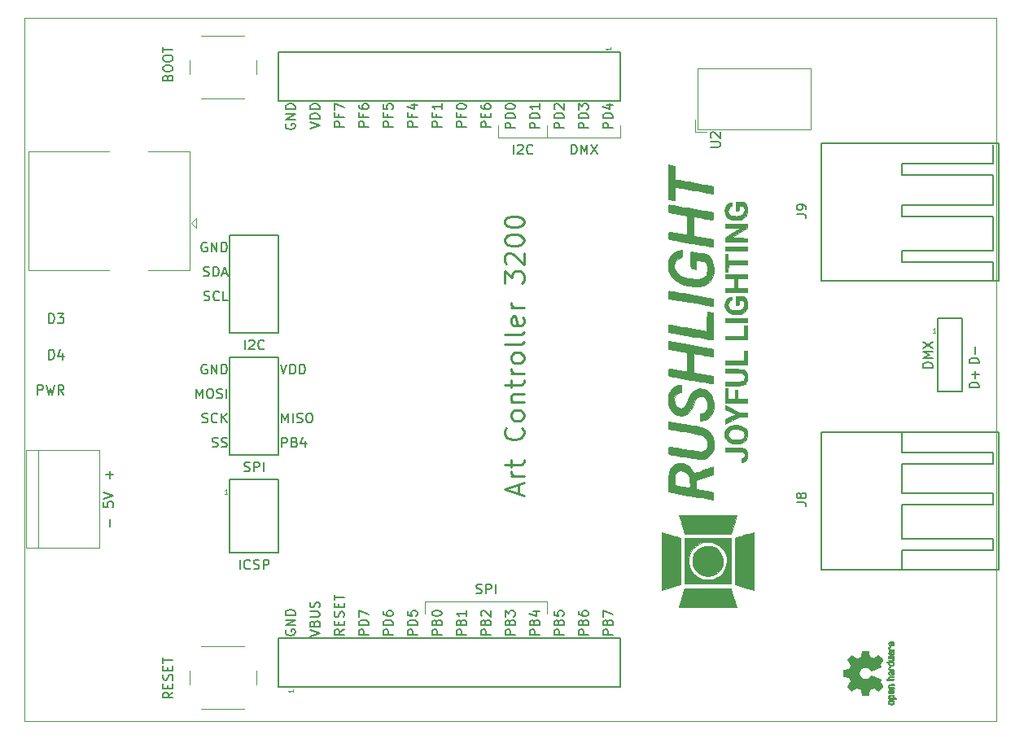
<source format=gbr>
G04 #@! TF.GenerationSoftware,KiCad,Pcbnew,5.1.2+dfsg1-1*
G04 #@! TF.CreationDate,2019-07-22T14:37:20+02:00*
G04 #@! TF.ProjectId,art_controller_3200,6172745f-636f-46e7-9472-6f6c6c65725f,A*
G04 #@! TF.SameCoordinates,Original*
G04 #@! TF.FileFunction,Legend,Top*
G04 #@! TF.FilePolarity,Positive*
%FSLAX46Y46*%
G04 Gerber Fmt 4.6, Leading zero omitted, Abs format (unit mm)*
G04 Created by KiCad (PCBNEW 5.1.2+dfsg1-1) date 2019-07-22 14:37:20*
%MOMM*%
%LPD*%
G04 APERTURE LIST*
%ADD10C,0.150000*%
%ADD11C,0.050000*%
%ADD12C,0.120000*%
%ADD13C,0.250000*%
%ADD14C,0.010000*%
G04 APERTURE END LIST*
D10*
X95586666Y-102952380D02*
X95586666Y-101952380D01*
X95967619Y-101952380D01*
X96062857Y-102000000D01*
X96110476Y-102047619D01*
X96158095Y-102142857D01*
X96158095Y-102285714D01*
X96110476Y-102380952D01*
X96062857Y-102428571D01*
X95967619Y-102476190D01*
X95586666Y-102476190D01*
X96491428Y-101952380D02*
X96729523Y-102952380D01*
X96920000Y-102238095D01*
X97110476Y-102952380D01*
X97348571Y-101952380D01*
X98300952Y-102952380D02*
X97967619Y-102476190D01*
X97729523Y-102952380D02*
X97729523Y-101952380D01*
X98110476Y-101952380D01*
X98205714Y-102000000D01*
X98253333Y-102047619D01*
X98300952Y-102142857D01*
X98300952Y-102285714D01*
X98253333Y-102380952D01*
X98205714Y-102428571D01*
X98110476Y-102476190D01*
X97729523Y-102476190D01*
D11*
X195326000Y-63754000D02*
X94234000Y-63754000D01*
D10*
X120985595Y-108402380D02*
X120985595Y-107402380D01*
X121366547Y-107402380D01*
X121461785Y-107450000D01*
X121509404Y-107497619D01*
X121557023Y-107592857D01*
X121557023Y-107735714D01*
X121509404Y-107830952D01*
X121461785Y-107878571D01*
X121366547Y-107926190D01*
X120985595Y-107926190D01*
X122318928Y-107878571D02*
X122461785Y-107926190D01*
X122509404Y-107973809D01*
X122557023Y-108069047D01*
X122557023Y-108211904D01*
X122509404Y-108307142D01*
X122461785Y-108354761D01*
X122366547Y-108402380D01*
X121985595Y-108402380D01*
X121985595Y-107402380D01*
X122318928Y-107402380D01*
X122414166Y-107450000D01*
X122461785Y-107497619D01*
X122509404Y-107592857D01*
X122509404Y-107688095D01*
X122461785Y-107783333D01*
X122414166Y-107830952D01*
X122318928Y-107878571D01*
X121985595Y-107878571D01*
X123414166Y-107735714D02*
X123414166Y-108402380D01*
X123176071Y-107354761D02*
X122937976Y-108069047D01*
X123557023Y-108069047D01*
X120985595Y-105862380D02*
X120985595Y-104862380D01*
X121318928Y-105576666D01*
X121652261Y-104862380D01*
X121652261Y-105862380D01*
X122128452Y-105862380D02*
X122128452Y-104862380D01*
X122557023Y-105814761D02*
X122699880Y-105862380D01*
X122937976Y-105862380D01*
X123033214Y-105814761D01*
X123080833Y-105767142D01*
X123128452Y-105671904D01*
X123128452Y-105576666D01*
X123080833Y-105481428D01*
X123033214Y-105433809D01*
X122937976Y-105386190D01*
X122747500Y-105338571D01*
X122652261Y-105290952D01*
X122604642Y-105243333D01*
X122557023Y-105148095D01*
X122557023Y-105052857D01*
X122604642Y-104957619D01*
X122652261Y-104910000D01*
X122747500Y-104862380D01*
X122985595Y-104862380D01*
X123128452Y-104910000D01*
X123747500Y-104862380D02*
X123937976Y-104862380D01*
X124033214Y-104910000D01*
X124128452Y-105005238D01*
X124176071Y-105195714D01*
X124176071Y-105529047D01*
X124128452Y-105719523D01*
X124033214Y-105814761D01*
X123937976Y-105862380D01*
X123747500Y-105862380D01*
X123652261Y-105814761D01*
X123557023Y-105719523D01*
X123509404Y-105529047D01*
X123509404Y-105195714D01*
X123557023Y-105005238D01*
X123652261Y-104910000D01*
X123747500Y-104862380D01*
X112710595Y-105814761D02*
X112853452Y-105862380D01*
X113091547Y-105862380D01*
X113186785Y-105814761D01*
X113234404Y-105767142D01*
X113282023Y-105671904D01*
X113282023Y-105576666D01*
X113234404Y-105481428D01*
X113186785Y-105433809D01*
X113091547Y-105386190D01*
X112901071Y-105338571D01*
X112805833Y-105290952D01*
X112758214Y-105243333D01*
X112710595Y-105148095D01*
X112710595Y-105052857D01*
X112758214Y-104957619D01*
X112805833Y-104910000D01*
X112901071Y-104862380D01*
X113139166Y-104862380D01*
X113282023Y-104910000D01*
X114282023Y-105767142D02*
X114234404Y-105814761D01*
X114091547Y-105862380D01*
X113996309Y-105862380D01*
X113853452Y-105814761D01*
X113758214Y-105719523D01*
X113710595Y-105624285D01*
X113662976Y-105433809D01*
X113662976Y-105290952D01*
X113710595Y-105100476D01*
X113758214Y-105005238D01*
X113853452Y-104910000D01*
X113996309Y-104862380D01*
X114091547Y-104862380D01*
X114234404Y-104910000D01*
X114282023Y-104957619D01*
X114710595Y-105862380D02*
X114710595Y-104862380D01*
X115282023Y-105862380D02*
X114853452Y-105290952D01*
X115282023Y-104862380D02*
X114710595Y-105433809D01*
X113758214Y-108354761D02*
X113901071Y-108402380D01*
X114139166Y-108402380D01*
X114234404Y-108354761D01*
X114282023Y-108307142D01*
X114329642Y-108211904D01*
X114329642Y-108116666D01*
X114282023Y-108021428D01*
X114234404Y-107973809D01*
X114139166Y-107926190D01*
X113948690Y-107878571D01*
X113853452Y-107830952D01*
X113805833Y-107783333D01*
X113758214Y-107688095D01*
X113758214Y-107592857D01*
X113805833Y-107497619D01*
X113853452Y-107450000D01*
X113948690Y-107402380D01*
X114186785Y-107402380D01*
X114329642Y-107450000D01*
X114710595Y-108354761D02*
X114853452Y-108402380D01*
X115091547Y-108402380D01*
X115186785Y-108354761D01*
X115234404Y-108307142D01*
X115282023Y-108211904D01*
X115282023Y-108116666D01*
X115234404Y-108021428D01*
X115186785Y-107973809D01*
X115091547Y-107926190D01*
X114901071Y-107878571D01*
X114805833Y-107830952D01*
X114758214Y-107783333D01*
X114710595Y-107688095D01*
X114710595Y-107592857D01*
X114758214Y-107497619D01*
X114805833Y-107450000D01*
X114901071Y-107402380D01*
X115139166Y-107402380D01*
X115282023Y-107450000D01*
X112091547Y-103322380D02*
X112091547Y-102322380D01*
X112424880Y-103036666D01*
X112758214Y-102322380D01*
X112758214Y-103322380D01*
X113424880Y-102322380D02*
X113615357Y-102322380D01*
X113710595Y-102370000D01*
X113805833Y-102465238D01*
X113853452Y-102655714D01*
X113853452Y-102989047D01*
X113805833Y-103179523D01*
X113710595Y-103274761D01*
X113615357Y-103322380D01*
X113424880Y-103322380D01*
X113329642Y-103274761D01*
X113234404Y-103179523D01*
X113186785Y-102989047D01*
X113186785Y-102655714D01*
X113234404Y-102465238D01*
X113329642Y-102370000D01*
X113424880Y-102322380D01*
X114234404Y-103274761D02*
X114377261Y-103322380D01*
X114615357Y-103322380D01*
X114710595Y-103274761D01*
X114758214Y-103227142D01*
X114805833Y-103131904D01*
X114805833Y-103036666D01*
X114758214Y-102941428D01*
X114710595Y-102893809D01*
X114615357Y-102846190D01*
X114424880Y-102798571D01*
X114329642Y-102750952D01*
X114282023Y-102703333D01*
X114234404Y-102608095D01*
X114234404Y-102512857D01*
X114282023Y-102417619D01*
X114329642Y-102370000D01*
X114424880Y-102322380D01*
X114662976Y-102322380D01*
X114805833Y-102370000D01*
X115234404Y-103322380D02*
X115234404Y-102322380D01*
X113186785Y-99830000D02*
X113091547Y-99782380D01*
X112948690Y-99782380D01*
X112805833Y-99830000D01*
X112710595Y-99925238D01*
X112662976Y-100020476D01*
X112615357Y-100210952D01*
X112615357Y-100353809D01*
X112662976Y-100544285D01*
X112710595Y-100639523D01*
X112805833Y-100734761D01*
X112948690Y-100782380D01*
X113043928Y-100782380D01*
X113186785Y-100734761D01*
X113234404Y-100687142D01*
X113234404Y-100353809D01*
X113043928Y-100353809D01*
X113662976Y-100782380D02*
X113662976Y-99782380D01*
X114234404Y-100782380D01*
X114234404Y-99782380D01*
X114710595Y-100782380D02*
X114710595Y-99782380D01*
X114948690Y-99782380D01*
X115091547Y-99830000D01*
X115186785Y-99925238D01*
X115234404Y-100020476D01*
X115282023Y-100210952D01*
X115282023Y-100353809D01*
X115234404Y-100544285D01*
X115186785Y-100639523D01*
X115091547Y-100734761D01*
X114948690Y-100782380D01*
X114710595Y-100782380D01*
D12*
X143510000Y-76200000D02*
X143510000Y-74930000D01*
X148590000Y-76200000D02*
X143510000Y-76200000D01*
X148590000Y-76200000D02*
X148590000Y-74930000D01*
X156210000Y-76200000D02*
X148590000Y-76200000D01*
X156210000Y-74930000D02*
X156210000Y-76200000D01*
D10*
X155392380Y-75201785D02*
X154392380Y-75201785D01*
X154392380Y-74820833D01*
X154440000Y-74725595D01*
X154487619Y-74677976D01*
X154582857Y-74630357D01*
X154725714Y-74630357D01*
X154820952Y-74677976D01*
X154868571Y-74725595D01*
X154916190Y-74820833D01*
X154916190Y-75201785D01*
X155392380Y-74201785D02*
X154392380Y-74201785D01*
X154392380Y-73963690D01*
X154440000Y-73820833D01*
X154535238Y-73725595D01*
X154630476Y-73677976D01*
X154820952Y-73630357D01*
X154963809Y-73630357D01*
X155154285Y-73677976D01*
X155249523Y-73725595D01*
X155344761Y-73820833D01*
X155392380Y-73963690D01*
X155392380Y-74201785D01*
X154725714Y-72773214D02*
X155392380Y-72773214D01*
X154344761Y-73011309D02*
X155059047Y-73249404D01*
X155059047Y-72630357D01*
D12*
X148590000Y-124460000D02*
X148590000Y-125730000D01*
X135890000Y-124460000D02*
X148590000Y-124460000D01*
X135890000Y-125730000D02*
X135890000Y-124460000D01*
D10*
X147772380Y-127934404D02*
X146772380Y-127934404D01*
X146772380Y-127553452D01*
X146820000Y-127458214D01*
X146867619Y-127410595D01*
X146962857Y-127362976D01*
X147105714Y-127362976D01*
X147200952Y-127410595D01*
X147248571Y-127458214D01*
X147296190Y-127553452D01*
X147296190Y-127934404D01*
X147248571Y-126601071D02*
X147296190Y-126458214D01*
X147343809Y-126410595D01*
X147439047Y-126362976D01*
X147581904Y-126362976D01*
X147677142Y-126410595D01*
X147724761Y-126458214D01*
X147772380Y-126553452D01*
X147772380Y-126934404D01*
X146772380Y-126934404D01*
X146772380Y-126601071D01*
X146820000Y-126505833D01*
X146867619Y-126458214D01*
X146962857Y-126410595D01*
X147058095Y-126410595D01*
X147153333Y-126458214D01*
X147200952Y-126505833D01*
X147248571Y-126601071D01*
X147248571Y-126934404D01*
X147105714Y-125505833D02*
X147772380Y-125505833D01*
X146724761Y-125743928D02*
X147439047Y-125982023D01*
X147439047Y-125362976D01*
X127452380Y-75058928D02*
X126452380Y-75058928D01*
X126452380Y-74677976D01*
X126500000Y-74582738D01*
X126547619Y-74535119D01*
X126642857Y-74487500D01*
X126785714Y-74487500D01*
X126880952Y-74535119D01*
X126928571Y-74582738D01*
X126976190Y-74677976D01*
X126976190Y-75058928D01*
X126928571Y-73725595D02*
X126928571Y-74058928D01*
X127452380Y-74058928D02*
X126452380Y-74058928D01*
X126452380Y-73582738D01*
X126452380Y-73297023D02*
X126452380Y-72630357D01*
X127452380Y-73058928D01*
X145073809Y-77922380D02*
X145073809Y-76922380D01*
X145502380Y-77017619D02*
X145550000Y-76970000D01*
X145645238Y-76922380D01*
X145883333Y-76922380D01*
X145978571Y-76970000D01*
X146026190Y-77017619D01*
X146073809Y-77112857D01*
X146073809Y-77208095D01*
X146026190Y-77350952D01*
X145454761Y-77922380D01*
X146073809Y-77922380D01*
X147073809Y-77827142D02*
X147026190Y-77874761D01*
X146883333Y-77922380D01*
X146788095Y-77922380D01*
X146645238Y-77874761D01*
X146550000Y-77779523D01*
X146502380Y-77684285D01*
X146454761Y-77493809D01*
X146454761Y-77350952D01*
X146502380Y-77160476D01*
X146550000Y-77065238D01*
X146645238Y-76970000D01*
X146788095Y-76922380D01*
X146883333Y-76922380D01*
X147026190Y-76970000D01*
X147073809Y-77017619D01*
X151090476Y-77922380D02*
X151090476Y-76922380D01*
X151328571Y-76922380D01*
X151471428Y-76970000D01*
X151566666Y-77065238D01*
X151614285Y-77160476D01*
X151661904Y-77350952D01*
X151661904Y-77493809D01*
X151614285Y-77684285D01*
X151566666Y-77779523D01*
X151471428Y-77874761D01*
X151328571Y-77922380D01*
X151090476Y-77922380D01*
X152090476Y-77922380D02*
X152090476Y-76922380D01*
X152423809Y-77636666D01*
X152757142Y-76922380D01*
X152757142Y-77922380D01*
X153138095Y-76922380D02*
X153804761Y-77922380D01*
X153804761Y-76922380D02*
X153138095Y-77922380D01*
X113186785Y-87130000D02*
X113091547Y-87082380D01*
X112948690Y-87082380D01*
X112805833Y-87130000D01*
X112710595Y-87225238D01*
X112662976Y-87320476D01*
X112615357Y-87510952D01*
X112615357Y-87653809D01*
X112662976Y-87844285D01*
X112710595Y-87939523D01*
X112805833Y-88034761D01*
X112948690Y-88082380D01*
X113043928Y-88082380D01*
X113186785Y-88034761D01*
X113234404Y-87987142D01*
X113234404Y-87653809D01*
X113043928Y-87653809D01*
X113662976Y-88082380D02*
X113662976Y-87082380D01*
X114234404Y-88082380D01*
X114234404Y-87082380D01*
X114710595Y-88082380D02*
X114710595Y-87082380D01*
X114948690Y-87082380D01*
X115091547Y-87130000D01*
X115186785Y-87225238D01*
X115234404Y-87320476D01*
X115282023Y-87510952D01*
X115282023Y-87653809D01*
X115234404Y-87844285D01*
X115186785Y-87939523D01*
X115091547Y-88034761D01*
X114948690Y-88082380D01*
X114710595Y-88082380D01*
X120842738Y-99782380D02*
X121176071Y-100782380D01*
X121509404Y-99782380D01*
X121842738Y-100782380D02*
X121842738Y-99782380D01*
X122080833Y-99782380D01*
X122223690Y-99830000D01*
X122318928Y-99925238D01*
X122366547Y-100020476D01*
X122414166Y-100210952D01*
X122414166Y-100353809D01*
X122366547Y-100544285D01*
X122318928Y-100639523D01*
X122223690Y-100734761D01*
X122080833Y-100782380D01*
X121842738Y-100782380D01*
X122842738Y-100782380D02*
X122842738Y-99782380D01*
X123080833Y-99782380D01*
X123223690Y-99830000D01*
X123318928Y-99925238D01*
X123366547Y-100020476D01*
X123414166Y-100210952D01*
X123414166Y-100353809D01*
X123366547Y-100544285D01*
X123318928Y-100639523D01*
X123223690Y-100734761D01*
X123080833Y-100782380D01*
X122842738Y-100782380D01*
X112901071Y-93114761D02*
X113043928Y-93162380D01*
X113282023Y-93162380D01*
X113377261Y-93114761D01*
X113424880Y-93067142D01*
X113472500Y-92971904D01*
X113472500Y-92876666D01*
X113424880Y-92781428D01*
X113377261Y-92733809D01*
X113282023Y-92686190D01*
X113091547Y-92638571D01*
X112996309Y-92590952D01*
X112948690Y-92543333D01*
X112901071Y-92448095D01*
X112901071Y-92352857D01*
X112948690Y-92257619D01*
X112996309Y-92210000D01*
X113091547Y-92162380D01*
X113329642Y-92162380D01*
X113472500Y-92210000D01*
X114472500Y-93067142D02*
X114424880Y-93114761D01*
X114282023Y-93162380D01*
X114186785Y-93162380D01*
X114043928Y-93114761D01*
X113948690Y-93019523D01*
X113901071Y-92924285D01*
X113853452Y-92733809D01*
X113853452Y-92590952D01*
X113901071Y-92400476D01*
X113948690Y-92305238D01*
X114043928Y-92210000D01*
X114186785Y-92162380D01*
X114282023Y-92162380D01*
X114424880Y-92210000D01*
X114472500Y-92257619D01*
X115377261Y-93162380D02*
X114901071Y-93162380D01*
X114901071Y-92162380D01*
X112853452Y-90574761D02*
X112996309Y-90622380D01*
X113234404Y-90622380D01*
X113329642Y-90574761D01*
X113377261Y-90527142D01*
X113424880Y-90431904D01*
X113424880Y-90336666D01*
X113377261Y-90241428D01*
X113329642Y-90193809D01*
X113234404Y-90146190D01*
X113043928Y-90098571D01*
X112948690Y-90050952D01*
X112901071Y-90003333D01*
X112853452Y-89908095D01*
X112853452Y-89812857D01*
X112901071Y-89717619D01*
X112948690Y-89670000D01*
X113043928Y-89622380D01*
X113282023Y-89622380D01*
X113424880Y-89670000D01*
X113853452Y-90622380D02*
X113853452Y-89622380D01*
X114091547Y-89622380D01*
X114234404Y-89670000D01*
X114329642Y-89765238D01*
X114377261Y-89860476D01*
X114424880Y-90050952D01*
X114424880Y-90193809D01*
X114377261Y-90384285D01*
X114329642Y-90479523D01*
X114234404Y-90574761D01*
X114091547Y-90622380D01*
X113853452Y-90622380D01*
X114805833Y-90336666D02*
X115282023Y-90336666D01*
X114710595Y-90622380D02*
X115043928Y-89622380D01*
X115377261Y-90622380D01*
X152852380Y-75201785D02*
X151852380Y-75201785D01*
X151852380Y-74820833D01*
X151900000Y-74725595D01*
X151947619Y-74677976D01*
X152042857Y-74630357D01*
X152185714Y-74630357D01*
X152280952Y-74677976D01*
X152328571Y-74725595D01*
X152376190Y-74820833D01*
X152376190Y-75201785D01*
X152852380Y-74201785D02*
X151852380Y-74201785D01*
X151852380Y-73963690D01*
X151900000Y-73820833D01*
X151995238Y-73725595D01*
X152090476Y-73677976D01*
X152280952Y-73630357D01*
X152423809Y-73630357D01*
X152614285Y-73677976D01*
X152709523Y-73725595D01*
X152804761Y-73820833D01*
X152852380Y-73963690D01*
X152852380Y-74201785D01*
X151852380Y-73297023D02*
X151852380Y-72677976D01*
X152233333Y-73011309D01*
X152233333Y-72868452D01*
X152280952Y-72773214D01*
X152328571Y-72725595D01*
X152423809Y-72677976D01*
X152661904Y-72677976D01*
X152757142Y-72725595D01*
X152804761Y-72773214D01*
X152852380Y-72868452D01*
X152852380Y-73154166D01*
X152804761Y-73249404D01*
X152757142Y-73297023D01*
X150312380Y-75201785D02*
X149312380Y-75201785D01*
X149312380Y-74820833D01*
X149360000Y-74725595D01*
X149407619Y-74677976D01*
X149502857Y-74630357D01*
X149645714Y-74630357D01*
X149740952Y-74677976D01*
X149788571Y-74725595D01*
X149836190Y-74820833D01*
X149836190Y-75201785D01*
X150312380Y-74201785D02*
X149312380Y-74201785D01*
X149312380Y-73963690D01*
X149360000Y-73820833D01*
X149455238Y-73725595D01*
X149550476Y-73677976D01*
X149740952Y-73630357D01*
X149883809Y-73630357D01*
X150074285Y-73677976D01*
X150169523Y-73725595D01*
X150264761Y-73820833D01*
X150312380Y-73963690D01*
X150312380Y-74201785D01*
X149407619Y-73249404D02*
X149360000Y-73201785D01*
X149312380Y-73106547D01*
X149312380Y-72868452D01*
X149360000Y-72773214D01*
X149407619Y-72725595D01*
X149502857Y-72677976D01*
X149598095Y-72677976D01*
X149740952Y-72725595D01*
X150312380Y-73297023D01*
X150312380Y-72677976D01*
X147772380Y-75201785D02*
X146772380Y-75201785D01*
X146772380Y-74820833D01*
X146820000Y-74725595D01*
X146867619Y-74677976D01*
X146962857Y-74630357D01*
X147105714Y-74630357D01*
X147200952Y-74677976D01*
X147248571Y-74725595D01*
X147296190Y-74820833D01*
X147296190Y-75201785D01*
X147772380Y-74201785D02*
X146772380Y-74201785D01*
X146772380Y-73963690D01*
X146820000Y-73820833D01*
X146915238Y-73725595D01*
X147010476Y-73677976D01*
X147200952Y-73630357D01*
X147343809Y-73630357D01*
X147534285Y-73677976D01*
X147629523Y-73725595D01*
X147724761Y-73820833D01*
X147772380Y-73963690D01*
X147772380Y-74201785D01*
X147772380Y-72677976D02*
X147772380Y-73249404D01*
X147772380Y-72963690D02*
X146772380Y-72963690D01*
X146915238Y-73058928D01*
X147010476Y-73154166D01*
X147058095Y-73249404D01*
X145232380Y-75201785D02*
X144232380Y-75201785D01*
X144232380Y-74820833D01*
X144280000Y-74725595D01*
X144327619Y-74677976D01*
X144422857Y-74630357D01*
X144565714Y-74630357D01*
X144660952Y-74677976D01*
X144708571Y-74725595D01*
X144756190Y-74820833D01*
X144756190Y-75201785D01*
X145232380Y-74201785D02*
X144232380Y-74201785D01*
X144232380Y-73963690D01*
X144280000Y-73820833D01*
X144375238Y-73725595D01*
X144470476Y-73677976D01*
X144660952Y-73630357D01*
X144803809Y-73630357D01*
X144994285Y-73677976D01*
X145089523Y-73725595D01*
X145184761Y-73820833D01*
X145232380Y-73963690D01*
X145232380Y-74201785D01*
X144232380Y-73011309D02*
X144232380Y-72916071D01*
X144280000Y-72820833D01*
X144327619Y-72773214D01*
X144422857Y-72725595D01*
X144613333Y-72677976D01*
X144851428Y-72677976D01*
X145041904Y-72725595D01*
X145137142Y-72773214D01*
X145184761Y-72820833D01*
X145232380Y-72916071D01*
X145232380Y-73011309D01*
X145184761Y-73106547D01*
X145137142Y-73154166D01*
X145041904Y-73201785D01*
X144851428Y-73249404D01*
X144613333Y-73249404D01*
X144422857Y-73201785D01*
X144327619Y-73154166D01*
X144280000Y-73106547D01*
X144232380Y-73011309D01*
X142692380Y-75106547D02*
X141692380Y-75106547D01*
X141692380Y-74725595D01*
X141740000Y-74630357D01*
X141787619Y-74582738D01*
X141882857Y-74535119D01*
X142025714Y-74535119D01*
X142120952Y-74582738D01*
X142168571Y-74630357D01*
X142216190Y-74725595D01*
X142216190Y-75106547D01*
X142168571Y-74106547D02*
X142168571Y-73773214D01*
X142692380Y-73630357D02*
X142692380Y-74106547D01*
X141692380Y-74106547D01*
X141692380Y-73630357D01*
X141692380Y-72773214D02*
X141692380Y-72963690D01*
X141740000Y-73058928D01*
X141787619Y-73106547D01*
X141930476Y-73201785D01*
X142120952Y-73249404D01*
X142501904Y-73249404D01*
X142597142Y-73201785D01*
X142644761Y-73154166D01*
X142692380Y-73058928D01*
X142692380Y-72868452D01*
X142644761Y-72773214D01*
X142597142Y-72725595D01*
X142501904Y-72677976D01*
X142263809Y-72677976D01*
X142168571Y-72725595D01*
X142120952Y-72773214D01*
X142073333Y-72868452D01*
X142073333Y-73058928D01*
X142120952Y-73154166D01*
X142168571Y-73201785D01*
X142263809Y-73249404D01*
X140152380Y-75058928D02*
X139152380Y-75058928D01*
X139152380Y-74677976D01*
X139200000Y-74582738D01*
X139247619Y-74535119D01*
X139342857Y-74487500D01*
X139485714Y-74487500D01*
X139580952Y-74535119D01*
X139628571Y-74582738D01*
X139676190Y-74677976D01*
X139676190Y-75058928D01*
X139628571Y-73725595D02*
X139628571Y-74058928D01*
X140152380Y-74058928D02*
X139152380Y-74058928D01*
X139152380Y-73582738D01*
X139152380Y-73011309D02*
X139152380Y-72916071D01*
X139200000Y-72820833D01*
X139247619Y-72773214D01*
X139342857Y-72725595D01*
X139533333Y-72677976D01*
X139771428Y-72677976D01*
X139961904Y-72725595D01*
X140057142Y-72773214D01*
X140104761Y-72820833D01*
X140152380Y-72916071D01*
X140152380Y-73011309D01*
X140104761Y-73106547D01*
X140057142Y-73154166D01*
X139961904Y-73201785D01*
X139771428Y-73249404D01*
X139533333Y-73249404D01*
X139342857Y-73201785D01*
X139247619Y-73154166D01*
X139200000Y-73106547D01*
X139152380Y-73011309D01*
X137612380Y-75058928D02*
X136612380Y-75058928D01*
X136612380Y-74677976D01*
X136660000Y-74582738D01*
X136707619Y-74535119D01*
X136802857Y-74487500D01*
X136945714Y-74487500D01*
X137040952Y-74535119D01*
X137088571Y-74582738D01*
X137136190Y-74677976D01*
X137136190Y-75058928D01*
X137088571Y-73725595D02*
X137088571Y-74058928D01*
X137612380Y-74058928D02*
X136612380Y-74058928D01*
X136612380Y-73582738D01*
X137612380Y-72677976D02*
X137612380Y-73249404D01*
X137612380Y-72963690D02*
X136612380Y-72963690D01*
X136755238Y-73058928D01*
X136850476Y-73154166D01*
X136898095Y-73249404D01*
X135072380Y-75058928D02*
X134072380Y-75058928D01*
X134072380Y-74677976D01*
X134120000Y-74582738D01*
X134167619Y-74535119D01*
X134262857Y-74487500D01*
X134405714Y-74487500D01*
X134500952Y-74535119D01*
X134548571Y-74582738D01*
X134596190Y-74677976D01*
X134596190Y-75058928D01*
X134548571Y-73725595D02*
X134548571Y-74058928D01*
X135072380Y-74058928D02*
X134072380Y-74058928D01*
X134072380Y-73582738D01*
X134405714Y-72773214D02*
X135072380Y-72773214D01*
X134024761Y-73011309D02*
X134739047Y-73249404D01*
X134739047Y-72630357D01*
X132532380Y-75058928D02*
X131532380Y-75058928D01*
X131532380Y-74677976D01*
X131580000Y-74582738D01*
X131627619Y-74535119D01*
X131722857Y-74487500D01*
X131865714Y-74487500D01*
X131960952Y-74535119D01*
X132008571Y-74582738D01*
X132056190Y-74677976D01*
X132056190Y-75058928D01*
X132008571Y-73725595D02*
X132008571Y-74058928D01*
X132532380Y-74058928D02*
X131532380Y-74058928D01*
X131532380Y-73582738D01*
X131532380Y-72725595D02*
X131532380Y-73201785D01*
X132008571Y-73249404D01*
X131960952Y-73201785D01*
X131913333Y-73106547D01*
X131913333Y-72868452D01*
X131960952Y-72773214D01*
X132008571Y-72725595D01*
X132103809Y-72677976D01*
X132341904Y-72677976D01*
X132437142Y-72725595D01*
X132484761Y-72773214D01*
X132532380Y-72868452D01*
X132532380Y-73106547D01*
X132484761Y-73201785D01*
X132437142Y-73249404D01*
X129992380Y-75058928D02*
X128992380Y-75058928D01*
X128992380Y-74677976D01*
X129040000Y-74582738D01*
X129087619Y-74535119D01*
X129182857Y-74487500D01*
X129325714Y-74487500D01*
X129420952Y-74535119D01*
X129468571Y-74582738D01*
X129516190Y-74677976D01*
X129516190Y-75058928D01*
X129468571Y-73725595D02*
X129468571Y-74058928D01*
X129992380Y-74058928D02*
X128992380Y-74058928D01*
X128992380Y-73582738D01*
X128992380Y-72773214D02*
X128992380Y-72963690D01*
X129040000Y-73058928D01*
X129087619Y-73106547D01*
X129230476Y-73201785D01*
X129420952Y-73249404D01*
X129801904Y-73249404D01*
X129897142Y-73201785D01*
X129944761Y-73154166D01*
X129992380Y-73058928D01*
X129992380Y-72868452D01*
X129944761Y-72773214D01*
X129897142Y-72725595D01*
X129801904Y-72677976D01*
X129563809Y-72677976D01*
X129468571Y-72725595D01*
X129420952Y-72773214D01*
X129373333Y-72868452D01*
X129373333Y-73058928D01*
X129420952Y-73154166D01*
X129468571Y-73201785D01*
X129563809Y-73249404D01*
X127452380Y-127362976D02*
X126976190Y-127696309D01*
X127452380Y-127934404D02*
X126452380Y-127934404D01*
X126452380Y-127553452D01*
X126500000Y-127458214D01*
X126547619Y-127410595D01*
X126642857Y-127362976D01*
X126785714Y-127362976D01*
X126880952Y-127410595D01*
X126928571Y-127458214D01*
X126976190Y-127553452D01*
X126976190Y-127934404D01*
X126928571Y-126934404D02*
X126928571Y-126601071D01*
X127452380Y-126458214D02*
X127452380Y-126934404D01*
X126452380Y-126934404D01*
X126452380Y-126458214D01*
X127404761Y-126077261D02*
X127452380Y-125934404D01*
X127452380Y-125696309D01*
X127404761Y-125601071D01*
X127357142Y-125553452D01*
X127261904Y-125505833D01*
X127166666Y-125505833D01*
X127071428Y-125553452D01*
X127023809Y-125601071D01*
X126976190Y-125696309D01*
X126928571Y-125886785D01*
X126880952Y-125982023D01*
X126833333Y-126029642D01*
X126738095Y-126077261D01*
X126642857Y-126077261D01*
X126547619Y-126029642D01*
X126500000Y-125982023D01*
X126452380Y-125886785D01*
X126452380Y-125648690D01*
X126500000Y-125505833D01*
X126928571Y-125077261D02*
X126928571Y-124743928D01*
X127452380Y-124601071D02*
X127452380Y-125077261D01*
X126452380Y-125077261D01*
X126452380Y-124601071D01*
X126452380Y-124315357D02*
X126452380Y-123743928D01*
X127452380Y-124029642D02*
X126452380Y-124029642D01*
X123912380Y-75249404D02*
X124912380Y-74916071D01*
X123912380Y-74582738D01*
X124912380Y-74249404D02*
X123912380Y-74249404D01*
X123912380Y-74011309D01*
X123960000Y-73868452D01*
X124055238Y-73773214D01*
X124150476Y-73725595D01*
X124340952Y-73677976D01*
X124483809Y-73677976D01*
X124674285Y-73725595D01*
X124769523Y-73773214D01*
X124864761Y-73868452D01*
X124912380Y-74011309D01*
X124912380Y-74249404D01*
X124912380Y-73249404D02*
X123912380Y-73249404D01*
X123912380Y-73011309D01*
X123960000Y-72868452D01*
X124055238Y-72773214D01*
X124150476Y-72725595D01*
X124340952Y-72677976D01*
X124483809Y-72677976D01*
X124674285Y-72725595D01*
X124769523Y-72773214D01*
X124864761Y-72868452D01*
X124912380Y-73011309D01*
X124912380Y-73249404D01*
X121420000Y-74773214D02*
X121372380Y-74868452D01*
X121372380Y-75011309D01*
X121420000Y-75154166D01*
X121515238Y-75249404D01*
X121610476Y-75297023D01*
X121800952Y-75344642D01*
X121943809Y-75344642D01*
X122134285Y-75297023D01*
X122229523Y-75249404D01*
X122324761Y-75154166D01*
X122372380Y-75011309D01*
X122372380Y-74916071D01*
X122324761Y-74773214D01*
X122277142Y-74725595D01*
X121943809Y-74725595D01*
X121943809Y-74916071D01*
X122372380Y-74297023D02*
X121372380Y-74297023D01*
X122372380Y-73725595D01*
X121372380Y-73725595D01*
X122372380Y-73249404D02*
X121372380Y-73249404D01*
X121372380Y-73011309D01*
X121420000Y-72868452D01*
X121515238Y-72773214D01*
X121610476Y-72725595D01*
X121800952Y-72677976D01*
X121943809Y-72677976D01*
X122134285Y-72725595D01*
X122229523Y-72773214D01*
X122324761Y-72868452D01*
X122372380Y-73011309D01*
X122372380Y-73249404D01*
X141216190Y-123594761D02*
X141359047Y-123642380D01*
X141597142Y-123642380D01*
X141692380Y-123594761D01*
X141740000Y-123547142D01*
X141787619Y-123451904D01*
X141787619Y-123356666D01*
X141740000Y-123261428D01*
X141692380Y-123213809D01*
X141597142Y-123166190D01*
X141406666Y-123118571D01*
X141311428Y-123070952D01*
X141263809Y-123023333D01*
X141216190Y-122928095D01*
X141216190Y-122832857D01*
X141263809Y-122737619D01*
X141311428Y-122690000D01*
X141406666Y-122642380D01*
X141644761Y-122642380D01*
X141787619Y-122690000D01*
X142216190Y-123642380D02*
X142216190Y-122642380D01*
X142597142Y-122642380D01*
X142692380Y-122690000D01*
X142740000Y-122737619D01*
X142787619Y-122832857D01*
X142787619Y-122975714D01*
X142740000Y-123070952D01*
X142692380Y-123118571D01*
X142597142Y-123166190D01*
X142216190Y-123166190D01*
X143216190Y-123642380D02*
X143216190Y-122642380D01*
X137612380Y-127934404D02*
X136612380Y-127934404D01*
X136612380Y-127553452D01*
X136660000Y-127458214D01*
X136707619Y-127410595D01*
X136802857Y-127362976D01*
X136945714Y-127362976D01*
X137040952Y-127410595D01*
X137088571Y-127458214D01*
X137136190Y-127553452D01*
X137136190Y-127934404D01*
X137088571Y-126601071D02*
X137136190Y-126458214D01*
X137183809Y-126410595D01*
X137279047Y-126362976D01*
X137421904Y-126362976D01*
X137517142Y-126410595D01*
X137564761Y-126458214D01*
X137612380Y-126553452D01*
X137612380Y-126934404D01*
X136612380Y-126934404D01*
X136612380Y-126601071D01*
X136660000Y-126505833D01*
X136707619Y-126458214D01*
X136802857Y-126410595D01*
X136898095Y-126410595D01*
X136993333Y-126458214D01*
X137040952Y-126505833D01*
X137088571Y-126601071D01*
X137088571Y-126934404D01*
X136612380Y-125743928D02*
X136612380Y-125648690D01*
X136660000Y-125553452D01*
X136707619Y-125505833D01*
X136802857Y-125458214D01*
X136993333Y-125410595D01*
X137231428Y-125410595D01*
X137421904Y-125458214D01*
X137517142Y-125505833D01*
X137564761Y-125553452D01*
X137612380Y-125648690D01*
X137612380Y-125743928D01*
X137564761Y-125839166D01*
X137517142Y-125886785D01*
X137421904Y-125934404D01*
X137231428Y-125982023D01*
X136993333Y-125982023D01*
X136802857Y-125934404D01*
X136707619Y-125886785D01*
X136660000Y-125839166D01*
X136612380Y-125743928D01*
X140152380Y-127934404D02*
X139152380Y-127934404D01*
X139152380Y-127553452D01*
X139200000Y-127458214D01*
X139247619Y-127410595D01*
X139342857Y-127362976D01*
X139485714Y-127362976D01*
X139580952Y-127410595D01*
X139628571Y-127458214D01*
X139676190Y-127553452D01*
X139676190Y-127934404D01*
X139628571Y-126601071D02*
X139676190Y-126458214D01*
X139723809Y-126410595D01*
X139819047Y-126362976D01*
X139961904Y-126362976D01*
X140057142Y-126410595D01*
X140104761Y-126458214D01*
X140152380Y-126553452D01*
X140152380Y-126934404D01*
X139152380Y-126934404D01*
X139152380Y-126601071D01*
X139200000Y-126505833D01*
X139247619Y-126458214D01*
X139342857Y-126410595D01*
X139438095Y-126410595D01*
X139533333Y-126458214D01*
X139580952Y-126505833D01*
X139628571Y-126601071D01*
X139628571Y-126934404D01*
X140152380Y-125410595D02*
X140152380Y-125982023D01*
X140152380Y-125696309D02*
X139152380Y-125696309D01*
X139295238Y-125791547D01*
X139390476Y-125886785D01*
X139438095Y-125982023D01*
X142692380Y-127934404D02*
X141692380Y-127934404D01*
X141692380Y-127553452D01*
X141740000Y-127458214D01*
X141787619Y-127410595D01*
X141882857Y-127362976D01*
X142025714Y-127362976D01*
X142120952Y-127410595D01*
X142168571Y-127458214D01*
X142216190Y-127553452D01*
X142216190Y-127934404D01*
X142168571Y-126601071D02*
X142216190Y-126458214D01*
X142263809Y-126410595D01*
X142359047Y-126362976D01*
X142501904Y-126362976D01*
X142597142Y-126410595D01*
X142644761Y-126458214D01*
X142692380Y-126553452D01*
X142692380Y-126934404D01*
X141692380Y-126934404D01*
X141692380Y-126601071D01*
X141740000Y-126505833D01*
X141787619Y-126458214D01*
X141882857Y-126410595D01*
X141978095Y-126410595D01*
X142073333Y-126458214D01*
X142120952Y-126505833D01*
X142168571Y-126601071D01*
X142168571Y-126934404D01*
X141787619Y-125982023D02*
X141740000Y-125934404D01*
X141692380Y-125839166D01*
X141692380Y-125601071D01*
X141740000Y-125505833D01*
X141787619Y-125458214D01*
X141882857Y-125410595D01*
X141978095Y-125410595D01*
X142120952Y-125458214D01*
X142692380Y-126029642D01*
X142692380Y-125410595D01*
X145232380Y-127934404D02*
X144232380Y-127934404D01*
X144232380Y-127553452D01*
X144280000Y-127458214D01*
X144327619Y-127410595D01*
X144422857Y-127362976D01*
X144565714Y-127362976D01*
X144660952Y-127410595D01*
X144708571Y-127458214D01*
X144756190Y-127553452D01*
X144756190Y-127934404D01*
X144708571Y-126601071D02*
X144756190Y-126458214D01*
X144803809Y-126410595D01*
X144899047Y-126362976D01*
X145041904Y-126362976D01*
X145137142Y-126410595D01*
X145184761Y-126458214D01*
X145232380Y-126553452D01*
X145232380Y-126934404D01*
X144232380Y-126934404D01*
X144232380Y-126601071D01*
X144280000Y-126505833D01*
X144327619Y-126458214D01*
X144422857Y-126410595D01*
X144518095Y-126410595D01*
X144613333Y-126458214D01*
X144660952Y-126505833D01*
X144708571Y-126601071D01*
X144708571Y-126934404D01*
X144232380Y-126029642D02*
X144232380Y-125410595D01*
X144613333Y-125743928D01*
X144613333Y-125601071D01*
X144660952Y-125505833D01*
X144708571Y-125458214D01*
X144803809Y-125410595D01*
X145041904Y-125410595D01*
X145137142Y-125458214D01*
X145184761Y-125505833D01*
X145232380Y-125601071D01*
X145232380Y-125886785D01*
X145184761Y-125982023D01*
X145137142Y-126029642D01*
X150312380Y-127934404D02*
X149312380Y-127934404D01*
X149312380Y-127553452D01*
X149360000Y-127458214D01*
X149407619Y-127410595D01*
X149502857Y-127362976D01*
X149645714Y-127362976D01*
X149740952Y-127410595D01*
X149788571Y-127458214D01*
X149836190Y-127553452D01*
X149836190Y-127934404D01*
X149788571Y-126601071D02*
X149836190Y-126458214D01*
X149883809Y-126410595D01*
X149979047Y-126362976D01*
X150121904Y-126362976D01*
X150217142Y-126410595D01*
X150264761Y-126458214D01*
X150312380Y-126553452D01*
X150312380Y-126934404D01*
X149312380Y-126934404D01*
X149312380Y-126601071D01*
X149360000Y-126505833D01*
X149407619Y-126458214D01*
X149502857Y-126410595D01*
X149598095Y-126410595D01*
X149693333Y-126458214D01*
X149740952Y-126505833D01*
X149788571Y-126601071D01*
X149788571Y-126934404D01*
X149312380Y-125458214D02*
X149312380Y-125934404D01*
X149788571Y-125982023D01*
X149740952Y-125934404D01*
X149693333Y-125839166D01*
X149693333Y-125601071D01*
X149740952Y-125505833D01*
X149788571Y-125458214D01*
X149883809Y-125410595D01*
X150121904Y-125410595D01*
X150217142Y-125458214D01*
X150264761Y-125505833D01*
X150312380Y-125601071D01*
X150312380Y-125839166D01*
X150264761Y-125934404D01*
X150217142Y-125982023D01*
X152852380Y-127934404D02*
X151852380Y-127934404D01*
X151852380Y-127553452D01*
X151900000Y-127458214D01*
X151947619Y-127410595D01*
X152042857Y-127362976D01*
X152185714Y-127362976D01*
X152280952Y-127410595D01*
X152328571Y-127458214D01*
X152376190Y-127553452D01*
X152376190Y-127934404D01*
X152328571Y-126601071D02*
X152376190Y-126458214D01*
X152423809Y-126410595D01*
X152519047Y-126362976D01*
X152661904Y-126362976D01*
X152757142Y-126410595D01*
X152804761Y-126458214D01*
X152852380Y-126553452D01*
X152852380Y-126934404D01*
X151852380Y-126934404D01*
X151852380Y-126601071D01*
X151900000Y-126505833D01*
X151947619Y-126458214D01*
X152042857Y-126410595D01*
X152138095Y-126410595D01*
X152233333Y-126458214D01*
X152280952Y-126505833D01*
X152328571Y-126601071D01*
X152328571Y-126934404D01*
X151852380Y-125505833D02*
X151852380Y-125696309D01*
X151900000Y-125791547D01*
X151947619Y-125839166D01*
X152090476Y-125934404D01*
X152280952Y-125982023D01*
X152661904Y-125982023D01*
X152757142Y-125934404D01*
X152804761Y-125886785D01*
X152852380Y-125791547D01*
X152852380Y-125601071D01*
X152804761Y-125505833D01*
X152757142Y-125458214D01*
X152661904Y-125410595D01*
X152423809Y-125410595D01*
X152328571Y-125458214D01*
X152280952Y-125505833D01*
X152233333Y-125601071D01*
X152233333Y-125791547D01*
X152280952Y-125886785D01*
X152328571Y-125934404D01*
X152423809Y-125982023D01*
X155392380Y-127934404D02*
X154392380Y-127934404D01*
X154392380Y-127553452D01*
X154440000Y-127458214D01*
X154487619Y-127410595D01*
X154582857Y-127362976D01*
X154725714Y-127362976D01*
X154820952Y-127410595D01*
X154868571Y-127458214D01*
X154916190Y-127553452D01*
X154916190Y-127934404D01*
X154868571Y-126601071D02*
X154916190Y-126458214D01*
X154963809Y-126410595D01*
X155059047Y-126362976D01*
X155201904Y-126362976D01*
X155297142Y-126410595D01*
X155344761Y-126458214D01*
X155392380Y-126553452D01*
X155392380Y-126934404D01*
X154392380Y-126934404D01*
X154392380Y-126601071D01*
X154440000Y-126505833D01*
X154487619Y-126458214D01*
X154582857Y-126410595D01*
X154678095Y-126410595D01*
X154773333Y-126458214D01*
X154820952Y-126505833D01*
X154868571Y-126601071D01*
X154868571Y-126934404D01*
X154392380Y-126029642D02*
X154392380Y-125362976D01*
X155392380Y-125791547D01*
X135072380Y-127934404D02*
X134072380Y-127934404D01*
X134072380Y-127553452D01*
X134120000Y-127458214D01*
X134167619Y-127410595D01*
X134262857Y-127362976D01*
X134405714Y-127362976D01*
X134500952Y-127410595D01*
X134548571Y-127458214D01*
X134596190Y-127553452D01*
X134596190Y-127934404D01*
X135072380Y-126934404D02*
X134072380Y-126934404D01*
X134072380Y-126696309D01*
X134120000Y-126553452D01*
X134215238Y-126458214D01*
X134310476Y-126410595D01*
X134500952Y-126362976D01*
X134643809Y-126362976D01*
X134834285Y-126410595D01*
X134929523Y-126458214D01*
X135024761Y-126553452D01*
X135072380Y-126696309D01*
X135072380Y-126934404D01*
X134072380Y-125458214D02*
X134072380Y-125934404D01*
X134548571Y-125982023D01*
X134500952Y-125934404D01*
X134453333Y-125839166D01*
X134453333Y-125601071D01*
X134500952Y-125505833D01*
X134548571Y-125458214D01*
X134643809Y-125410595D01*
X134881904Y-125410595D01*
X134977142Y-125458214D01*
X135024761Y-125505833D01*
X135072380Y-125601071D01*
X135072380Y-125839166D01*
X135024761Y-125934404D01*
X134977142Y-125982023D01*
X132532380Y-127934404D02*
X131532380Y-127934404D01*
X131532380Y-127553452D01*
X131580000Y-127458214D01*
X131627619Y-127410595D01*
X131722857Y-127362976D01*
X131865714Y-127362976D01*
X131960952Y-127410595D01*
X132008571Y-127458214D01*
X132056190Y-127553452D01*
X132056190Y-127934404D01*
X132532380Y-126934404D02*
X131532380Y-126934404D01*
X131532380Y-126696309D01*
X131580000Y-126553452D01*
X131675238Y-126458214D01*
X131770476Y-126410595D01*
X131960952Y-126362976D01*
X132103809Y-126362976D01*
X132294285Y-126410595D01*
X132389523Y-126458214D01*
X132484761Y-126553452D01*
X132532380Y-126696309D01*
X132532380Y-126934404D01*
X131532380Y-125505833D02*
X131532380Y-125696309D01*
X131580000Y-125791547D01*
X131627619Y-125839166D01*
X131770476Y-125934404D01*
X131960952Y-125982023D01*
X132341904Y-125982023D01*
X132437142Y-125934404D01*
X132484761Y-125886785D01*
X132532380Y-125791547D01*
X132532380Y-125601071D01*
X132484761Y-125505833D01*
X132437142Y-125458214D01*
X132341904Y-125410595D01*
X132103809Y-125410595D01*
X132008571Y-125458214D01*
X131960952Y-125505833D01*
X131913333Y-125601071D01*
X131913333Y-125791547D01*
X131960952Y-125886785D01*
X132008571Y-125934404D01*
X132103809Y-125982023D01*
X129992380Y-127934404D02*
X128992380Y-127934404D01*
X128992380Y-127553452D01*
X129040000Y-127458214D01*
X129087619Y-127410595D01*
X129182857Y-127362976D01*
X129325714Y-127362976D01*
X129420952Y-127410595D01*
X129468571Y-127458214D01*
X129516190Y-127553452D01*
X129516190Y-127934404D01*
X129992380Y-126934404D02*
X128992380Y-126934404D01*
X128992380Y-126696309D01*
X129040000Y-126553452D01*
X129135238Y-126458214D01*
X129230476Y-126410595D01*
X129420952Y-126362976D01*
X129563809Y-126362976D01*
X129754285Y-126410595D01*
X129849523Y-126458214D01*
X129944761Y-126553452D01*
X129992380Y-126696309D01*
X129992380Y-126934404D01*
X128992380Y-126029642D02*
X128992380Y-125362976D01*
X129992380Y-125791547D01*
X123912380Y-128077261D02*
X124912380Y-127743928D01*
X123912380Y-127410595D01*
X124388571Y-126743928D02*
X124436190Y-126601071D01*
X124483809Y-126553452D01*
X124579047Y-126505833D01*
X124721904Y-126505833D01*
X124817142Y-126553452D01*
X124864761Y-126601071D01*
X124912380Y-126696309D01*
X124912380Y-127077261D01*
X123912380Y-127077261D01*
X123912380Y-126743928D01*
X123960000Y-126648690D01*
X124007619Y-126601071D01*
X124102857Y-126553452D01*
X124198095Y-126553452D01*
X124293333Y-126601071D01*
X124340952Y-126648690D01*
X124388571Y-126743928D01*
X124388571Y-127077261D01*
X123912380Y-126077261D02*
X124721904Y-126077261D01*
X124817142Y-126029642D01*
X124864761Y-125982023D01*
X124912380Y-125886785D01*
X124912380Y-125696309D01*
X124864761Y-125601071D01*
X124817142Y-125553452D01*
X124721904Y-125505833D01*
X123912380Y-125505833D01*
X124864761Y-125077261D02*
X124912380Y-124934404D01*
X124912380Y-124696309D01*
X124864761Y-124601071D01*
X124817142Y-124553452D01*
X124721904Y-124505833D01*
X124626666Y-124505833D01*
X124531428Y-124553452D01*
X124483809Y-124601071D01*
X124436190Y-124696309D01*
X124388571Y-124886785D01*
X124340952Y-124982023D01*
X124293333Y-125029642D01*
X124198095Y-125077261D01*
X124102857Y-125077261D01*
X124007619Y-125029642D01*
X123960000Y-124982023D01*
X123912380Y-124886785D01*
X123912380Y-124648690D01*
X123960000Y-124505833D01*
X121420000Y-127410595D02*
X121372380Y-127505833D01*
X121372380Y-127648690D01*
X121420000Y-127791547D01*
X121515238Y-127886785D01*
X121610476Y-127934404D01*
X121800952Y-127982023D01*
X121943809Y-127982023D01*
X122134285Y-127934404D01*
X122229523Y-127886785D01*
X122324761Y-127791547D01*
X122372380Y-127648690D01*
X122372380Y-127553452D01*
X122324761Y-127410595D01*
X122277142Y-127362976D01*
X121943809Y-127362976D01*
X121943809Y-127553452D01*
X122372380Y-126934404D02*
X121372380Y-126934404D01*
X122372380Y-126362976D01*
X121372380Y-126362976D01*
X122372380Y-125886785D02*
X121372380Y-125886785D01*
X121372380Y-125648690D01*
X121420000Y-125505833D01*
X121515238Y-125410595D01*
X121610476Y-125362976D01*
X121800952Y-125315357D01*
X121943809Y-125315357D01*
X122134285Y-125362976D01*
X122229523Y-125410595D01*
X122324761Y-125505833D01*
X122372380Y-125648690D01*
X122372380Y-125886785D01*
X102719047Y-111271428D02*
X103480952Y-111271428D01*
X103100000Y-111652380D02*
X103100000Y-110890476D01*
X103071428Y-115919047D02*
X103071428Y-116680952D01*
X193492380Y-102226952D02*
X192492380Y-102226952D01*
X192492380Y-101988857D01*
X192540000Y-101846000D01*
X192635238Y-101750761D01*
X192730476Y-101703142D01*
X192920952Y-101655523D01*
X193063809Y-101655523D01*
X193254285Y-101703142D01*
X193349523Y-101750761D01*
X193444761Y-101846000D01*
X193492380Y-101988857D01*
X193492380Y-102226952D01*
X193111428Y-101226952D02*
X193111428Y-100465047D01*
X193492380Y-100846000D02*
X192730476Y-100846000D01*
X193492380Y-99686952D02*
X192492380Y-99686952D01*
X192492380Y-99448857D01*
X192540000Y-99306000D01*
X192635238Y-99210761D01*
X192730476Y-99163142D01*
X192920952Y-99115523D01*
X193063809Y-99115523D01*
X193254285Y-99163142D01*
X193349523Y-99210761D01*
X193444761Y-99306000D01*
X193492380Y-99448857D01*
X193492380Y-99686952D01*
X193111428Y-98686952D02*
X193111428Y-97925047D01*
D13*
X145593333Y-113248571D02*
X145593333Y-112296190D01*
X146164761Y-113439047D02*
X144164761Y-112772380D01*
X146164761Y-112105714D01*
X146164761Y-111439047D02*
X144831428Y-111439047D01*
X145212380Y-111439047D02*
X145021904Y-111343809D01*
X144926666Y-111248571D01*
X144831428Y-111058095D01*
X144831428Y-110867619D01*
X144831428Y-110486666D02*
X144831428Y-109724761D01*
X144164761Y-110200952D02*
X145879047Y-110200952D01*
X146069523Y-110105714D01*
X146164761Y-109915238D01*
X146164761Y-109724761D01*
X145974285Y-106391428D02*
X146069523Y-106486666D01*
X146164761Y-106772380D01*
X146164761Y-106962857D01*
X146069523Y-107248571D01*
X145879047Y-107439047D01*
X145688571Y-107534285D01*
X145307619Y-107629523D01*
X145021904Y-107629523D01*
X144640952Y-107534285D01*
X144450476Y-107439047D01*
X144260000Y-107248571D01*
X144164761Y-106962857D01*
X144164761Y-106772380D01*
X144260000Y-106486666D01*
X144355238Y-106391428D01*
X146164761Y-105248571D02*
X146069523Y-105439047D01*
X145974285Y-105534285D01*
X145783809Y-105629523D01*
X145212380Y-105629523D01*
X145021904Y-105534285D01*
X144926666Y-105439047D01*
X144831428Y-105248571D01*
X144831428Y-104962857D01*
X144926666Y-104772380D01*
X145021904Y-104677142D01*
X145212380Y-104581904D01*
X145783809Y-104581904D01*
X145974285Y-104677142D01*
X146069523Y-104772380D01*
X146164761Y-104962857D01*
X146164761Y-105248571D01*
X144831428Y-103724761D02*
X146164761Y-103724761D01*
X145021904Y-103724761D02*
X144926666Y-103629523D01*
X144831428Y-103439047D01*
X144831428Y-103153333D01*
X144926666Y-102962857D01*
X145117142Y-102867619D01*
X146164761Y-102867619D01*
X144831428Y-102200952D02*
X144831428Y-101439047D01*
X144164761Y-101915238D02*
X145879047Y-101915238D01*
X146069523Y-101820000D01*
X146164761Y-101629523D01*
X146164761Y-101439047D01*
X146164761Y-100772380D02*
X144831428Y-100772380D01*
X145212380Y-100772380D02*
X145021904Y-100677142D01*
X144926666Y-100581904D01*
X144831428Y-100391428D01*
X144831428Y-100200952D01*
X146164761Y-99248571D02*
X146069523Y-99439047D01*
X145974285Y-99534285D01*
X145783809Y-99629523D01*
X145212380Y-99629523D01*
X145021904Y-99534285D01*
X144926666Y-99439047D01*
X144831428Y-99248571D01*
X144831428Y-98962857D01*
X144926666Y-98772380D01*
X145021904Y-98677142D01*
X145212380Y-98581904D01*
X145783809Y-98581904D01*
X145974285Y-98677142D01*
X146069523Y-98772380D01*
X146164761Y-98962857D01*
X146164761Y-99248571D01*
X146164761Y-97439047D02*
X146069523Y-97629523D01*
X145879047Y-97724761D01*
X144164761Y-97724761D01*
X146164761Y-96391428D02*
X146069523Y-96581904D01*
X145879047Y-96677142D01*
X144164761Y-96677142D01*
X146069523Y-94867619D02*
X146164761Y-95058095D01*
X146164761Y-95439047D01*
X146069523Y-95629523D01*
X145879047Y-95724761D01*
X145117142Y-95724761D01*
X144926666Y-95629523D01*
X144831428Y-95439047D01*
X144831428Y-95058095D01*
X144926666Y-94867619D01*
X145117142Y-94772380D01*
X145307619Y-94772380D01*
X145498095Y-95724761D01*
X146164761Y-93915238D02*
X144831428Y-93915238D01*
X145212380Y-93915238D02*
X145021904Y-93820000D01*
X144926666Y-93724761D01*
X144831428Y-93534285D01*
X144831428Y-93343809D01*
X144164761Y-91343809D02*
X144164761Y-90105714D01*
X144926666Y-90772380D01*
X144926666Y-90486666D01*
X145021904Y-90296190D01*
X145117142Y-90200952D01*
X145307619Y-90105714D01*
X145783809Y-90105714D01*
X145974285Y-90200952D01*
X146069523Y-90296190D01*
X146164761Y-90486666D01*
X146164761Y-91058095D01*
X146069523Y-91248571D01*
X145974285Y-91343809D01*
X144355238Y-89343809D02*
X144260000Y-89248571D01*
X144164761Y-89058095D01*
X144164761Y-88581904D01*
X144260000Y-88391428D01*
X144355238Y-88296190D01*
X144545714Y-88200952D01*
X144736190Y-88200952D01*
X145021904Y-88296190D01*
X146164761Y-89439047D01*
X146164761Y-88200952D01*
X144164761Y-86962857D02*
X144164761Y-86772380D01*
X144260000Y-86581904D01*
X144355238Y-86486666D01*
X144545714Y-86391428D01*
X144926666Y-86296190D01*
X145402857Y-86296190D01*
X145783809Y-86391428D01*
X145974285Y-86486666D01*
X146069523Y-86581904D01*
X146164761Y-86772380D01*
X146164761Y-86962857D01*
X146069523Y-87153333D01*
X145974285Y-87248571D01*
X145783809Y-87343809D01*
X145402857Y-87439047D01*
X144926666Y-87439047D01*
X144545714Y-87343809D01*
X144355238Y-87248571D01*
X144260000Y-87153333D01*
X144164761Y-86962857D01*
X144164761Y-85058095D02*
X144164761Y-84867619D01*
X144260000Y-84677142D01*
X144355238Y-84581904D01*
X144545714Y-84486666D01*
X144926666Y-84391428D01*
X145402857Y-84391428D01*
X145783809Y-84486666D01*
X145974285Y-84581904D01*
X146069523Y-84677142D01*
X146164761Y-84867619D01*
X146164761Y-85058095D01*
X146069523Y-85248571D01*
X145974285Y-85343809D01*
X145783809Y-85439047D01*
X145402857Y-85534285D01*
X144926666Y-85534285D01*
X144545714Y-85439047D01*
X144355238Y-85343809D01*
X144260000Y-85248571D01*
X144164761Y-85058095D01*
D11*
X94234000Y-136906000D02*
X94234000Y-63754000D01*
X195326000Y-136906000D02*
X94234000Y-136906000D01*
X195326000Y-63754000D02*
X195326000Y-136906000D01*
D12*
X117110000Y-65620000D02*
X112610000Y-65620000D01*
X118360000Y-69620000D02*
X118360000Y-68120000D01*
X112610000Y-72120000D02*
X117110000Y-72120000D01*
X111360000Y-68120000D02*
X111360000Y-69620000D01*
D14*
G36*
X179360348Y-131796090D02*
G01*
X179360778Y-131717546D01*
X179361942Y-131660702D01*
X179364207Y-131621895D01*
X179367940Y-131597462D01*
X179373506Y-131583738D01*
X179381273Y-131577060D01*
X179391605Y-131573764D01*
X179392943Y-131573444D01*
X179417079Y-131568438D01*
X179464701Y-131559171D01*
X179530741Y-131546608D01*
X179610128Y-131531713D01*
X179697796Y-131515449D01*
X179700875Y-131514881D01*
X179786789Y-131498590D01*
X179862696Y-131483348D01*
X179924045Y-131470139D01*
X179966282Y-131459946D01*
X179984855Y-131453752D01*
X179985184Y-131453457D01*
X179994253Y-131435212D01*
X180009367Y-131397595D01*
X180027262Y-131348729D01*
X180027358Y-131348457D01*
X180050493Y-131286907D01*
X180079965Y-131214343D01*
X180109597Y-131145943D01*
X180111062Y-131142706D01*
X180161626Y-131031298D01*
X179993160Y-130784601D01*
X179941803Y-130708923D01*
X179895889Y-130640369D01*
X179858030Y-130582912D01*
X179830837Y-130540524D01*
X179816921Y-130517175D01*
X179815889Y-130514958D01*
X179820484Y-130497990D01*
X179842655Y-130466299D01*
X179883447Y-130418648D01*
X179943905Y-130353802D01*
X180008227Y-130287603D01*
X180071612Y-130223786D01*
X180129451Y-130166671D01*
X180178175Y-130119695D01*
X180214210Y-130086297D01*
X180233984Y-130069915D01*
X180235002Y-130069306D01*
X180248572Y-130067495D01*
X180270733Y-130074317D01*
X180304478Y-130091460D01*
X180352800Y-130120607D01*
X180418692Y-130163445D01*
X180503517Y-130220552D01*
X180578177Y-130271234D01*
X180645140Y-130316539D01*
X180700516Y-130353850D01*
X180740420Y-130380548D01*
X180760962Y-130394015D01*
X180762356Y-130394863D01*
X180782038Y-130393219D01*
X180820293Y-130380755D01*
X180869889Y-130359952D01*
X180885728Y-130352538D01*
X180956290Y-130320186D01*
X181036353Y-130285672D01*
X181105629Y-130257635D01*
X181157045Y-130237432D01*
X181196119Y-130221385D01*
X181216541Y-130212112D01*
X181218114Y-130210959D01*
X181220721Y-130193904D01*
X181227863Y-130153702D01*
X181238523Y-130095698D01*
X181251685Y-130025237D01*
X181266333Y-129947665D01*
X181281449Y-129868328D01*
X181296018Y-129792569D01*
X181309022Y-129725736D01*
X181319445Y-129673172D01*
X181326270Y-129640224D01*
X181328199Y-129632143D01*
X181332962Y-129623795D01*
X181343718Y-129617494D01*
X181364098Y-129612955D01*
X181397734Y-129609896D01*
X181448255Y-129608033D01*
X181519292Y-129607082D01*
X181614476Y-129606760D01*
X181653492Y-129606743D01*
X181970799Y-129606743D01*
X181985839Y-129682943D01*
X181993995Y-129725337D01*
X182005899Y-129788600D01*
X182020116Y-129865038D01*
X182035210Y-129946957D01*
X182039355Y-129969600D01*
X182054053Y-130045194D01*
X182068505Y-130111047D01*
X182081375Y-130161634D01*
X182091322Y-130191426D01*
X182094287Y-130196388D01*
X182115283Y-130208574D01*
X182155967Y-130226047D01*
X182208322Y-130245423D01*
X182219600Y-130249266D01*
X182289523Y-130274661D01*
X182368418Y-130306183D01*
X182439266Y-130337031D01*
X182439595Y-130337183D01*
X182550733Y-130388553D01*
X182799253Y-130219601D01*
X183047772Y-130050648D01*
X183265058Y-130267571D01*
X183329726Y-130333181D01*
X183386733Y-130393021D01*
X183433033Y-130443733D01*
X183465584Y-130481954D01*
X183481343Y-130504325D01*
X183482343Y-130507534D01*
X183474469Y-130526374D01*
X183452578Y-130564820D01*
X183419267Y-130618670D01*
X183377131Y-130683724D01*
X183329943Y-130754060D01*
X183281810Y-130825445D01*
X183239928Y-130889092D01*
X183206871Y-130940959D01*
X183185218Y-130977005D01*
X183177543Y-130993133D01*
X183184037Y-131012811D01*
X183201150Y-131050125D01*
X183225326Y-131097379D01*
X183228013Y-131102388D01*
X183259927Y-131166023D01*
X183275579Y-131209659D01*
X183275745Y-131236798D01*
X183261204Y-131250943D01*
X183261000Y-131251025D01*
X183243779Y-131258095D01*
X183202899Y-131274958D01*
X183141525Y-131300305D01*
X183062819Y-131332829D01*
X182969947Y-131371222D01*
X182866072Y-131414178D01*
X182765502Y-131455778D01*
X182654516Y-131501496D01*
X182551703Y-131543474D01*
X182460215Y-131580452D01*
X182383201Y-131611173D01*
X182323815Y-131634378D01*
X182285209Y-131648810D01*
X182270800Y-131653257D01*
X182254272Y-131642104D01*
X182227930Y-131612931D01*
X182198887Y-131574029D01*
X182107039Y-131463243D01*
X182001759Y-131376649D01*
X181885266Y-131315284D01*
X181759776Y-131280185D01*
X181627507Y-131272392D01*
X181566457Y-131278057D01*
X181439795Y-131308922D01*
X181327941Y-131362080D01*
X181232001Y-131434233D01*
X181153076Y-131522083D01*
X181092270Y-131622335D01*
X181050687Y-131731690D01*
X181029428Y-131846853D01*
X181029599Y-131964525D01*
X181052301Y-132081410D01*
X181098638Y-132194211D01*
X181169713Y-132299631D01*
X181209911Y-132343632D01*
X181313129Y-132428021D01*
X181425925Y-132486778D01*
X181545010Y-132520296D01*
X181667095Y-132528965D01*
X181788893Y-132513177D01*
X181907116Y-132473322D01*
X182018475Y-132409793D01*
X182119684Y-132322979D01*
X182198887Y-132225971D01*
X182229162Y-132185563D01*
X182255219Y-132157018D01*
X182270825Y-132146743D01*
X182287843Y-132152123D01*
X182328500Y-132167425D01*
X182389642Y-132191388D01*
X182468119Y-132222756D01*
X182560780Y-132260268D01*
X182664472Y-132302667D01*
X182765526Y-132344337D01*
X182876607Y-132390310D01*
X182979541Y-132432893D01*
X183071165Y-132470779D01*
X183148316Y-132502660D01*
X183207831Y-132527229D01*
X183246544Y-132543180D01*
X183261000Y-132549090D01*
X183275685Y-132563052D01*
X183275642Y-132590060D01*
X183260099Y-132633587D01*
X183228284Y-132697110D01*
X183228013Y-132697612D01*
X183203323Y-132745440D01*
X183185338Y-132784103D01*
X183177614Y-132805905D01*
X183177543Y-132806867D01*
X183185378Y-132823279D01*
X183207165Y-132859513D01*
X183240328Y-132911526D01*
X183282291Y-132975275D01*
X183329943Y-133045940D01*
X183378191Y-133117884D01*
X183420151Y-133182726D01*
X183453227Y-133236265D01*
X183474821Y-133274303D01*
X183482343Y-133292467D01*
X183472457Y-133309192D01*
X183444826Y-133342820D01*
X183402495Y-133389990D01*
X183348505Y-133447342D01*
X183285899Y-133511516D01*
X183264983Y-133532503D01*
X183047623Y-133749501D01*
X182805220Y-133584332D01*
X182730781Y-133534136D01*
X182663972Y-133490081D01*
X182608665Y-133454638D01*
X182568729Y-133430281D01*
X182548036Y-133419478D01*
X182546563Y-133419162D01*
X182527058Y-133424857D01*
X182487822Y-133440174D01*
X182435430Y-133462463D01*
X182400355Y-133478107D01*
X182333201Y-133507359D01*
X182265358Y-133534906D01*
X182208034Y-133556263D01*
X182190572Y-133562065D01*
X182143938Y-133578548D01*
X182107905Y-133594660D01*
X182094287Y-133603510D01*
X182085952Y-133623040D01*
X182074137Y-133665666D01*
X182060181Y-133725855D01*
X182045422Y-133798078D01*
X182039355Y-133830400D01*
X182024273Y-133912478D01*
X182009669Y-133991205D01*
X181996980Y-134058891D01*
X181987642Y-134107840D01*
X181985839Y-134117057D01*
X181970799Y-134193257D01*
X181653492Y-134193257D01*
X181549154Y-134193086D01*
X181470213Y-134192384D01*
X181413038Y-134190866D01*
X181373999Y-134188251D01*
X181349465Y-134184254D01*
X181335805Y-134178591D01*
X181329389Y-134170980D01*
X181328199Y-134167857D01*
X181323980Y-134149022D01*
X181315562Y-134107412D01*
X181303961Y-134048370D01*
X181290195Y-133977243D01*
X181275280Y-133899375D01*
X181260232Y-133820113D01*
X181246069Y-133744802D01*
X181233806Y-133678787D01*
X181224461Y-133627413D01*
X181219050Y-133596025D01*
X181218114Y-133589041D01*
X181205596Y-133582715D01*
X181172246Y-133568710D01*
X181124377Y-133549645D01*
X181105629Y-133542366D01*
X181033195Y-133513004D01*
X180953170Y-133478429D01*
X180885728Y-133447463D01*
X180834159Y-133424677D01*
X180791785Y-133409518D01*
X180765834Y-133404458D01*
X180762356Y-133405264D01*
X180745936Y-133415959D01*
X180709417Y-133440380D01*
X180656687Y-133475905D01*
X180591635Y-133519913D01*
X180518151Y-133569783D01*
X180503645Y-133579644D01*
X180417704Y-133637508D01*
X180352261Y-133680044D01*
X180304304Y-133708946D01*
X180270820Y-133725910D01*
X180248795Y-133732633D01*
X180235217Y-133730810D01*
X180235131Y-133730764D01*
X180217297Y-133716414D01*
X180182817Y-133684677D01*
X180135268Y-133638990D01*
X180078222Y-133582796D01*
X180015255Y-133519532D01*
X180008227Y-133512398D01*
X179931020Y-133432670D01*
X179874330Y-133371143D01*
X179837110Y-133326579D01*
X179818315Y-133297743D01*
X179815889Y-133285042D01*
X179826471Y-133266506D01*
X179850916Y-133228039D01*
X179886612Y-133173614D01*
X179930947Y-133107202D01*
X179981311Y-133032775D01*
X179993160Y-133015399D01*
X180161626Y-132768703D01*
X180111062Y-132657294D01*
X180081595Y-132589543D01*
X180051959Y-132516817D01*
X180028330Y-132454297D01*
X180027358Y-132451543D01*
X180009457Y-132402640D01*
X179994320Y-132364943D01*
X179985210Y-132346575D01*
X179985184Y-132346544D01*
X179968717Y-132340715D01*
X179928219Y-132330808D01*
X179868242Y-132317805D01*
X179793340Y-132302691D01*
X179708064Y-132286448D01*
X179700875Y-132285119D01*
X179613014Y-132268825D01*
X179533260Y-132253867D01*
X179466681Y-132241209D01*
X179418347Y-132231814D01*
X179393325Y-132226646D01*
X179392943Y-132226556D01*
X179382299Y-132223411D01*
X179374262Y-132217296D01*
X179368467Y-132204547D01*
X179364547Y-132181500D01*
X179362135Y-132144491D01*
X179360865Y-132089856D01*
X179360371Y-132013933D01*
X179360286Y-131913056D01*
X179360286Y-131900000D01*
X179360348Y-131796090D01*
X179360348Y-131796090D01*
G37*
X179360348Y-131796090D02*
X179360778Y-131717546D01*
X179361942Y-131660702D01*
X179364207Y-131621895D01*
X179367940Y-131597462D01*
X179373506Y-131583738D01*
X179381273Y-131577060D01*
X179391605Y-131573764D01*
X179392943Y-131573444D01*
X179417079Y-131568438D01*
X179464701Y-131559171D01*
X179530741Y-131546608D01*
X179610128Y-131531713D01*
X179697796Y-131515449D01*
X179700875Y-131514881D01*
X179786789Y-131498590D01*
X179862696Y-131483348D01*
X179924045Y-131470139D01*
X179966282Y-131459946D01*
X179984855Y-131453752D01*
X179985184Y-131453457D01*
X179994253Y-131435212D01*
X180009367Y-131397595D01*
X180027262Y-131348729D01*
X180027358Y-131348457D01*
X180050493Y-131286907D01*
X180079965Y-131214343D01*
X180109597Y-131145943D01*
X180111062Y-131142706D01*
X180161626Y-131031298D01*
X179993160Y-130784601D01*
X179941803Y-130708923D01*
X179895889Y-130640369D01*
X179858030Y-130582912D01*
X179830837Y-130540524D01*
X179816921Y-130517175D01*
X179815889Y-130514958D01*
X179820484Y-130497990D01*
X179842655Y-130466299D01*
X179883447Y-130418648D01*
X179943905Y-130353802D01*
X180008227Y-130287603D01*
X180071612Y-130223786D01*
X180129451Y-130166671D01*
X180178175Y-130119695D01*
X180214210Y-130086297D01*
X180233984Y-130069915D01*
X180235002Y-130069306D01*
X180248572Y-130067495D01*
X180270733Y-130074317D01*
X180304478Y-130091460D01*
X180352800Y-130120607D01*
X180418692Y-130163445D01*
X180503517Y-130220552D01*
X180578177Y-130271234D01*
X180645140Y-130316539D01*
X180700516Y-130353850D01*
X180740420Y-130380548D01*
X180760962Y-130394015D01*
X180762356Y-130394863D01*
X180782038Y-130393219D01*
X180820293Y-130380755D01*
X180869889Y-130359952D01*
X180885728Y-130352538D01*
X180956290Y-130320186D01*
X181036353Y-130285672D01*
X181105629Y-130257635D01*
X181157045Y-130237432D01*
X181196119Y-130221385D01*
X181216541Y-130212112D01*
X181218114Y-130210959D01*
X181220721Y-130193904D01*
X181227863Y-130153702D01*
X181238523Y-130095698D01*
X181251685Y-130025237D01*
X181266333Y-129947665D01*
X181281449Y-129868328D01*
X181296018Y-129792569D01*
X181309022Y-129725736D01*
X181319445Y-129673172D01*
X181326270Y-129640224D01*
X181328199Y-129632143D01*
X181332962Y-129623795D01*
X181343718Y-129617494D01*
X181364098Y-129612955D01*
X181397734Y-129609896D01*
X181448255Y-129608033D01*
X181519292Y-129607082D01*
X181614476Y-129606760D01*
X181653492Y-129606743D01*
X181970799Y-129606743D01*
X181985839Y-129682943D01*
X181993995Y-129725337D01*
X182005899Y-129788600D01*
X182020116Y-129865038D01*
X182035210Y-129946957D01*
X182039355Y-129969600D01*
X182054053Y-130045194D01*
X182068505Y-130111047D01*
X182081375Y-130161634D01*
X182091322Y-130191426D01*
X182094287Y-130196388D01*
X182115283Y-130208574D01*
X182155967Y-130226047D01*
X182208322Y-130245423D01*
X182219600Y-130249266D01*
X182289523Y-130274661D01*
X182368418Y-130306183D01*
X182439266Y-130337031D01*
X182439595Y-130337183D01*
X182550733Y-130388553D01*
X182799253Y-130219601D01*
X183047772Y-130050648D01*
X183265058Y-130267571D01*
X183329726Y-130333181D01*
X183386733Y-130393021D01*
X183433033Y-130443733D01*
X183465584Y-130481954D01*
X183481343Y-130504325D01*
X183482343Y-130507534D01*
X183474469Y-130526374D01*
X183452578Y-130564820D01*
X183419267Y-130618670D01*
X183377131Y-130683724D01*
X183329943Y-130754060D01*
X183281810Y-130825445D01*
X183239928Y-130889092D01*
X183206871Y-130940959D01*
X183185218Y-130977005D01*
X183177543Y-130993133D01*
X183184037Y-131012811D01*
X183201150Y-131050125D01*
X183225326Y-131097379D01*
X183228013Y-131102388D01*
X183259927Y-131166023D01*
X183275579Y-131209659D01*
X183275745Y-131236798D01*
X183261204Y-131250943D01*
X183261000Y-131251025D01*
X183243779Y-131258095D01*
X183202899Y-131274958D01*
X183141525Y-131300305D01*
X183062819Y-131332829D01*
X182969947Y-131371222D01*
X182866072Y-131414178D01*
X182765502Y-131455778D01*
X182654516Y-131501496D01*
X182551703Y-131543474D01*
X182460215Y-131580452D01*
X182383201Y-131611173D01*
X182323815Y-131634378D01*
X182285209Y-131648810D01*
X182270800Y-131653257D01*
X182254272Y-131642104D01*
X182227930Y-131612931D01*
X182198887Y-131574029D01*
X182107039Y-131463243D01*
X182001759Y-131376649D01*
X181885266Y-131315284D01*
X181759776Y-131280185D01*
X181627507Y-131272392D01*
X181566457Y-131278057D01*
X181439795Y-131308922D01*
X181327941Y-131362080D01*
X181232001Y-131434233D01*
X181153076Y-131522083D01*
X181092270Y-131622335D01*
X181050687Y-131731690D01*
X181029428Y-131846853D01*
X181029599Y-131964525D01*
X181052301Y-132081410D01*
X181098638Y-132194211D01*
X181169713Y-132299631D01*
X181209911Y-132343632D01*
X181313129Y-132428021D01*
X181425925Y-132486778D01*
X181545010Y-132520296D01*
X181667095Y-132528965D01*
X181788893Y-132513177D01*
X181907116Y-132473322D01*
X182018475Y-132409793D01*
X182119684Y-132322979D01*
X182198887Y-132225971D01*
X182229162Y-132185563D01*
X182255219Y-132157018D01*
X182270825Y-132146743D01*
X182287843Y-132152123D01*
X182328500Y-132167425D01*
X182389642Y-132191388D01*
X182468119Y-132222756D01*
X182560780Y-132260268D01*
X182664472Y-132302667D01*
X182765526Y-132344337D01*
X182876607Y-132390310D01*
X182979541Y-132432893D01*
X183071165Y-132470779D01*
X183148316Y-132502660D01*
X183207831Y-132527229D01*
X183246544Y-132543180D01*
X183261000Y-132549090D01*
X183275685Y-132563052D01*
X183275642Y-132590060D01*
X183260099Y-132633587D01*
X183228284Y-132697110D01*
X183228013Y-132697612D01*
X183203323Y-132745440D01*
X183185338Y-132784103D01*
X183177614Y-132805905D01*
X183177543Y-132806867D01*
X183185378Y-132823279D01*
X183207165Y-132859513D01*
X183240328Y-132911526D01*
X183282291Y-132975275D01*
X183329943Y-133045940D01*
X183378191Y-133117884D01*
X183420151Y-133182726D01*
X183453227Y-133236265D01*
X183474821Y-133274303D01*
X183482343Y-133292467D01*
X183472457Y-133309192D01*
X183444826Y-133342820D01*
X183402495Y-133389990D01*
X183348505Y-133447342D01*
X183285899Y-133511516D01*
X183264983Y-133532503D01*
X183047623Y-133749501D01*
X182805220Y-133584332D01*
X182730781Y-133534136D01*
X182663972Y-133490081D01*
X182608665Y-133454638D01*
X182568729Y-133430281D01*
X182548036Y-133419478D01*
X182546563Y-133419162D01*
X182527058Y-133424857D01*
X182487822Y-133440174D01*
X182435430Y-133462463D01*
X182400355Y-133478107D01*
X182333201Y-133507359D01*
X182265358Y-133534906D01*
X182208034Y-133556263D01*
X182190572Y-133562065D01*
X182143938Y-133578548D01*
X182107905Y-133594660D01*
X182094287Y-133603510D01*
X182085952Y-133623040D01*
X182074137Y-133665666D01*
X182060181Y-133725855D01*
X182045422Y-133798078D01*
X182039355Y-133830400D01*
X182024273Y-133912478D01*
X182009669Y-133991205D01*
X181996980Y-134058891D01*
X181987642Y-134107840D01*
X181985839Y-134117057D01*
X181970799Y-134193257D01*
X181653492Y-134193257D01*
X181549154Y-134193086D01*
X181470213Y-134192384D01*
X181413038Y-134190866D01*
X181373999Y-134188251D01*
X181349465Y-134184254D01*
X181335805Y-134178591D01*
X181329389Y-134170980D01*
X181328199Y-134167857D01*
X181323980Y-134149022D01*
X181315562Y-134107412D01*
X181303961Y-134048370D01*
X181290195Y-133977243D01*
X181275280Y-133899375D01*
X181260232Y-133820113D01*
X181246069Y-133744802D01*
X181233806Y-133678787D01*
X181224461Y-133627413D01*
X181219050Y-133596025D01*
X181218114Y-133589041D01*
X181205596Y-133582715D01*
X181172246Y-133568710D01*
X181124377Y-133549645D01*
X181105629Y-133542366D01*
X181033195Y-133513004D01*
X180953170Y-133478429D01*
X180885728Y-133447463D01*
X180834159Y-133424677D01*
X180791785Y-133409518D01*
X180765834Y-133404458D01*
X180762356Y-133405264D01*
X180745936Y-133415959D01*
X180709417Y-133440380D01*
X180656687Y-133475905D01*
X180591635Y-133519913D01*
X180518151Y-133569783D01*
X180503645Y-133579644D01*
X180417704Y-133637508D01*
X180352261Y-133680044D01*
X180304304Y-133708946D01*
X180270820Y-133725910D01*
X180248795Y-133732633D01*
X180235217Y-133730810D01*
X180235131Y-133730764D01*
X180217297Y-133716414D01*
X180182817Y-133684677D01*
X180135268Y-133638990D01*
X180078222Y-133582796D01*
X180015255Y-133519532D01*
X180008227Y-133512398D01*
X179931020Y-133432670D01*
X179874330Y-133371143D01*
X179837110Y-133326579D01*
X179818315Y-133297743D01*
X179815889Y-133285042D01*
X179826471Y-133266506D01*
X179850916Y-133228039D01*
X179886612Y-133173614D01*
X179930947Y-133107202D01*
X179981311Y-133032775D01*
X179993160Y-133015399D01*
X180161626Y-132768703D01*
X180111062Y-132657294D01*
X180081595Y-132589543D01*
X180051959Y-132516817D01*
X180028330Y-132454297D01*
X180027358Y-132451543D01*
X180009457Y-132402640D01*
X179994320Y-132364943D01*
X179985210Y-132346575D01*
X179985184Y-132346544D01*
X179968717Y-132340715D01*
X179928219Y-132330808D01*
X179868242Y-132317805D01*
X179793340Y-132302691D01*
X179708064Y-132286448D01*
X179700875Y-132285119D01*
X179613014Y-132268825D01*
X179533260Y-132253867D01*
X179466681Y-132241209D01*
X179418347Y-132231814D01*
X179393325Y-132226646D01*
X179392943Y-132226556D01*
X179382299Y-132223411D01*
X179374262Y-132217296D01*
X179368467Y-132204547D01*
X179364547Y-132181500D01*
X179362135Y-132144491D01*
X179360865Y-132089856D01*
X179360371Y-132013933D01*
X179360286Y-131913056D01*
X179360286Y-131900000D01*
X179360348Y-131796090D01*
G36*
X184084966Y-128746405D02*
G01*
X184122497Y-128688979D01*
X184156096Y-128661281D01*
X184217064Y-128639338D01*
X184265308Y-128637595D01*
X184329816Y-128641543D01*
X184394934Y-128790314D01*
X184428202Y-128862651D01*
X184454964Y-128909916D01*
X184478144Y-128934493D01*
X184500667Y-128938763D01*
X184525455Y-128925111D01*
X184541886Y-128910057D01*
X184568235Y-128866254D01*
X184570081Y-128818611D01*
X184549546Y-128774855D01*
X184508752Y-128742711D01*
X184494347Y-128736962D01*
X184449356Y-128709424D01*
X184430182Y-128677742D01*
X184413779Y-128634286D01*
X184475966Y-128634286D01*
X184518283Y-128638128D01*
X184553969Y-128653177D01*
X184594943Y-128684720D01*
X184600267Y-128689408D01*
X184636720Y-128724494D01*
X184656283Y-128754653D01*
X184665283Y-128792385D01*
X184668230Y-128823665D01*
X184668965Y-128879615D01*
X184659660Y-128919445D01*
X184645846Y-128944292D01*
X184615467Y-128983344D01*
X184582613Y-129010375D01*
X184541294Y-129027483D01*
X184485521Y-129036762D01*
X184409305Y-129040307D01*
X184370622Y-129040590D01*
X184324247Y-129039628D01*
X184324247Y-128951993D01*
X184349126Y-128950977D01*
X184353200Y-128948444D01*
X184347665Y-128931726D01*
X184333017Y-128895751D01*
X184312190Y-128847669D01*
X184307714Y-128837614D01*
X184276814Y-128776848D01*
X184249657Y-128743368D01*
X184224220Y-128736010D01*
X184198481Y-128753609D01*
X184187109Y-128768144D01*
X184164364Y-128820590D01*
X184168122Y-128869678D01*
X184195884Y-128910773D01*
X184245152Y-128939242D01*
X184284257Y-128948369D01*
X184324247Y-128951993D01*
X184324247Y-129039628D01*
X184280249Y-129038715D01*
X184213384Y-129031804D01*
X184164695Y-129018116D01*
X184128849Y-128995904D01*
X184100513Y-128963426D01*
X184091355Y-128949267D01*
X184067507Y-128884947D01*
X184066006Y-128814527D01*
X184084966Y-128746405D01*
X184084966Y-128746405D01*
G37*
X184084966Y-128746405D02*
X184122497Y-128688979D01*
X184156096Y-128661281D01*
X184217064Y-128639338D01*
X184265308Y-128637595D01*
X184329816Y-128641543D01*
X184394934Y-128790314D01*
X184428202Y-128862651D01*
X184454964Y-128909916D01*
X184478144Y-128934493D01*
X184500667Y-128938763D01*
X184525455Y-128925111D01*
X184541886Y-128910057D01*
X184568235Y-128866254D01*
X184570081Y-128818611D01*
X184549546Y-128774855D01*
X184508752Y-128742711D01*
X184494347Y-128736962D01*
X184449356Y-128709424D01*
X184430182Y-128677742D01*
X184413779Y-128634286D01*
X184475966Y-128634286D01*
X184518283Y-128638128D01*
X184553969Y-128653177D01*
X184594943Y-128684720D01*
X184600267Y-128689408D01*
X184636720Y-128724494D01*
X184656283Y-128754653D01*
X184665283Y-128792385D01*
X184668230Y-128823665D01*
X184668965Y-128879615D01*
X184659660Y-128919445D01*
X184645846Y-128944292D01*
X184615467Y-128983344D01*
X184582613Y-129010375D01*
X184541294Y-129027483D01*
X184485521Y-129036762D01*
X184409305Y-129040307D01*
X184370622Y-129040590D01*
X184324247Y-129039628D01*
X184324247Y-128951993D01*
X184349126Y-128950977D01*
X184353200Y-128948444D01*
X184347665Y-128931726D01*
X184333017Y-128895751D01*
X184312190Y-128847669D01*
X184307714Y-128837614D01*
X184276814Y-128776848D01*
X184249657Y-128743368D01*
X184224220Y-128736010D01*
X184198481Y-128753609D01*
X184187109Y-128768144D01*
X184164364Y-128820590D01*
X184168122Y-128869678D01*
X184195884Y-128910773D01*
X184245152Y-128939242D01*
X184284257Y-128948369D01*
X184324247Y-128951993D01*
X184324247Y-129039628D01*
X184280249Y-129038715D01*
X184213384Y-129031804D01*
X184164695Y-129018116D01*
X184128849Y-128995904D01*
X184100513Y-128963426D01*
X184091355Y-128949267D01*
X184067507Y-128884947D01*
X184066006Y-128814527D01*
X184084966Y-128746405D01*
G36*
X184076752Y-129247400D02*
G01*
X184084334Y-129230052D01*
X184117128Y-129188644D01*
X184164547Y-129153235D01*
X184215151Y-129131336D01*
X184240098Y-129127771D01*
X184274927Y-129139721D01*
X184293357Y-129165933D01*
X184304516Y-129194036D01*
X184306572Y-129206905D01*
X184291649Y-129213171D01*
X184259175Y-129225544D01*
X184244502Y-129230972D01*
X184193744Y-129261410D01*
X184168427Y-129305480D01*
X184169206Y-129361990D01*
X184170203Y-129366175D01*
X184184507Y-129396345D01*
X184212393Y-129418524D01*
X184257287Y-129433673D01*
X184322615Y-129442750D01*
X184411804Y-129446714D01*
X184459261Y-129447086D01*
X184534071Y-129447270D01*
X184585069Y-129448478D01*
X184617471Y-129451691D01*
X184636495Y-129457891D01*
X184647356Y-129468060D01*
X184655272Y-129483181D01*
X184655670Y-129484054D01*
X184667981Y-129513172D01*
X184672514Y-129527597D01*
X184658809Y-129529814D01*
X184620925Y-129531711D01*
X184563715Y-129533153D01*
X184492027Y-129534002D01*
X184439565Y-129534171D01*
X184338047Y-129533308D01*
X184261032Y-129529930D01*
X184204023Y-129522858D01*
X184162526Y-129510912D01*
X184132043Y-129492910D01*
X184108080Y-129467673D01*
X184091355Y-129442753D01*
X184069097Y-129382829D01*
X184064076Y-129313089D01*
X184076752Y-129247400D01*
X184076752Y-129247400D01*
G37*
X184076752Y-129247400D02*
X184084334Y-129230052D01*
X184117128Y-129188644D01*
X184164547Y-129153235D01*
X184215151Y-129131336D01*
X184240098Y-129127771D01*
X184274927Y-129139721D01*
X184293357Y-129165933D01*
X184304516Y-129194036D01*
X184306572Y-129206905D01*
X184291649Y-129213171D01*
X184259175Y-129225544D01*
X184244502Y-129230972D01*
X184193744Y-129261410D01*
X184168427Y-129305480D01*
X184169206Y-129361990D01*
X184170203Y-129366175D01*
X184184507Y-129396345D01*
X184212393Y-129418524D01*
X184257287Y-129433673D01*
X184322615Y-129442750D01*
X184411804Y-129446714D01*
X184459261Y-129447086D01*
X184534071Y-129447270D01*
X184585069Y-129448478D01*
X184617471Y-129451691D01*
X184636495Y-129457891D01*
X184647356Y-129468060D01*
X184655272Y-129483181D01*
X184655670Y-129484054D01*
X184667981Y-129513172D01*
X184672514Y-129527597D01*
X184658809Y-129529814D01*
X184620925Y-129531711D01*
X184563715Y-129533153D01*
X184492027Y-129534002D01*
X184439565Y-129534171D01*
X184338047Y-129533308D01*
X184261032Y-129529930D01*
X184204023Y-129522858D01*
X184162526Y-129510912D01*
X184132043Y-129492910D01*
X184108080Y-129467673D01*
X184091355Y-129442753D01*
X184069097Y-129382829D01*
X184064076Y-129313089D01*
X184076752Y-129247400D01*
G36*
X184074335Y-129755124D02*
G01*
X184093344Y-129713333D01*
X184116378Y-129680531D01*
X184142133Y-129656497D01*
X184175358Y-129639903D01*
X184220800Y-129629423D01*
X184283207Y-129623729D01*
X184367327Y-129621493D01*
X184422721Y-129621257D01*
X184638826Y-129621257D01*
X184655670Y-129658226D01*
X184667981Y-129687344D01*
X184672514Y-129701769D01*
X184659025Y-129704528D01*
X184622653Y-129706718D01*
X184569542Y-129708058D01*
X184527372Y-129708343D01*
X184466447Y-129709566D01*
X184418115Y-129712864D01*
X184388518Y-129717679D01*
X184382229Y-129721504D01*
X184388652Y-129747217D01*
X184405125Y-129787582D01*
X184427458Y-129834321D01*
X184451457Y-129879155D01*
X184472930Y-129913807D01*
X184487685Y-129929998D01*
X184487845Y-129930062D01*
X184515152Y-129928670D01*
X184541219Y-129916182D01*
X184562392Y-129894257D01*
X184569474Y-129862257D01*
X184568649Y-129834908D01*
X184568042Y-129796174D01*
X184577116Y-129775842D01*
X184601092Y-129763631D01*
X184605613Y-129762091D01*
X184639806Y-129756797D01*
X184660568Y-129770953D01*
X184670462Y-129807852D01*
X184672292Y-129847711D01*
X184658727Y-129919438D01*
X184639355Y-129956568D01*
X184593845Y-130002424D01*
X184537983Y-130026744D01*
X184478957Y-130028927D01*
X184423953Y-130008371D01*
X184389486Y-129977451D01*
X184370189Y-129946580D01*
X184345759Y-129898058D01*
X184320985Y-129841515D01*
X184317199Y-129832090D01*
X184289791Y-129769981D01*
X184265634Y-129734178D01*
X184241619Y-129722663D01*
X184214635Y-129733420D01*
X184193543Y-129751886D01*
X184167572Y-129795531D01*
X184165624Y-129843554D01*
X184185637Y-129887594D01*
X184225551Y-129919291D01*
X184235848Y-129923451D01*
X184273724Y-129947673D01*
X184301842Y-129983035D01*
X184324917Y-130027657D01*
X184259485Y-130027657D01*
X184219506Y-130025031D01*
X184187997Y-130013770D01*
X184154378Y-129988801D01*
X184128484Y-129964831D01*
X184091817Y-129927559D01*
X184072121Y-129898599D01*
X184064220Y-129867495D01*
X184062914Y-129832287D01*
X184074335Y-129755124D01*
X184074335Y-129755124D01*
G37*
X184074335Y-129755124D02*
X184093344Y-129713333D01*
X184116378Y-129680531D01*
X184142133Y-129656497D01*
X184175358Y-129639903D01*
X184220800Y-129629423D01*
X184283207Y-129623729D01*
X184367327Y-129621493D01*
X184422721Y-129621257D01*
X184638826Y-129621257D01*
X184655670Y-129658226D01*
X184667981Y-129687344D01*
X184672514Y-129701769D01*
X184659025Y-129704528D01*
X184622653Y-129706718D01*
X184569542Y-129708058D01*
X184527372Y-129708343D01*
X184466447Y-129709566D01*
X184418115Y-129712864D01*
X184388518Y-129717679D01*
X184382229Y-129721504D01*
X184388652Y-129747217D01*
X184405125Y-129787582D01*
X184427458Y-129834321D01*
X184451457Y-129879155D01*
X184472930Y-129913807D01*
X184487685Y-129929998D01*
X184487845Y-129930062D01*
X184515152Y-129928670D01*
X184541219Y-129916182D01*
X184562392Y-129894257D01*
X184569474Y-129862257D01*
X184568649Y-129834908D01*
X184568042Y-129796174D01*
X184577116Y-129775842D01*
X184601092Y-129763631D01*
X184605613Y-129762091D01*
X184639806Y-129756797D01*
X184660568Y-129770953D01*
X184670462Y-129807852D01*
X184672292Y-129847711D01*
X184658727Y-129919438D01*
X184639355Y-129956568D01*
X184593845Y-130002424D01*
X184537983Y-130026744D01*
X184478957Y-130028927D01*
X184423953Y-130008371D01*
X184389486Y-129977451D01*
X184370189Y-129946580D01*
X184345759Y-129898058D01*
X184320985Y-129841515D01*
X184317199Y-129832090D01*
X184289791Y-129769981D01*
X184265634Y-129734178D01*
X184241619Y-129722663D01*
X184214635Y-129733420D01*
X184193543Y-129751886D01*
X184167572Y-129795531D01*
X184165624Y-129843554D01*
X184185637Y-129887594D01*
X184225551Y-129919291D01*
X184235848Y-129923451D01*
X184273724Y-129947673D01*
X184301842Y-129983035D01*
X184324917Y-130027657D01*
X184259485Y-130027657D01*
X184219506Y-130025031D01*
X184187997Y-130013770D01*
X184154378Y-129988801D01*
X184128484Y-129964831D01*
X184091817Y-129927559D01*
X184072121Y-129898599D01*
X184064220Y-129867495D01*
X184062914Y-129832287D01*
X184074335Y-129755124D01*
G36*
X184076663Y-130120167D02*
G01*
X184114850Y-130117952D01*
X184172886Y-130116216D01*
X184246180Y-130115101D01*
X184323055Y-130114743D01*
X184583196Y-130114743D01*
X184629127Y-130160674D01*
X184657429Y-130192325D01*
X184668893Y-130220110D01*
X184668168Y-130258085D01*
X184666321Y-130273160D01*
X184660948Y-130320274D01*
X184657869Y-130359244D01*
X184657585Y-130368743D01*
X184659445Y-130400767D01*
X184664114Y-130446568D01*
X184666321Y-130464326D01*
X184669735Y-130507943D01*
X184662320Y-130537255D01*
X184639427Y-130566320D01*
X184629127Y-130576812D01*
X184583196Y-130622743D01*
X184096602Y-130622743D01*
X184079758Y-130585774D01*
X184067282Y-130553941D01*
X184062914Y-130535317D01*
X184076718Y-130530542D01*
X184115286Y-130526079D01*
X184174356Y-130522225D01*
X184249663Y-130519278D01*
X184313286Y-130517857D01*
X184563657Y-130513886D01*
X184568556Y-130479241D01*
X184565131Y-130447732D01*
X184554041Y-130432292D01*
X184533308Y-130427977D01*
X184489145Y-130424292D01*
X184427146Y-130421531D01*
X184352909Y-130419988D01*
X184314706Y-130419765D01*
X184094783Y-130419543D01*
X184078849Y-130373834D01*
X184068015Y-130341482D01*
X184062962Y-130323885D01*
X184062914Y-130323377D01*
X184076648Y-130321612D01*
X184114730Y-130319671D01*
X184172482Y-130317718D01*
X184245227Y-130315916D01*
X184313286Y-130314657D01*
X184563657Y-130310686D01*
X184563657Y-130223600D01*
X184335240Y-130219604D01*
X184106822Y-130215608D01*
X184084868Y-130173153D01*
X184069793Y-130141808D01*
X184062951Y-130123256D01*
X184062914Y-130122721D01*
X184076663Y-130120167D01*
X184076663Y-130120167D01*
G37*
X184076663Y-130120167D02*
X184114850Y-130117952D01*
X184172886Y-130116216D01*
X184246180Y-130115101D01*
X184323055Y-130114743D01*
X184583196Y-130114743D01*
X184629127Y-130160674D01*
X184657429Y-130192325D01*
X184668893Y-130220110D01*
X184668168Y-130258085D01*
X184666321Y-130273160D01*
X184660948Y-130320274D01*
X184657869Y-130359244D01*
X184657585Y-130368743D01*
X184659445Y-130400767D01*
X184664114Y-130446568D01*
X184666321Y-130464326D01*
X184669735Y-130507943D01*
X184662320Y-130537255D01*
X184639427Y-130566320D01*
X184629127Y-130576812D01*
X184583196Y-130622743D01*
X184096602Y-130622743D01*
X184079758Y-130585774D01*
X184067282Y-130553941D01*
X184062914Y-130535317D01*
X184076718Y-130530542D01*
X184115286Y-130526079D01*
X184174356Y-130522225D01*
X184249663Y-130519278D01*
X184313286Y-130517857D01*
X184563657Y-130513886D01*
X184568556Y-130479241D01*
X184565131Y-130447732D01*
X184554041Y-130432292D01*
X184533308Y-130427977D01*
X184489145Y-130424292D01*
X184427146Y-130421531D01*
X184352909Y-130419988D01*
X184314706Y-130419765D01*
X184094783Y-130419543D01*
X184078849Y-130373834D01*
X184068015Y-130341482D01*
X184062962Y-130323885D01*
X184062914Y-130323377D01*
X184076648Y-130321612D01*
X184114730Y-130319671D01*
X184172482Y-130317718D01*
X184245227Y-130315916D01*
X184313286Y-130314657D01*
X184563657Y-130310686D01*
X184563657Y-130223600D01*
X184335240Y-130219604D01*
X184106822Y-130215608D01*
X184084868Y-130173153D01*
X184069793Y-130141808D01*
X184062951Y-130123256D01*
X184062914Y-130122721D01*
X184076663Y-130120167D01*
G36*
X184183358Y-130709883D02*
G01*
X184291837Y-130710067D01*
X184375287Y-130710781D01*
X184437704Y-130712325D01*
X184483085Y-130714999D01*
X184515429Y-130719106D01*
X184538733Y-130724945D01*
X184556995Y-130732818D01*
X184567418Y-130738779D01*
X184623945Y-130788145D01*
X184659377Y-130850736D01*
X184672090Y-130919987D01*
X184660463Y-130989332D01*
X184639568Y-131030625D01*
X184603422Y-131073975D01*
X184559276Y-131103519D01*
X184501462Y-131121345D01*
X184424313Y-131129537D01*
X184367714Y-131130698D01*
X184363647Y-131130542D01*
X184363647Y-131029143D01*
X184428550Y-131028524D01*
X184471514Y-131025686D01*
X184499622Y-131019160D01*
X184519953Y-131007477D01*
X184535288Y-130993517D01*
X184564890Y-130946635D01*
X184567419Y-130896299D01*
X184542705Y-130848724D01*
X184539356Y-130845021D01*
X184521935Y-130829217D01*
X184501209Y-130819307D01*
X184470362Y-130813942D01*
X184422577Y-130811772D01*
X184369748Y-130811429D01*
X184303381Y-130812173D01*
X184259106Y-130815252D01*
X184230009Y-130821939D01*
X184209173Y-130833504D01*
X184198107Y-130842987D01*
X184170198Y-130887040D01*
X184166843Y-130937776D01*
X184188159Y-130986204D01*
X184196073Y-130995550D01*
X184213647Y-131011460D01*
X184234587Y-131021390D01*
X184265782Y-131026722D01*
X184314122Y-131028837D01*
X184363647Y-131029143D01*
X184363647Y-131130542D01*
X184276568Y-131127190D01*
X184208086Y-131115274D01*
X184156600Y-131092865D01*
X184116443Y-131057876D01*
X184095861Y-131030625D01*
X184073625Y-130981093D01*
X184063304Y-130923684D01*
X184066067Y-130870318D01*
X184077212Y-130840457D01*
X184080383Y-130828739D01*
X184068557Y-130820963D01*
X184036866Y-130815535D01*
X183988593Y-130811429D01*
X183934829Y-130806933D01*
X183902482Y-130800687D01*
X183883985Y-130789324D01*
X183871770Y-130769472D01*
X183866362Y-130757000D01*
X183846601Y-130709829D01*
X184183358Y-130709883D01*
X184183358Y-130709883D01*
G37*
X184183358Y-130709883D02*
X184291837Y-130710067D01*
X184375287Y-130710781D01*
X184437704Y-130712325D01*
X184483085Y-130714999D01*
X184515429Y-130719106D01*
X184538733Y-130724945D01*
X184556995Y-130732818D01*
X184567418Y-130738779D01*
X184623945Y-130788145D01*
X184659377Y-130850736D01*
X184672090Y-130919987D01*
X184660463Y-130989332D01*
X184639568Y-131030625D01*
X184603422Y-131073975D01*
X184559276Y-131103519D01*
X184501462Y-131121345D01*
X184424313Y-131129537D01*
X184367714Y-131130698D01*
X184363647Y-131130542D01*
X184363647Y-131029143D01*
X184428550Y-131028524D01*
X184471514Y-131025686D01*
X184499622Y-131019160D01*
X184519953Y-131007477D01*
X184535288Y-130993517D01*
X184564890Y-130946635D01*
X184567419Y-130896299D01*
X184542705Y-130848724D01*
X184539356Y-130845021D01*
X184521935Y-130829217D01*
X184501209Y-130819307D01*
X184470362Y-130813942D01*
X184422577Y-130811772D01*
X184369748Y-130811429D01*
X184303381Y-130812173D01*
X184259106Y-130815252D01*
X184230009Y-130821939D01*
X184209173Y-130833504D01*
X184198107Y-130842987D01*
X184170198Y-130887040D01*
X184166843Y-130937776D01*
X184188159Y-130986204D01*
X184196073Y-130995550D01*
X184213647Y-131011460D01*
X184234587Y-131021390D01*
X184265782Y-131026722D01*
X184314122Y-131028837D01*
X184363647Y-131029143D01*
X184363647Y-131130542D01*
X184276568Y-131127190D01*
X184208086Y-131115274D01*
X184156600Y-131092865D01*
X184116443Y-131057876D01*
X184095861Y-131030625D01*
X184073625Y-130981093D01*
X184063304Y-130923684D01*
X184066067Y-130870318D01*
X184077212Y-130840457D01*
X184080383Y-130828739D01*
X184068557Y-130820963D01*
X184036866Y-130815535D01*
X183988593Y-130811429D01*
X183934829Y-130806933D01*
X183902482Y-130800687D01*
X183883985Y-130789324D01*
X183871770Y-130769472D01*
X183866362Y-130757000D01*
X183846601Y-130709829D01*
X184183358Y-130709883D01*
G36*
X184067755Y-131370074D02*
G01*
X184092084Y-131304142D01*
X184135117Y-131250727D01*
X184165409Y-131229836D01*
X184220994Y-131207061D01*
X184261186Y-131207534D01*
X184288217Y-131231438D01*
X184292813Y-131240283D01*
X184307144Y-131278470D01*
X184303472Y-131297972D01*
X184279407Y-131304578D01*
X184266114Y-131304914D01*
X184217210Y-131317008D01*
X184182999Y-131348529D01*
X184166476Y-131392341D01*
X184170634Y-131441305D01*
X184192227Y-131481106D01*
X184204544Y-131494550D01*
X184219487Y-131504079D01*
X184242075Y-131510515D01*
X184277328Y-131514683D01*
X184330266Y-131517403D01*
X184405907Y-131519498D01*
X184429857Y-131520040D01*
X184511790Y-131522019D01*
X184569455Y-131524269D01*
X184607608Y-131527643D01*
X184631004Y-131532994D01*
X184644398Y-131541176D01*
X184652545Y-131553041D01*
X184656144Y-131560638D01*
X184668452Y-131592898D01*
X184672514Y-131611889D01*
X184658948Y-131618164D01*
X184617934Y-131621994D01*
X184548999Y-131623400D01*
X184451669Y-131622402D01*
X184436657Y-131622092D01*
X184347859Y-131619899D01*
X184283019Y-131617307D01*
X184237067Y-131613618D01*
X184204935Y-131608136D01*
X184181553Y-131600165D01*
X184161852Y-131589007D01*
X184153410Y-131583170D01*
X184116057Y-131549704D01*
X184087003Y-131512273D01*
X184084467Y-131507691D01*
X184064443Y-131440574D01*
X184067755Y-131370074D01*
X184067755Y-131370074D01*
G37*
X184067755Y-131370074D02*
X184092084Y-131304142D01*
X184135117Y-131250727D01*
X184165409Y-131229836D01*
X184220994Y-131207061D01*
X184261186Y-131207534D01*
X184288217Y-131231438D01*
X184292813Y-131240283D01*
X184307144Y-131278470D01*
X184303472Y-131297972D01*
X184279407Y-131304578D01*
X184266114Y-131304914D01*
X184217210Y-131317008D01*
X184182999Y-131348529D01*
X184166476Y-131392341D01*
X184170634Y-131441305D01*
X184192227Y-131481106D01*
X184204544Y-131494550D01*
X184219487Y-131504079D01*
X184242075Y-131510515D01*
X184277328Y-131514683D01*
X184330266Y-131517403D01*
X184405907Y-131519498D01*
X184429857Y-131520040D01*
X184511790Y-131522019D01*
X184569455Y-131524269D01*
X184607608Y-131527643D01*
X184631004Y-131532994D01*
X184644398Y-131541176D01*
X184652545Y-131553041D01*
X184656144Y-131560638D01*
X184668452Y-131592898D01*
X184672514Y-131611889D01*
X184658948Y-131618164D01*
X184617934Y-131621994D01*
X184548999Y-131623400D01*
X184451669Y-131622402D01*
X184436657Y-131622092D01*
X184347859Y-131619899D01*
X184283019Y-131617307D01*
X184237067Y-131613618D01*
X184204935Y-131608136D01*
X184181553Y-131600165D01*
X184161852Y-131589007D01*
X184153410Y-131583170D01*
X184116057Y-131549704D01*
X184087003Y-131512273D01*
X184084467Y-131507691D01*
X184064443Y-131440574D01*
X184067755Y-131370074D01*
G36*
X184068968Y-131860256D02*
G01*
X184090087Y-131803384D01*
X184090493Y-131802733D01*
X184116380Y-131767560D01*
X184146633Y-131741593D01*
X184186058Y-131723330D01*
X184239462Y-131711268D01*
X184311651Y-131703904D01*
X184407432Y-131699736D01*
X184421078Y-131699371D01*
X184626842Y-131694124D01*
X184649678Y-131738284D01*
X184665110Y-131770237D01*
X184672423Y-131789530D01*
X184672514Y-131790422D01*
X184659022Y-131793761D01*
X184622626Y-131796413D01*
X184569452Y-131798044D01*
X184526393Y-131798400D01*
X184456641Y-131798408D01*
X184412837Y-131801597D01*
X184391944Y-131812712D01*
X184390925Y-131836499D01*
X184406741Y-131877704D01*
X184435815Y-131939914D01*
X184459963Y-131985659D01*
X184480913Y-132009187D01*
X184503747Y-132016104D01*
X184504877Y-132016114D01*
X184544212Y-132004701D01*
X184565462Y-131970908D01*
X184568539Y-131919191D01*
X184568006Y-131881939D01*
X184578735Y-131862297D01*
X184604505Y-131850048D01*
X184637337Y-131842998D01*
X184655966Y-131853158D01*
X184658632Y-131856983D01*
X184669340Y-131892999D01*
X184670856Y-131943434D01*
X184663759Y-131995374D01*
X184650788Y-132032178D01*
X184607585Y-132083062D01*
X184547446Y-132111986D01*
X184500462Y-132117714D01*
X184458082Y-132113343D01*
X184423488Y-132097525D01*
X184392763Y-132066203D01*
X184361990Y-132015322D01*
X184327252Y-131940824D01*
X184325288Y-131936286D01*
X184294287Y-131869179D01*
X184268862Y-131827768D01*
X184246014Y-131810019D01*
X184222745Y-131813893D01*
X184196056Y-131837357D01*
X184189914Y-131844373D01*
X184166100Y-131891370D01*
X184167103Y-131940067D01*
X184190451Y-131982478D01*
X184233675Y-132010616D01*
X184242160Y-132013231D01*
X184283308Y-132038692D01*
X184303128Y-132070999D01*
X184322770Y-132117714D01*
X184271950Y-132117714D01*
X184198082Y-132103504D01*
X184130327Y-132061325D01*
X184107661Y-132039376D01*
X184078569Y-131989483D01*
X184065400Y-131926033D01*
X184068968Y-131860256D01*
X184068968Y-131860256D01*
G37*
X184068968Y-131860256D02*
X184090087Y-131803384D01*
X184090493Y-131802733D01*
X184116380Y-131767560D01*
X184146633Y-131741593D01*
X184186058Y-131723330D01*
X184239462Y-131711268D01*
X184311651Y-131703904D01*
X184407432Y-131699736D01*
X184421078Y-131699371D01*
X184626842Y-131694124D01*
X184649678Y-131738284D01*
X184665110Y-131770237D01*
X184672423Y-131789530D01*
X184672514Y-131790422D01*
X184659022Y-131793761D01*
X184622626Y-131796413D01*
X184569452Y-131798044D01*
X184526393Y-131798400D01*
X184456641Y-131798408D01*
X184412837Y-131801597D01*
X184391944Y-131812712D01*
X184390925Y-131836499D01*
X184406741Y-131877704D01*
X184435815Y-131939914D01*
X184459963Y-131985659D01*
X184480913Y-132009187D01*
X184503747Y-132016104D01*
X184504877Y-132016114D01*
X184544212Y-132004701D01*
X184565462Y-131970908D01*
X184568539Y-131919191D01*
X184568006Y-131881939D01*
X184578735Y-131862297D01*
X184604505Y-131850048D01*
X184637337Y-131842998D01*
X184655966Y-131853158D01*
X184658632Y-131856983D01*
X184669340Y-131892999D01*
X184670856Y-131943434D01*
X184663759Y-131995374D01*
X184650788Y-132032178D01*
X184607585Y-132083062D01*
X184547446Y-132111986D01*
X184500462Y-132117714D01*
X184458082Y-132113343D01*
X184423488Y-132097525D01*
X184392763Y-132066203D01*
X184361990Y-132015322D01*
X184327252Y-131940824D01*
X184325288Y-131936286D01*
X184294287Y-131869179D01*
X184268862Y-131827768D01*
X184246014Y-131810019D01*
X184222745Y-131813893D01*
X184196056Y-131837357D01*
X184189914Y-131844373D01*
X184166100Y-131891370D01*
X184167103Y-131940067D01*
X184190451Y-131982478D01*
X184233675Y-132010616D01*
X184242160Y-132013231D01*
X184283308Y-132038692D01*
X184303128Y-132070999D01*
X184322770Y-132117714D01*
X184271950Y-132117714D01*
X184198082Y-132103504D01*
X184130327Y-132061325D01*
X184107661Y-132039376D01*
X184078569Y-131989483D01*
X184065400Y-131926033D01*
X184068968Y-131860256D01*
G36*
X183969289Y-132524114D02*
G01*
X184028613Y-132519861D01*
X184063572Y-132514975D01*
X184078820Y-132508205D01*
X184079015Y-132498298D01*
X184077195Y-132495086D01*
X184064015Y-132452356D01*
X184064785Y-132396773D01*
X184078333Y-132340263D01*
X184095861Y-132304918D01*
X184123861Y-132268679D01*
X184155549Y-132242187D01*
X184195813Y-132224001D01*
X184249543Y-132212678D01*
X184321626Y-132206778D01*
X184416951Y-132204857D01*
X184435237Y-132204823D01*
X184640646Y-132204800D01*
X184656580Y-132250509D01*
X184667420Y-132282973D01*
X184672468Y-132300785D01*
X184672514Y-132301309D01*
X184658828Y-132303063D01*
X184621076Y-132304556D01*
X184564224Y-132305674D01*
X184493234Y-132306303D01*
X184450073Y-132306400D01*
X184364973Y-132306602D01*
X184303981Y-132307642D01*
X184262177Y-132310169D01*
X184234642Y-132314836D01*
X184216456Y-132322293D01*
X184202698Y-132333189D01*
X184196073Y-132339993D01*
X184169375Y-132386728D01*
X184167375Y-132437728D01*
X184189955Y-132483999D01*
X184198107Y-132492556D01*
X184213436Y-132505107D01*
X184231618Y-132513812D01*
X184257909Y-132519369D01*
X184297562Y-132522474D01*
X184355832Y-132523824D01*
X184436173Y-132524114D01*
X184640646Y-132524114D01*
X184656580Y-132569823D01*
X184667420Y-132602287D01*
X184672468Y-132620099D01*
X184672514Y-132620623D01*
X184658623Y-132621963D01*
X184619439Y-132623172D01*
X184558700Y-132624199D01*
X184480141Y-132624998D01*
X184387498Y-132625519D01*
X184284509Y-132625714D01*
X183887342Y-132625714D01*
X183867444Y-132578543D01*
X183847547Y-132531371D01*
X183969289Y-132524114D01*
X183969289Y-132524114D01*
G37*
X183969289Y-132524114D02*
X184028613Y-132519861D01*
X184063572Y-132514975D01*
X184078820Y-132508205D01*
X184079015Y-132498298D01*
X184077195Y-132495086D01*
X184064015Y-132452356D01*
X184064785Y-132396773D01*
X184078333Y-132340263D01*
X184095861Y-132304918D01*
X184123861Y-132268679D01*
X184155549Y-132242187D01*
X184195813Y-132224001D01*
X184249543Y-132212678D01*
X184321626Y-132206778D01*
X184416951Y-132204857D01*
X184435237Y-132204823D01*
X184640646Y-132204800D01*
X184656580Y-132250509D01*
X184667420Y-132282973D01*
X184672468Y-132300785D01*
X184672514Y-132301309D01*
X184658828Y-132303063D01*
X184621076Y-132304556D01*
X184564224Y-132305674D01*
X184493234Y-132306303D01*
X184450073Y-132306400D01*
X184364973Y-132306602D01*
X184303981Y-132307642D01*
X184262177Y-132310169D01*
X184234642Y-132314836D01*
X184216456Y-132322293D01*
X184202698Y-132333189D01*
X184196073Y-132339993D01*
X184169375Y-132386728D01*
X184167375Y-132437728D01*
X184189955Y-132483999D01*
X184198107Y-132492556D01*
X184213436Y-132505107D01*
X184231618Y-132513812D01*
X184257909Y-132519369D01*
X184297562Y-132522474D01*
X184355832Y-132523824D01*
X184436173Y-132524114D01*
X184640646Y-132524114D01*
X184656580Y-132569823D01*
X184667420Y-132602287D01*
X184672468Y-132620099D01*
X184672514Y-132620623D01*
X184658623Y-132621963D01*
X184619439Y-132623172D01*
X184558700Y-132624199D01*
X184480141Y-132624998D01*
X184387498Y-132625519D01*
X184284509Y-132625714D01*
X183887342Y-132625714D01*
X183867444Y-132578543D01*
X183847547Y-132531371D01*
X183969289Y-132524114D01*
G36*
X184049239Y-133731697D02*
G01*
X184087735Y-133674473D01*
X184143335Y-133630251D01*
X184214086Y-133603833D01*
X184266162Y-133598490D01*
X184287893Y-133599097D01*
X184304531Y-133604178D01*
X184319437Y-133618145D01*
X184335973Y-133645411D01*
X184357498Y-133690388D01*
X184387374Y-133757489D01*
X184387524Y-133757829D01*
X184415813Y-133819593D01*
X184440933Y-133870241D01*
X184460179Y-133904596D01*
X184470848Y-133917482D01*
X184470934Y-133917486D01*
X184494166Y-133906128D01*
X184519774Y-133879569D01*
X184538221Y-133849077D01*
X184541886Y-133833630D01*
X184529212Y-133791485D01*
X184497471Y-133755192D01*
X184462572Y-133737483D01*
X184436845Y-133720448D01*
X184407546Y-133687078D01*
X184382235Y-133647851D01*
X184368471Y-133613244D01*
X184367714Y-133606007D01*
X184380160Y-133597861D01*
X184411972Y-133597370D01*
X184454866Y-133603357D01*
X184500558Y-133614643D01*
X184540761Y-133630050D01*
X184542322Y-133630829D01*
X184607062Y-133677196D01*
X184651097Y-133737289D01*
X184672711Y-133805535D01*
X184670185Y-133876362D01*
X184641804Y-133944196D01*
X184639808Y-133947212D01*
X184591448Y-134000573D01*
X184528352Y-134035660D01*
X184445387Y-134055078D01*
X184422078Y-134057684D01*
X184312055Y-134062299D01*
X184260748Y-134056767D01*
X184260748Y-133917486D01*
X184292753Y-133915676D01*
X184302093Y-133905778D01*
X184295105Y-133881102D01*
X184278587Y-133842205D01*
X184257881Y-133798725D01*
X184257333Y-133797644D01*
X184237949Y-133760791D01*
X184225013Y-133746000D01*
X184211451Y-133749647D01*
X184193632Y-133765005D01*
X184167845Y-133804077D01*
X184165950Y-133846154D01*
X184184717Y-133883897D01*
X184220915Y-133909966D01*
X184260748Y-133917486D01*
X184260748Y-134056767D01*
X184224027Y-134052806D01*
X184154212Y-134028450D01*
X184105302Y-133994544D01*
X184055878Y-133933347D01*
X184031359Y-133865937D01*
X184029797Y-133797120D01*
X184049239Y-133731697D01*
X184049239Y-133731697D01*
G37*
X184049239Y-133731697D02*
X184087735Y-133674473D01*
X184143335Y-133630251D01*
X184214086Y-133603833D01*
X184266162Y-133598490D01*
X184287893Y-133599097D01*
X184304531Y-133604178D01*
X184319437Y-133618145D01*
X184335973Y-133645411D01*
X184357498Y-133690388D01*
X184387374Y-133757489D01*
X184387524Y-133757829D01*
X184415813Y-133819593D01*
X184440933Y-133870241D01*
X184460179Y-133904596D01*
X184470848Y-133917482D01*
X184470934Y-133917486D01*
X184494166Y-133906128D01*
X184519774Y-133879569D01*
X184538221Y-133849077D01*
X184541886Y-133833630D01*
X184529212Y-133791485D01*
X184497471Y-133755192D01*
X184462572Y-133737483D01*
X184436845Y-133720448D01*
X184407546Y-133687078D01*
X184382235Y-133647851D01*
X184368471Y-133613244D01*
X184367714Y-133606007D01*
X184380160Y-133597861D01*
X184411972Y-133597370D01*
X184454866Y-133603357D01*
X184500558Y-133614643D01*
X184540761Y-133630050D01*
X184542322Y-133630829D01*
X184607062Y-133677196D01*
X184651097Y-133737289D01*
X184672711Y-133805535D01*
X184670185Y-133876362D01*
X184641804Y-133944196D01*
X184639808Y-133947212D01*
X184591448Y-134000573D01*
X184528352Y-134035660D01*
X184445387Y-134055078D01*
X184422078Y-134057684D01*
X184312055Y-134062299D01*
X184260748Y-134056767D01*
X184260748Y-133917486D01*
X184292753Y-133915676D01*
X184302093Y-133905778D01*
X184295105Y-133881102D01*
X184278587Y-133842205D01*
X184257881Y-133798725D01*
X184257333Y-133797644D01*
X184237949Y-133760791D01*
X184225013Y-133746000D01*
X184211451Y-133749647D01*
X184193632Y-133765005D01*
X184167845Y-133804077D01*
X184165950Y-133846154D01*
X184184717Y-133883897D01*
X184220915Y-133909966D01*
X184260748Y-133917486D01*
X184260748Y-134056767D01*
X184224027Y-134052806D01*
X184154212Y-134028450D01*
X184105302Y-133994544D01*
X184055878Y-133933347D01*
X184031359Y-133865937D01*
X184029797Y-133797120D01*
X184049239Y-133731697D01*
G36*
X184039962Y-134858885D02*
G01*
X184075733Y-134790855D01*
X184133301Y-134740649D01*
X184170312Y-134722815D01*
X184225882Y-134708937D01*
X184296096Y-134701833D01*
X184372727Y-134701160D01*
X184447552Y-134706573D01*
X184512342Y-134717730D01*
X184558873Y-134734286D01*
X184566887Y-134739374D01*
X184626707Y-134799645D01*
X184662535Y-134871231D01*
X184673020Y-134948908D01*
X184656810Y-135027452D01*
X184647092Y-135049311D01*
X184617143Y-135091878D01*
X184577433Y-135129237D01*
X184572397Y-135132768D01*
X184548124Y-135147119D01*
X184522178Y-135156606D01*
X184488022Y-135162210D01*
X184439119Y-135164914D01*
X184368935Y-135165701D01*
X184353200Y-135165714D01*
X184348192Y-135165678D01*
X184348192Y-135020571D01*
X184414430Y-135019727D01*
X184458386Y-135016404D01*
X184486779Y-135009417D01*
X184506325Y-134997584D01*
X184512857Y-134991543D01*
X184537680Y-134956814D01*
X184536548Y-134923097D01*
X184515016Y-134889005D01*
X184492029Y-134868671D01*
X184458478Y-134856629D01*
X184405569Y-134849866D01*
X184399399Y-134849402D01*
X184303513Y-134848248D01*
X184232299Y-134860312D01*
X184186194Y-134885430D01*
X184165635Y-134923440D01*
X184164514Y-134937008D01*
X184170152Y-134972636D01*
X184189686Y-134997006D01*
X184227042Y-135011907D01*
X184286150Y-135019125D01*
X184348192Y-135020571D01*
X184348192Y-135165678D01*
X184278413Y-135165174D01*
X184226159Y-135162904D01*
X184189949Y-135157932D01*
X184163299Y-135149287D01*
X184139722Y-135135995D01*
X184135338Y-135133057D01*
X184076249Y-135083687D01*
X184041947Y-135029891D01*
X184028331Y-134964398D01*
X184027665Y-134942158D01*
X184039962Y-134858885D01*
X184039962Y-134858885D01*
G37*
X184039962Y-134858885D02*
X184075733Y-134790855D01*
X184133301Y-134740649D01*
X184170312Y-134722815D01*
X184225882Y-134708937D01*
X184296096Y-134701833D01*
X184372727Y-134701160D01*
X184447552Y-134706573D01*
X184512342Y-134717730D01*
X184558873Y-134734286D01*
X184566887Y-134739374D01*
X184626707Y-134799645D01*
X184662535Y-134871231D01*
X184673020Y-134948908D01*
X184656810Y-135027452D01*
X184647092Y-135049311D01*
X184617143Y-135091878D01*
X184577433Y-135129237D01*
X184572397Y-135132768D01*
X184548124Y-135147119D01*
X184522178Y-135156606D01*
X184488022Y-135162210D01*
X184439119Y-135164914D01*
X184368935Y-135165701D01*
X184353200Y-135165714D01*
X184348192Y-135165678D01*
X184348192Y-135020571D01*
X184414430Y-135019727D01*
X184458386Y-135016404D01*
X184486779Y-135009417D01*
X184506325Y-134997584D01*
X184512857Y-134991543D01*
X184537680Y-134956814D01*
X184536548Y-134923097D01*
X184515016Y-134889005D01*
X184492029Y-134868671D01*
X184458478Y-134856629D01*
X184405569Y-134849866D01*
X184399399Y-134849402D01*
X184303513Y-134848248D01*
X184232299Y-134860312D01*
X184186194Y-134885430D01*
X184165635Y-134923440D01*
X184164514Y-134937008D01*
X184170152Y-134972636D01*
X184189686Y-134997006D01*
X184227042Y-135011907D01*
X184286150Y-135019125D01*
X184348192Y-135020571D01*
X184348192Y-135165678D01*
X184278413Y-135165174D01*
X184226159Y-135162904D01*
X184189949Y-135157932D01*
X184163299Y-135149287D01*
X184139722Y-135135995D01*
X184135338Y-135133057D01*
X184076249Y-135083687D01*
X184041947Y-135029891D01*
X184028331Y-134964398D01*
X184027665Y-134942158D01*
X184039962Y-134858885D01*
G36*
X184045780Y-133183907D02*
G01*
X184072723Y-133137328D01*
X184099466Y-133104943D01*
X184127484Y-133081258D01*
X184161748Y-133064941D01*
X184207227Y-133054661D01*
X184268892Y-133049086D01*
X184351711Y-133046884D01*
X184411246Y-133046629D01*
X184630391Y-133046629D01*
X184658044Y-133108314D01*
X184685697Y-133170000D01*
X184445670Y-133177257D01*
X184356028Y-133180256D01*
X184290962Y-133183402D01*
X184246026Y-133187299D01*
X184216770Y-133192553D01*
X184198748Y-133199769D01*
X184187511Y-133209550D01*
X184185079Y-133212688D01*
X184166083Y-133260239D01*
X184173600Y-133308303D01*
X184193543Y-133336914D01*
X184207675Y-133348553D01*
X184226220Y-133356609D01*
X184254334Y-133361729D01*
X184297173Y-133364559D01*
X184359895Y-133365744D01*
X184425261Y-133365943D01*
X184507268Y-133365982D01*
X184565316Y-133367386D01*
X184604465Y-133372086D01*
X184629780Y-133382013D01*
X184646323Y-133399097D01*
X184659156Y-133425268D01*
X184672491Y-133460225D01*
X184687007Y-133498404D01*
X184429389Y-133493859D01*
X184336519Y-133492029D01*
X184267889Y-133489888D01*
X184218711Y-133486819D01*
X184184198Y-133482206D01*
X184159562Y-133475432D01*
X184140016Y-133465881D01*
X184122770Y-133454366D01*
X184067680Y-133398810D01*
X184035822Y-133331020D01*
X184028191Y-133257287D01*
X184045780Y-133183907D01*
X184045780Y-133183907D01*
G37*
X184045780Y-133183907D02*
X184072723Y-133137328D01*
X184099466Y-133104943D01*
X184127484Y-133081258D01*
X184161748Y-133064941D01*
X184207227Y-133054661D01*
X184268892Y-133049086D01*
X184351711Y-133046884D01*
X184411246Y-133046629D01*
X184630391Y-133046629D01*
X184658044Y-133108314D01*
X184685697Y-133170000D01*
X184445670Y-133177257D01*
X184356028Y-133180256D01*
X184290962Y-133183402D01*
X184246026Y-133187299D01*
X184216770Y-133192553D01*
X184198748Y-133199769D01*
X184187511Y-133209550D01*
X184185079Y-133212688D01*
X184166083Y-133260239D01*
X184173600Y-133308303D01*
X184193543Y-133336914D01*
X184207675Y-133348553D01*
X184226220Y-133356609D01*
X184254334Y-133361729D01*
X184297173Y-133364559D01*
X184359895Y-133365744D01*
X184425261Y-133365943D01*
X184507268Y-133365982D01*
X184565316Y-133367386D01*
X184604465Y-133372086D01*
X184629780Y-133382013D01*
X184646323Y-133399097D01*
X184659156Y-133425268D01*
X184672491Y-133460225D01*
X184687007Y-133498404D01*
X184429389Y-133493859D01*
X184336519Y-133492029D01*
X184267889Y-133489888D01*
X184218711Y-133486819D01*
X184184198Y-133482206D01*
X184159562Y-133475432D01*
X184140016Y-133465881D01*
X184122770Y-133454366D01*
X184067680Y-133398810D01*
X184035822Y-133331020D01*
X184028191Y-133257287D01*
X184045780Y-133183907D01*
G36*
X184037918Y-134300256D02*
G01*
X184065568Y-134244799D01*
X184116480Y-134195852D01*
X184135338Y-134182371D01*
X184160015Y-134167686D01*
X184186816Y-134158158D01*
X184222587Y-134152707D01*
X184274169Y-134150253D01*
X184342267Y-134149714D01*
X184435588Y-134152148D01*
X184505657Y-134160606D01*
X184557931Y-134176826D01*
X184597869Y-134202546D01*
X184630929Y-134239503D01*
X184632886Y-134242218D01*
X184652908Y-134278640D01*
X184662815Y-134322498D01*
X184665257Y-134378276D01*
X184665257Y-134468952D01*
X184753283Y-134468990D01*
X184802308Y-134469834D01*
X184831065Y-134474976D01*
X184848311Y-134488413D01*
X184862808Y-134514142D01*
X184865769Y-134520321D01*
X184879648Y-134549236D01*
X184888414Y-134571624D01*
X184889171Y-134588271D01*
X184879023Y-134599964D01*
X184855073Y-134607490D01*
X184814426Y-134611634D01*
X184754186Y-134613185D01*
X184671455Y-134612929D01*
X184563339Y-134611651D01*
X184531000Y-134611252D01*
X184419524Y-134609815D01*
X184346603Y-134608528D01*
X184346603Y-134469029D01*
X184408499Y-134468245D01*
X184448997Y-134464760D01*
X184475708Y-134456876D01*
X184496244Y-134442895D01*
X184506260Y-134433403D01*
X184535567Y-134394596D01*
X184537952Y-134360237D01*
X184513750Y-134324784D01*
X184512857Y-134323886D01*
X184494153Y-134309461D01*
X184468732Y-134300687D01*
X184429584Y-134296261D01*
X184369697Y-134294882D01*
X184356430Y-134294857D01*
X184273901Y-134298188D01*
X184216691Y-134309031D01*
X184181766Y-134328660D01*
X184166094Y-134358350D01*
X184164514Y-134375509D01*
X184171926Y-134416234D01*
X184196330Y-134444168D01*
X184240980Y-134460983D01*
X184309130Y-134468350D01*
X184346603Y-134469029D01*
X184346603Y-134608528D01*
X184333245Y-134608292D01*
X184268333Y-134606323D01*
X184220958Y-134603550D01*
X184187290Y-134599612D01*
X184163498Y-134594151D01*
X184145753Y-134586808D01*
X184130224Y-134577223D01*
X184124381Y-134573113D01*
X184069185Y-134518595D01*
X184037890Y-134449664D01*
X184029165Y-134369928D01*
X184037918Y-134300256D01*
X184037918Y-134300256D01*
G37*
X184037918Y-134300256D02*
X184065568Y-134244799D01*
X184116480Y-134195852D01*
X184135338Y-134182371D01*
X184160015Y-134167686D01*
X184186816Y-134158158D01*
X184222587Y-134152707D01*
X184274169Y-134150253D01*
X184342267Y-134149714D01*
X184435588Y-134152148D01*
X184505657Y-134160606D01*
X184557931Y-134176826D01*
X184597869Y-134202546D01*
X184630929Y-134239503D01*
X184632886Y-134242218D01*
X184652908Y-134278640D01*
X184662815Y-134322498D01*
X184665257Y-134378276D01*
X184665257Y-134468952D01*
X184753283Y-134468990D01*
X184802308Y-134469834D01*
X184831065Y-134474976D01*
X184848311Y-134488413D01*
X184862808Y-134514142D01*
X184865769Y-134520321D01*
X184879648Y-134549236D01*
X184888414Y-134571624D01*
X184889171Y-134588271D01*
X184879023Y-134599964D01*
X184855073Y-134607490D01*
X184814426Y-134611634D01*
X184754186Y-134613185D01*
X184671455Y-134612929D01*
X184563339Y-134611651D01*
X184531000Y-134611252D01*
X184419524Y-134609815D01*
X184346603Y-134608528D01*
X184346603Y-134469029D01*
X184408499Y-134468245D01*
X184448997Y-134464760D01*
X184475708Y-134456876D01*
X184496244Y-134442895D01*
X184506260Y-134433403D01*
X184535567Y-134394596D01*
X184537952Y-134360237D01*
X184513750Y-134324784D01*
X184512857Y-134323886D01*
X184494153Y-134309461D01*
X184468732Y-134300687D01*
X184429584Y-134296261D01*
X184369697Y-134294882D01*
X184356430Y-134294857D01*
X184273901Y-134298188D01*
X184216691Y-134309031D01*
X184181766Y-134328660D01*
X184166094Y-134358350D01*
X184164514Y-134375509D01*
X184171926Y-134416234D01*
X184196330Y-134444168D01*
X184240980Y-134460983D01*
X184309130Y-134468350D01*
X184346603Y-134469029D01*
X184346603Y-134608528D01*
X184333245Y-134608292D01*
X184268333Y-134606323D01*
X184220958Y-134603550D01*
X184187290Y-134599612D01*
X184163498Y-134594151D01*
X184145753Y-134586808D01*
X184130224Y-134577223D01*
X184124381Y-134573113D01*
X184069185Y-134518595D01*
X184037890Y-134449664D01*
X184029165Y-134369928D01*
X184037918Y-134300256D01*
G36*
X168549300Y-117718460D02*
G01*
X168798079Y-117642597D01*
X169096571Y-117551695D01*
X169397263Y-117460219D01*
X169539900Y-117416868D01*
X170086000Y-117250966D01*
X170086000Y-123272429D01*
X169463700Y-123080579D01*
X169184200Y-122994749D01*
X168899077Y-122907764D01*
X168644008Y-122830477D01*
X168473100Y-122779214D01*
X168104800Y-122669698D01*
X168104800Y-117854149D01*
X168549300Y-117718460D01*
X168549300Y-117718460D01*
G37*
X168549300Y-117718460D02*
X168798079Y-117642597D01*
X169096571Y-117551695D01*
X169397263Y-117460219D01*
X169539900Y-117416868D01*
X170086000Y-117250966D01*
X170086000Y-123272429D01*
X169463700Y-123080579D01*
X169184200Y-122994749D01*
X168899077Y-122907764D01*
X168644008Y-122830477D01*
X168473100Y-122779214D01*
X168104800Y-122669698D01*
X168104800Y-117854149D01*
X168549300Y-117718460D01*
G36*
X168015900Y-108450749D02*
G01*
X168379428Y-108452665D01*
X168656543Y-108460088D01*
X168862410Y-108476529D01*
X169012195Y-108505502D01*
X169121065Y-108550517D01*
X169204186Y-108615087D01*
X169276724Y-108702723D01*
X169309775Y-108750353D01*
X169397884Y-108958250D01*
X169429056Y-109208577D01*
X169402508Y-109459092D01*
X169326528Y-109653258D01*
X169211970Y-109800957D01*
X169067420Y-109892202D01*
X168904900Y-109942541D01*
X168815242Y-109957077D01*
X168775519Y-109926464D01*
X168765462Y-109826423D01*
X168765200Y-109775192D01*
X168778124Y-109633301D01*
X168825400Y-109561374D01*
X168866499Y-109542296D01*
X169020477Y-109448835D01*
X169106377Y-109305498D01*
X169116632Y-109141232D01*
X169043678Y-108984980D01*
X169019200Y-108958000D01*
X168976056Y-108921630D01*
X168919971Y-108895116D01*
X168835526Y-108876916D01*
X168707302Y-108865490D01*
X168519879Y-108859294D01*
X168257839Y-108856787D01*
X168003200Y-108856400D01*
X167088800Y-108856400D01*
X167088800Y-108450000D01*
X168015900Y-108450749D01*
X168015900Y-108450749D01*
G37*
X168015900Y-108450749D02*
X168379428Y-108452665D01*
X168656543Y-108460088D01*
X168862410Y-108476529D01*
X169012195Y-108505502D01*
X169121065Y-108550517D01*
X169204186Y-108615087D01*
X169276724Y-108702723D01*
X169309775Y-108750353D01*
X169397884Y-108958250D01*
X169429056Y-109208577D01*
X169402508Y-109459092D01*
X169326528Y-109653258D01*
X169211970Y-109800957D01*
X169067420Y-109892202D01*
X168904900Y-109942541D01*
X168815242Y-109957077D01*
X168775519Y-109926464D01*
X168765462Y-109826423D01*
X168765200Y-109775192D01*
X168778124Y-109633301D01*
X168825400Y-109561374D01*
X168866499Y-109542296D01*
X169020477Y-109448835D01*
X169106377Y-109305498D01*
X169116632Y-109141232D01*
X169043678Y-108984980D01*
X169019200Y-108958000D01*
X168976056Y-108921630D01*
X168919971Y-108895116D01*
X168835526Y-108876916D01*
X168707302Y-108865490D01*
X168519879Y-108859294D01*
X168257839Y-108856787D01*
X168003200Y-108856400D01*
X167088800Y-108856400D01*
X167088800Y-108450000D01*
X168015900Y-108450749D01*
G36*
X167057426Y-106930213D02*
G01*
X167133486Y-106695299D01*
X167283319Y-106453960D01*
X167487550Y-106280773D01*
X167755801Y-106170871D01*
X168097691Y-106119386D01*
X168282600Y-106113980D01*
X168627939Y-106148966D01*
X168929530Y-106248488D01*
X169169222Y-106405041D01*
X169277247Y-106525284D01*
X169379246Y-106744758D01*
X169422386Y-107009447D01*
X169405641Y-107281032D01*
X169327981Y-107521192D01*
X169305060Y-107562065D01*
X169114166Y-107784457D01*
X168855983Y-107935897D01*
X168526203Y-108018592D01*
X168388104Y-108032024D01*
X168242292Y-108028686D01*
X168242292Y-107632847D01*
X168496245Y-107615829D01*
X168717546Y-107567124D01*
X168858745Y-107499054D01*
X169032448Y-107322666D01*
X169108032Y-107126656D01*
X169084193Y-106915673D01*
X169046837Y-106828728D01*
X168914031Y-106672908D01*
X168703002Y-106571905D01*
X168409772Y-106524153D01*
X168260591Y-106519600D01*
X167919984Y-106545638D01*
X167665252Y-106624422D01*
X167494830Y-106756962D01*
X167407154Y-106944265D01*
X167393600Y-107078400D01*
X167427866Y-107280327D01*
X167538012Y-107432141D01*
X167735064Y-107547891D01*
X167774347Y-107563604D01*
X167990165Y-107616122D01*
X168242292Y-107632847D01*
X168242292Y-108028686D01*
X167984530Y-108022785D01*
X167649768Y-107939594D01*
X167384312Y-107782668D01*
X167188653Y-107552224D01*
X167152300Y-107486326D01*
X167055507Y-107205246D01*
X167057426Y-106930213D01*
X167057426Y-106930213D01*
G37*
X167057426Y-106930213D02*
X167133486Y-106695299D01*
X167283319Y-106453960D01*
X167487550Y-106280773D01*
X167755801Y-106170871D01*
X168097691Y-106119386D01*
X168282600Y-106113980D01*
X168627939Y-106148966D01*
X168929530Y-106248488D01*
X169169222Y-106405041D01*
X169277247Y-106525284D01*
X169379246Y-106744758D01*
X169422386Y-107009447D01*
X169405641Y-107281032D01*
X169327981Y-107521192D01*
X169305060Y-107562065D01*
X169114166Y-107784457D01*
X168855983Y-107935897D01*
X168526203Y-108018592D01*
X168388104Y-108032024D01*
X168242292Y-108028686D01*
X168242292Y-107632847D01*
X168496245Y-107615829D01*
X168717546Y-107567124D01*
X168858745Y-107499054D01*
X169032448Y-107322666D01*
X169108032Y-107126656D01*
X169084193Y-106915673D01*
X169046837Y-106828728D01*
X168914031Y-106672908D01*
X168703002Y-106571905D01*
X168409772Y-106524153D01*
X168260591Y-106519600D01*
X167919984Y-106545638D01*
X167665252Y-106624422D01*
X167494830Y-106756962D01*
X167407154Y-106944265D01*
X167393600Y-107078400D01*
X167427866Y-107280327D01*
X167538012Y-107432141D01*
X167735064Y-107547891D01*
X167774347Y-107563604D01*
X167990165Y-107616122D01*
X168242292Y-107632847D01*
X168242292Y-108028686D01*
X167984530Y-108022785D01*
X167649768Y-107939594D01*
X167384312Y-107782668D01*
X167188653Y-107552224D01*
X167152300Y-107486326D01*
X167055507Y-107205246D01*
X167057426Y-106930213D01*
G36*
X167817280Y-104409718D02*
G01*
X168545761Y-104792400D01*
X169425600Y-104792400D01*
X169425600Y-105198800D01*
X168561103Y-105198800D01*
X167854096Y-105579800D01*
X167611479Y-105709601D01*
X167401013Y-105820412D01*
X167238544Y-105904033D01*
X167139919Y-105952263D01*
X167117945Y-105960800D01*
X167100217Y-105915520D01*
X167090106Y-105801657D01*
X167089176Y-105744900D01*
X167089553Y-105529000D01*
X167635276Y-105270591D01*
X168181000Y-105012182D01*
X167088800Y-104464438D01*
X167088800Y-104027036D01*
X167817280Y-104409718D01*
X167817280Y-104409718D01*
G37*
X167817280Y-104409718D02*
X168545761Y-104792400D01*
X169425600Y-104792400D01*
X169425600Y-105198800D01*
X168561103Y-105198800D01*
X167854096Y-105579800D01*
X167611479Y-105709601D01*
X167401013Y-105820412D01*
X167238544Y-105904033D01*
X167139919Y-105952263D01*
X167117945Y-105960800D01*
X167100217Y-105915520D01*
X167090106Y-105801657D01*
X167089176Y-105744900D01*
X167089553Y-105529000D01*
X167635276Y-105270591D01*
X168181000Y-105012182D01*
X167088800Y-104464438D01*
X167088800Y-104027036D01*
X167817280Y-104409718D01*
G36*
X167393600Y-102303200D02*
G01*
X167393600Y-103370000D01*
X168104800Y-103370000D01*
X168104800Y-102404800D01*
X168409600Y-102404800D01*
X168409600Y-103370000D01*
X169425600Y-103370000D01*
X169425600Y-103776400D01*
X167088800Y-103776400D01*
X167088800Y-102303200D01*
X167393600Y-102303200D01*
X167393600Y-102303200D01*
G37*
X167393600Y-102303200D02*
X167393600Y-103370000D01*
X168104800Y-103370000D01*
X168104800Y-102404800D01*
X168409600Y-102404800D01*
X168409600Y-103370000D01*
X169425600Y-103370000D01*
X169425600Y-103776400D01*
X167088800Y-103776400D01*
X167088800Y-102303200D01*
X167393600Y-102303200D01*
G36*
X168001513Y-101582507D02*
G01*
X168355369Y-101575134D01*
X168621009Y-101563707D01*
X168811814Y-101543225D01*
X168941164Y-101508690D01*
X169022438Y-101455101D01*
X169069018Y-101377457D01*
X169094283Y-101270758D01*
X169107221Y-101169298D01*
X169115044Y-101012969D01*
X169084850Y-100908525D01*
X169003047Y-100809230D01*
X169002280Y-100808463D01*
X168952871Y-100761462D01*
X168902168Y-100727325D01*
X168834106Y-100703995D01*
X168732621Y-100689415D01*
X168581648Y-100681527D01*
X168365120Y-100678277D01*
X168066973Y-100677606D01*
X167980109Y-100677600D01*
X167088800Y-100677600D01*
X167088800Y-100271200D01*
X167990500Y-100271390D01*
X168360314Y-100274113D01*
X168643920Y-100284919D01*
X168856639Y-100308031D01*
X169013787Y-100347672D01*
X169130686Y-100408065D01*
X169222654Y-100493431D01*
X169305009Y-100607995D01*
X169324274Y-100639036D01*
X169396633Y-100831853D01*
X169426120Y-101075588D01*
X169412194Y-101328800D01*
X169354317Y-101550048D01*
X169336621Y-101588389D01*
X169266867Y-101713797D01*
X169192682Y-101808719D01*
X169099209Y-101877690D01*
X168971590Y-101925248D01*
X168794966Y-101955928D01*
X168554480Y-101974268D01*
X168235275Y-101984803D01*
X168025050Y-101988842D01*
X167088800Y-102004684D01*
X167088800Y-101598414D01*
X168001513Y-101582507D01*
X168001513Y-101582507D01*
G37*
X168001513Y-101582507D02*
X168355369Y-101575134D01*
X168621009Y-101563707D01*
X168811814Y-101543225D01*
X168941164Y-101508690D01*
X169022438Y-101455101D01*
X169069018Y-101377457D01*
X169094283Y-101270758D01*
X169107221Y-101169298D01*
X169115044Y-101012969D01*
X169084850Y-100908525D01*
X169003047Y-100809230D01*
X169002280Y-100808463D01*
X168952871Y-100761462D01*
X168902168Y-100727325D01*
X168834106Y-100703995D01*
X168732621Y-100689415D01*
X168581648Y-100681527D01*
X168365120Y-100678277D01*
X168066973Y-100677606D01*
X167980109Y-100677600D01*
X167088800Y-100677600D01*
X167088800Y-100271200D01*
X167990500Y-100271390D01*
X168360314Y-100274113D01*
X168643920Y-100284919D01*
X168856639Y-100308031D01*
X169013787Y-100347672D01*
X169130686Y-100408065D01*
X169222654Y-100493431D01*
X169305009Y-100607995D01*
X169324274Y-100639036D01*
X169396633Y-100831853D01*
X169426120Y-101075588D01*
X169412194Y-101328800D01*
X169354317Y-101550048D01*
X169336621Y-101588389D01*
X169266867Y-101713797D01*
X169192682Y-101808719D01*
X169099209Y-101877690D01*
X168971590Y-101925248D01*
X168794966Y-101955928D01*
X168554480Y-101974268D01*
X168235275Y-101984803D01*
X168025050Y-101988842D01*
X167088800Y-102004684D01*
X167088800Y-101598414D01*
X168001513Y-101582507D01*
G36*
X169066445Y-99407600D02*
G01*
X169080922Y-98886900D01*
X169095400Y-98366200D01*
X169260500Y-98350282D01*
X169425600Y-98334363D01*
X169425600Y-99814000D01*
X167088800Y-99814000D01*
X167088800Y-99407600D01*
X169066445Y-99407600D01*
X169066445Y-99407600D01*
G37*
X169066445Y-99407600D02*
X169080922Y-98886900D01*
X169095400Y-98366200D01*
X169260500Y-98350282D01*
X169425600Y-98334363D01*
X169425600Y-99814000D01*
X167088800Y-99814000D01*
X167088800Y-99407600D01*
X169066445Y-99407600D01*
G36*
X169070000Y-96816800D02*
G01*
X169070000Y-95750000D01*
X169425600Y-95750000D01*
X169425600Y-97223200D01*
X167088800Y-97223200D01*
X167088800Y-96816800D01*
X169070000Y-96816800D01*
X169070000Y-96816800D01*
G37*
X169070000Y-96816800D02*
X169070000Y-95750000D01*
X169425600Y-95750000D01*
X169425600Y-97223200D01*
X167088800Y-97223200D01*
X167088800Y-96816800D01*
X169070000Y-96816800D01*
G36*
X168244500Y-94999747D02*
G01*
X169400200Y-95013400D01*
X169415966Y-95203900D01*
X169431733Y-95394400D01*
X167088800Y-95394400D01*
X167088800Y-94986093D01*
X168244500Y-94999747D01*
X168244500Y-94999747D01*
G37*
X168244500Y-94999747D02*
X169400200Y-95013400D01*
X169415966Y-95203900D01*
X169431733Y-95394400D01*
X167088800Y-95394400D01*
X167088800Y-94986093D01*
X168244500Y-94999747D01*
G36*
X167072515Y-93363627D02*
G01*
X167173584Y-93093454D01*
X167285623Y-92951525D01*
X167447358Y-92831784D01*
X167617978Y-92761362D01*
X167685700Y-92752990D01*
X167764545Y-92769502D01*
X167795910Y-92838745D01*
X167800000Y-92924437D01*
X167783079Y-93053169D01*
X167712830Y-93127813D01*
X167645658Y-93160005D01*
X167498835Y-93250269D01*
X167419425Y-93383877D01*
X167393744Y-93585054D01*
X167393600Y-93606210D01*
X167435794Y-93831898D01*
X167562190Y-94000957D01*
X167772504Y-94113197D01*
X168066454Y-94168425D01*
X168231800Y-94174634D01*
X168565181Y-94148102D01*
X168814718Y-94066908D01*
X168983689Y-93928657D01*
X169075377Y-93730953D01*
X169095400Y-93543916D01*
X169078658Y-93328459D01*
X169019700Y-93194574D01*
X168905427Y-93126491D01*
X168733579Y-93108400D01*
X168511200Y-93108400D01*
X168511200Y-93362400D01*
X168507870Y-93512762D01*
X168487398Y-93587742D01*
X168434058Y-93613548D01*
X168358800Y-93616400D01*
X168206400Y-93616400D01*
X168206400Y-92702000D01*
X168655726Y-92702000D01*
X168899322Y-92707067D01*
X169065239Y-92730699D01*
X169177222Y-92785551D01*
X169259020Y-92884272D01*
X169334380Y-93039514D01*
X169347462Y-93070528D01*
X169395679Y-93254615D01*
X169418587Y-93487721D01*
X169415146Y-93725687D01*
X169384318Y-93924358D01*
X169368667Y-93972000D01*
X169265411Y-94142759D01*
X169105279Y-94314625D01*
X168924989Y-94449175D01*
X168898981Y-94463501D01*
X168709663Y-94526779D01*
X168457832Y-94563023D01*
X168179317Y-94570723D01*
X167909948Y-94548367D01*
X167740253Y-94512369D01*
X167455802Y-94383031D01*
X167241069Y-94189129D01*
X167101787Y-93945022D01*
X167043691Y-93665069D01*
X167072515Y-93363627D01*
X167072515Y-93363627D01*
G37*
X167072515Y-93363627D02*
X167173584Y-93093454D01*
X167285623Y-92951525D01*
X167447358Y-92831784D01*
X167617978Y-92761362D01*
X167685700Y-92752990D01*
X167764545Y-92769502D01*
X167795910Y-92838745D01*
X167800000Y-92924437D01*
X167783079Y-93053169D01*
X167712830Y-93127813D01*
X167645658Y-93160005D01*
X167498835Y-93250269D01*
X167419425Y-93383877D01*
X167393744Y-93585054D01*
X167393600Y-93606210D01*
X167435794Y-93831898D01*
X167562190Y-94000957D01*
X167772504Y-94113197D01*
X168066454Y-94168425D01*
X168231800Y-94174634D01*
X168565181Y-94148102D01*
X168814718Y-94066908D01*
X168983689Y-93928657D01*
X169075377Y-93730953D01*
X169095400Y-93543916D01*
X169078658Y-93328459D01*
X169019700Y-93194574D01*
X168905427Y-93126491D01*
X168733579Y-93108400D01*
X168511200Y-93108400D01*
X168511200Y-93362400D01*
X168507870Y-93512762D01*
X168487398Y-93587742D01*
X168434058Y-93613548D01*
X168358800Y-93616400D01*
X168206400Y-93616400D01*
X168206400Y-92702000D01*
X168655726Y-92702000D01*
X168899322Y-92707067D01*
X169065239Y-92730699D01*
X169177222Y-92785551D01*
X169259020Y-92884272D01*
X169334380Y-93039514D01*
X169347462Y-93070528D01*
X169395679Y-93254615D01*
X169418587Y-93487721D01*
X169415146Y-93725687D01*
X169384318Y-93924358D01*
X169368667Y-93972000D01*
X169265411Y-94142759D01*
X169105279Y-94314625D01*
X168924989Y-94449175D01*
X168898981Y-94463501D01*
X168709663Y-94526779D01*
X168457832Y-94563023D01*
X168179317Y-94570723D01*
X167909948Y-94548367D01*
X167740253Y-94512369D01*
X167455802Y-94383031D01*
X167241069Y-94189129D01*
X167101787Y-93945022D01*
X167043691Y-93665069D01*
X167072515Y-93363627D01*
G36*
X168054000Y-91838400D02*
G01*
X168054000Y-90822400D01*
X167088800Y-90822400D01*
X167088800Y-90416000D01*
X169425600Y-90416000D01*
X169425600Y-90822400D01*
X168358800Y-90822400D01*
X168358800Y-91834846D01*
X169400200Y-91863800D01*
X169415966Y-92054300D01*
X169431733Y-92244800D01*
X167088800Y-92244800D01*
X167088800Y-91838400D01*
X168054000Y-91838400D01*
X168054000Y-91838400D01*
G37*
X168054000Y-91838400D02*
X168054000Y-90822400D01*
X167088800Y-90822400D01*
X167088800Y-90416000D01*
X169425600Y-90416000D01*
X169425600Y-90822400D01*
X168358800Y-90822400D01*
X168358800Y-91834846D01*
X169400200Y-91863800D01*
X169415966Y-92054300D01*
X169431733Y-92244800D01*
X167088800Y-92244800D01*
X167088800Y-91838400D01*
X168054000Y-91838400D01*
G36*
X167393600Y-88282400D02*
G01*
X167393600Y-88991453D01*
X168396900Y-89005227D01*
X169400200Y-89019000D01*
X169415901Y-89208417D01*
X169431603Y-89397833D01*
X168425301Y-89411617D01*
X167419000Y-89425400D01*
X167389148Y-90162000D01*
X167088800Y-90162000D01*
X167088800Y-88282400D01*
X167393600Y-88282400D01*
X167393600Y-88282400D01*
G37*
X167393600Y-88282400D02*
X167393600Y-88991453D01*
X168396900Y-89005227D01*
X169400200Y-89019000D01*
X169415901Y-89208417D01*
X169431603Y-89397833D01*
X168425301Y-89411617D01*
X167419000Y-89425400D01*
X167389148Y-90162000D01*
X167088800Y-90162000D01*
X167088800Y-88282400D01*
X167393600Y-88282400D01*
G36*
X169425600Y-87571200D02*
G01*
X169425600Y-87740534D01*
X169416306Y-87866056D01*
X169393733Y-87941440D01*
X169391733Y-87943734D01*
X169333218Y-87953533D01*
X169188075Y-87962220D01*
X168971273Y-87969360D01*
X168697781Y-87974521D01*
X168382568Y-87977267D01*
X168223333Y-87977600D01*
X167088800Y-87977600D01*
X167088800Y-87571200D01*
X169425600Y-87571200D01*
X169425600Y-87571200D01*
G37*
X169425600Y-87571200D02*
X169425600Y-87740534D01*
X169416306Y-87866056D01*
X169393733Y-87941440D01*
X169391733Y-87943734D01*
X169333218Y-87953533D01*
X169188075Y-87962220D01*
X168971273Y-87969360D01*
X168697781Y-87974521D01*
X168382568Y-87977267D01*
X168223333Y-87977600D01*
X167088800Y-87977600D01*
X167088800Y-87571200D01*
X169425600Y-87571200D01*
G36*
X169431441Y-85183600D02*
G01*
X169415820Y-85397351D01*
X169400200Y-85611101D01*
X168587400Y-86121251D01*
X167774600Y-86631400D01*
X168600100Y-86645359D01*
X169425600Y-86659317D01*
X169425600Y-87063200D01*
X167088800Y-87063200D01*
X167089517Y-86847300D01*
X167090235Y-86631400D01*
X167901765Y-86123400D01*
X168713294Y-85615400D01*
X167088800Y-85587484D01*
X167088800Y-85183600D01*
X169431441Y-85183600D01*
X169431441Y-85183600D01*
G37*
X169431441Y-85183600D02*
X169415820Y-85397351D01*
X169400200Y-85611101D01*
X168587400Y-86121251D01*
X167774600Y-86631400D01*
X168600100Y-86645359D01*
X169425600Y-86659317D01*
X169425600Y-87063200D01*
X167088800Y-87063200D01*
X167089517Y-86847300D01*
X167090235Y-86631400D01*
X167901765Y-86123400D01*
X168713294Y-85615400D01*
X167088800Y-85587484D01*
X167088800Y-85183600D01*
X169431441Y-85183600D01*
G36*
X167074498Y-83588820D02*
G01*
X167113915Y-83424299D01*
X167178500Y-83296709D01*
X167310257Y-83144770D01*
X167482829Y-83022627D01*
X167658151Y-82954819D01*
X167718777Y-82948400D01*
X167778325Y-82989746D01*
X167803891Y-83088214D01*
X167796229Y-83205447D01*
X167756094Y-83303090D01*
X167711100Y-83338565D01*
X167525818Y-83448857D01*
X167420640Y-83621293D01*
X167393600Y-83812000D01*
X167430544Y-84032140D01*
X167543786Y-84195387D01*
X167736939Y-84304137D01*
X168013615Y-84360784D01*
X168236738Y-84370800D01*
X168570841Y-84340973D01*
X168827561Y-84253011D01*
X169003937Y-84109198D01*
X169097008Y-83911815D01*
X169108015Y-83699386D01*
X169072284Y-83492803D01*
X169003589Y-83370620D01*
X168887251Y-83317297D01*
X168744192Y-83314186D01*
X168536600Y-83329400D01*
X168521116Y-83570700D01*
X168507398Y-83716318D01*
X168478506Y-83787190D01*
X168415883Y-83810114D01*
X168354038Y-83812000D01*
X168202444Y-83812000D01*
X168231800Y-82923000D01*
X168624868Y-82908175D01*
X168838167Y-82908082D01*
X169014615Y-82922705D01*
X169122549Y-82949368D01*
X169124486Y-82950374D01*
X169246860Y-83067896D01*
X169340063Y-83258075D01*
X169400280Y-83495182D01*
X169423697Y-83753489D01*
X169406500Y-84007268D01*
X169344874Y-84230790D01*
X169321590Y-84279855D01*
X169191600Y-84447738D01*
X169000896Y-84598007D01*
X168980935Y-84610055D01*
X168859914Y-84676020D01*
X168749508Y-84717681D01*
X168620684Y-84740531D01*
X168444404Y-84750064D01*
X168231800Y-84751800D01*
X167986935Y-84748854D01*
X167815141Y-84736750D01*
X167687975Y-84710592D01*
X167576997Y-84665483D01*
X167505390Y-84626735D01*
X167282157Y-84460062D01*
X167141249Y-84254822D01*
X167073206Y-83993579D01*
X167063400Y-83812000D01*
X167074498Y-83588820D01*
X167074498Y-83588820D01*
G37*
X167074498Y-83588820D02*
X167113915Y-83424299D01*
X167178500Y-83296709D01*
X167310257Y-83144770D01*
X167482829Y-83022627D01*
X167658151Y-82954819D01*
X167718777Y-82948400D01*
X167778325Y-82989746D01*
X167803891Y-83088214D01*
X167796229Y-83205447D01*
X167756094Y-83303090D01*
X167711100Y-83338565D01*
X167525818Y-83448857D01*
X167420640Y-83621293D01*
X167393600Y-83812000D01*
X167430544Y-84032140D01*
X167543786Y-84195387D01*
X167736939Y-84304137D01*
X168013615Y-84360784D01*
X168236738Y-84370800D01*
X168570841Y-84340973D01*
X168827561Y-84253011D01*
X169003937Y-84109198D01*
X169097008Y-83911815D01*
X169108015Y-83699386D01*
X169072284Y-83492803D01*
X169003589Y-83370620D01*
X168887251Y-83317297D01*
X168744192Y-83314186D01*
X168536600Y-83329400D01*
X168521116Y-83570700D01*
X168507398Y-83716318D01*
X168478506Y-83787190D01*
X168415883Y-83810114D01*
X168354038Y-83812000D01*
X168202444Y-83812000D01*
X168231800Y-82923000D01*
X168624868Y-82908175D01*
X168838167Y-82908082D01*
X169014615Y-82922705D01*
X169122549Y-82949368D01*
X169124486Y-82950374D01*
X169246860Y-83067896D01*
X169340063Y-83258075D01*
X169400280Y-83495182D01*
X169423697Y-83753489D01*
X169406500Y-84007268D01*
X169344874Y-84230790D01*
X169321590Y-84279855D01*
X169191600Y-84447738D01*
X169000896Y-84598007D01*
X168980935Y-84610055D01*
X168859914Y-84676020D01*
X168749508Y-84717681D01*
X168620684Y-84740531D01*
X168444404Y-84750064D01*
X168231800Y-84751800D01*
X167986935Y-84748854D01*
X167815141Y-84736750D01*
X167687975Y-84710592D01*
X167576997Y-84665483D01*
X167505390Y-84626735D01*
X167282157Y-84460062D01*
X167141249Y-84254822D01*
X167073206Y-83993579D01*
X167063400Y-83812000D01*
X167074498Y-83588820D01*
G36*
X162441267Y-124515500D02*
G01*
X162527260Y-124232652D01*
X162620267Y-123927082D01*
X162705823Y-123646299D01*
X162742859Y-123524901D01*
X162878548Y-123080401D01*
X167692251Y-123080401D01*
X167827940Y-123524901D01*
X167903803Y-123773680D01*
X167994705Y-124072172D01*
X168086181Y-124372864D01*
X168129532Y-124515500D01*
X168295434Y-125061600D01*
X162275365Y-125061600D01*
X162441267Y-124515500D01*
X162441267Y-124515500D01*
G37*
X162441267Y-124515500D02*
X162527260Y-124232652D01*
X162620267Y-123927082D01*
X162705823Y-123646299D01*
X162742859Y-123524901D01*
X162878548Y-123080401D01*
X167692251Y-123080401D01*
X167827940Y-123524901D01*
X167903803Y-123773680D01*
X167994705Y-124072172D01*
X168086181Y-124372864D01*
X168129532Y-124515500D01*
X168295434Y-125061600D01*
X162275365Y-125061600D01*
X162441267Y-124515500D01*
G36*
X165292606Y-115460400D02*
G01*
X165835446Y-115460608D01*
X166346722Y-115461206D01*
X166817629Y-115462158D01*
X167239360Y-115463426D01*
X167603111Y-115464973D01*
X167900075Y-115466762D01*
X168121447Y-115468756D01*
X168258422Y-115470917D01*
X168302351Y-115473100D01*
X168285782Y-115523505D01*
X168244606Y-115651997D01*
X168184818Y-115839785D01*
X168112417Y-116068077D01*
X168103768Y-116095400D01*
X168016493Y-116372841D01*
X167928122Y-116656628D01*
X167849930Y-116910405D01*
X167800510Y-117073300D01*
X167690187Y-117441600D01*
X162879609Y-117441600D01*
X162801032Y-117174900D01*
X162757219Y-117028370D01*
X162691398Y-116810936D01*
X162611528Y-116548771D01*
X162525568Y-116268054D01*
X162499833Y-116184300D01*
X162277212Y-115460400D01*
X165292606Y-115460400D01*
X165292606Y-115460400D01*
G37*
X165292606Y-115460400D02*
X165835446Y-115460608D01*
X166346722Y-115461206D01*
X166817629Y-115462158D01*
X167239360Y-115463426D01*
X167603111Y-115464973D01*
X167900075Y-115466762D01*
X168121447Y-115468756D01*
X168258422Y-115470917D01*
X168302351Y-115473100D01*
X168285782Y-115523505D01*
X168244606Y-115651997D01*
X168184818Y-115839785D01*
X168112417Y-116068077D01*
X168103768Y-116095400D01*
X168016493Y-116372841D01*
X167928122Y-116656628D01*
X167849930Y-116910405D01*
X167800510Y-117073300D01*
X167690187Y-117441600D01*
X162879609Y-117441600D01*
X162801032Y-117174900D01*
X162757219Y-117028370D01*
X162691398Y-116810936D01*
X162611528Y-116548771D01*
X162525568Y-116268054D01*
X162499833Y-116184300D01*
X162277212Y-115460400D01*
X165292606Y-115460400D01*
G36*
X167698400Y-117848000D02*
G01*
X167698400Y-122623200D01*
X165285400Y-122623200D01*
X165285400Y-122191400D01*
X165530001Y-122188534D01*
X165706600Y-122175739D01*
X165848732Y-122146719D01*
X165989929Y-122095179D01*
X166123600Y-122034052D01*
X166507346Y-121798475D01*
X166819424Y-121497741D01*
X167054725Y-121143454D01*
X167208137Y-120747220D01*
X167274550Y-120320644D01*
X167248855Y-119875332D01*
X167189697Y-119612912D01*
X167088808Y-119377210D01*
X166925809Y-119119672D01*
X166724805Y-118872212D01*
X166509903Y-118666747D01*
X166429248Y-118606071D01*
X166085231Y-118409550D01*
X165732090Y-118295956D01*
X165335958Y-118254941D01*
X165278297Y-118254400D01*
X164829350Y-118302099D01*
X164417735Y-118441814D01*
X164052461Y-118668479D01*
X163742539Y-118977025D01*
X163580981Y-119209142D01*
X163396355Y-119608228D01*
X163305359Y-120021829D01*
X163303931Y-120436545D01*
X163388011Y-120838978D01*
X163553537Y-121215728D01*
X163796449Y-121553397D01*
X164112686Y-121838584D01*
X164435781Y-122029569D01*
X164604764Y-122105440D01*
X164745349Y-122153092D01*
X164891460Y-122178988D01*
X165077021Y-122189588D01*
X165285400Y-122191400D01*
X165285400Y-122623200D01*
X162872400Y-122623200D01*
X162872400Y-117848000D01*
X167698400Y-117848000D01*
X167698400Y-117848000D01*
G37*
X167698400Y-117848000D02*
X167698400Y-122623200D01*
X165285400Y-122623200D01*
X165285400Y-122191400D01*
X165530001Y-122188534D01*
X165706600Y-122175739D01*
X165848732Y-122146719D01*
X165989929Y-122095179D01*
X166123600Y-122034052D01*
X166507346Y-121798475D01*
X166819424Y-121497741D01*
X167054725Y-121143454D01*
X167208137Y-120747220D01*
X167274550Y-120320644D01*
X167248855Y-119875332D01*
X167189697Y-119612912D01*
X167088808Y-119377210D01*
X166925809Y-119119672D01*
X166724805Y-118872212D01*
X166509903Y-118666747D01*
X166429248Y-118606071D01*
X166085231Y-118409550D01*
X165732090Y-118295956D01*
X165335958Y-118254941D01*
X165278297Y-118254400D01*
X164829350Y-118302099D01*
X164417735Y-118441814D01*
X164052461Y-118668479D01*
X163742539Y-118977025D01*
X163580981Y-119209142D01*
X163396355Y-119608228D01*
X163305359Y-120021829D01*
X163303931Y-120436545D01*
X163388011Y-120838978D01*
X163553537Y-121215728D01*
X163796449Y-121553397D01*
X164112686Y-121838584D01*
X164435781Y-122029569D01*
X164604764Y-122105440D01*
X164745349Y-122153092D01*
X164891460Y-122178988D01*
X165077021Y-122189588D01*
X165285400Y-122191400D01*
X165285400Y-122623200D01*
X162872400Y-122623200D01*
X162872400Y-117848000D01*
X167698400Y-117848000D01*
G36*
X162804235Y-105993503D02*
G01*
X163297604Y-106077348D01*
X163701684Y-106147041D01*
X164027400Y-106205164D01*
X164285677Y-106254296D01*
X164487437Y-106297017D01*
X164643607Y-106335910D01*
X164765109Y-106373554D01*
X164862869Y-106412530D01*
X164947810Y-106455418D01*
X165030858Y-106504799D01*
X165068096Y-106528284D01*
X165400275Y-106791385D01*
X165647090Y-107105955D01*
X165810949Y-107476348D01*
X165894261Y-107906915D01*
X165903421Y-108037522D01*
X165908078Y-108302088D01*
X165890667Y-108505549D01*
X165846988Y-108686815D01*
X165826943Y-108746025D01*
X165660756Y-109069114D01*
X165423096Y-109328213D01*
X165127853Y-109513476D01*
X164788914Y-109615055D01*
X164577678Y-109631746D01*
X164464112Y-109623565D01*
X164266315Y-109600473D01*
X164000163Y-109564921D01*
X163681530Y-109519366D01*
X163326291Y-109466259D01*
X162950320Y-109408055D01*
X162569494Y-109347208D01*
X162199685Y-109286170D01*
X161856769Y-109227396D01*
X161556620Y-109173339D01*
X161335700Y-109130653D01*
X161264321Y-109111683D01*
X161222651Y-109075364D01*
X161202699Y-108998511D01*
X161196473Y-108857936D01*
X161196000Y-108725364D01*
X161199771Y-108527093D01*
X161213769Y-108411082D01*
X161242020Y-108358181D01*
X161275238Y-108348400D01*
X161343711Y-108356534D01*
X161499316Y-108379553D01*
X161729009Y-108415383D01*
X162019747Y-108461949D01*
X162358486Y-108517178D01*
X162732184Y-108578994D01*
X162872400Y-108602400D01*
X163260078Y-108666421D01*
X163621674Y-108724521D01*
X163943274Y-108774590D01*
X164210967Y-108814518D01*
X164410841Y-108842197D01*
X164528983Y-108855516D01*
X164547393Y-108856400D01*
X164792578Y-108814668D01*
X165009906Y-108701118D01*
X165159992Y-108541957D01*
X165237040Y-108337710D01*
X165258516Y-108085422D01*
X165226564Y-107820666D01*
X165143333Y-107579015D01*
X165096991Y-107498041D01*
X165028478Y-107403979D01*
X164950971Y-107323569D01*
X164854032Y-107253497D01*
X164727221Y-107190446D01*
X164560099Y-107131101D01*
X164342227Y-107072145D01*
X164063166Y-107010264D01*
X163712477Y-106942141D01*
X163279722Y-106864462D01*
X162890153Y-106797102D01*
X162496950Y-106729943D01*
X162135908Y-106668640D01*
X161819189Y-106615230D01*
X161558956Y-106571750D01*
X161367374Y-106540236D01*
X161256604Y-106522726D01*
X161234100Y-106519788D01*
X161216265Y-106472949D01*
X161202899Y-106348798D01*
X161196315Y-106171600D01*
X161196000Y-106120297D01*
X161196000Y-105720994D01*
X162804235Y-105993503D01*
X162804235Y-105993503D01*
G37*
X162804235Y-105993503D02*
X163297604Y-106077348D01*
X163701684Y-106147041D01*
X164027400Y-106205164D01*
X164285677Y-106254296D01*
X164487437Y-106297017D01*
X164643607Y-106335910D01*
X164765109Y-106373554D01*
X164862869Y-106412530D01*
X164947810Y-106455418D01*
X165030858Y-106504799D01*
X165068096Y-106528284D01*
X165400275Y-106791385D01*
X165647090Y-107105955D01*
X165810949Y-107476348D01*
X165894261Y-107906915D01*
X165903421Y-108037522D01*
X165908078Y-108302088D01*
X165890667Y-108505549D01*
X165846988Y-108686815D01*
X165826943Y-108746025D01*
X165660756Y-109069114D01*
X165423096Y-109328213D01*
X165127853Y-109513476D01*
X164788914Y-109615055D01*
X164577678Y-109631746D01*
X164464112Y-109623565D01*
X164266315Y-109600473D01*
X164000163Y-109564921D01*
X163681530Y-109519366D01*
X163326291Y-109466259D01*
X162950320Y-109408055D01*
X162569494Y-109347208D01*
X162199685Y-109286170D01*
X161856769Y-109227396D01*
X161556620Y-109173339D01*
X161335700Y-109130653D01*
X161264321Y-109111683D01*
X161222651Y-109075364D01*
X161202699Y-108998511D01*
X161196473Y-108857936D01*
X161196000Y-108725364D01*
X161199771Y-108527093D01*
X161213769Y-108411082D01*
X161242020Y-108358181D01*
X161275238Y-108348400D01*
X161343711Y-108356534D01*
X161499316Y-108379553D01*
X161729009Y-108415383D01*
X162019747Y-108461949D01*
X162358486Y-108517178D01*
X162732184Y-108578994D01*
X162872400Y-108602400D01*
X163260078Y-108666421D01*
X163621674Y-108724521D01*
X163943274Y-108774590D01*
X164210967Y-108814518D01*
X164410841Y-108842197D01*
X164528983Y-108855516D01*
X164547393Y-108856400D01*
X164792578Y-108814668D01*
X165009906Y-108701118D01*
X165159992Y-108541957D01*
X165237040Y-108337710D01*
X165258516Y-108085422D01*
X165226564Y-107820666D01*
X165143333Y-107579015D01*
X165096991Y-107498041D01*
X165028478Y-107403979D01*
X164950971Y-107323569D01*
X164854032Y-107253497D01*
X164727221Y-107190446D01*
X164560099Y-107131101D01*
X164342227Y-107072145D01*
X164063166Y-107010264D01*
X163712477Y-106942141D01*
X163279722Y-106864462D01*
X162890153Y-106797102D01*
X162496950Y-106729943D01*
X162135908Y-106668640D01*
X161819189Y-106615230D01*
X161558956Y-106571750D01*
X161367374Y-106540236D01*
X161256604Y-106522726D01*
X161234100Y-106519788D01*
X161216265Y-106472949D01*
X161202899Y-106348798D01*
X161196315Y-106171600D01*
X161196000Y-106120297D01*
X161196000Y-105720994D01*
X162804235Y-105993503D01*
G36*
X161195539Y-102968398D02*
G01*
X161243175Y-102805063D01*
X161403610Y-102498630D01*
X161625065Y-102247801D01*
X161890782Y-102065519D01*
X162184006Y-101964729D01*
X162351700Y-101948716D01*
X162567600Y-101947600D01*
X162567600Y-102328600D01*
X162566059Y-102522377D01*
X162556620Y-102635961D01*
X162532056Y-102690761D01*
X162485138Y-102708182D01*
X162438968Y-102709600D01*
X162188836Y-102752622D01*
X161994594Y-102877408D01*
X161861674Y-103077535D01*
X161795507Y-103346585D01*
X161788928Y-103478090D01*
X161828559Y-103784447D01*
X161943370Y-104037816D01*
X162126339Y-104226431D01*
X162286858Y-104311988D01*
X162501356Y-104363660D01*
X162683385Y-104336660D01*
X162840808Y-104225318D01*
X162981485Y-104023964D01*
X163113276Y-103726928D01*
X163118901Y-103711824D01*
X163287048Y-103298590D01*
X163455504Y-102974292D01*
X163632916Y-102726612D01*
X163827930Y-102543227D01*
X164022217Y-102424640D01*
X164198098Y-102347544D01*
X164347181Y-102312031D01*
X164520815Y-102308823D01*
X164624722Y-102315773D01*
X164975320Y-102386320D01*
X165271934Y-102539210D01*
X165518371Y-102777556D01*
X165718441Y-103104468D01*
X165788712Y-103266764D01*
X165852721Y-103502722D01*
X165891027Y-103794900D01*
X165902124Y-104104475D01*
X165884507Y-104392623D01*
X165840728Y-104608302D01*
X165685384Y-104960159D01*
X165470722Y-105250676D01*
X165208534Y-105469817D01*
X164910611Y-105607547D01*
X164612300Y-105653771D01*
X164447200Y-105656000D01*
X164447200Y-104895201D01*
X164652161Y-104862427D01*
X164905880Y-104778340D01*
X165092138Y-104618756D01*
X165210033Y-104384938D01*
X165258663Y-104078152D01*
X165260000Y-104009939D01*
X165238449Y-103728481D01*
X165166794Y-103509876D01*
X165034529Y-103323411D01*
X165019788Y-103307675D01*
X164813633Y-103152332D01*
X164586792Y-103088585D01*
X164371854Y-103115718D01*
X164232615Y-103184441D01*
X164115027Y-103300269D01*
X164005816Y-103480652D01*
X163891710Y-103743039D01*
X163888602Y-103751000D01*
X163700136Y-104191837D01*
X163511581Y-104539012D01*
X163315299Y-104800184D01*
X163103652Y-104983013D01*
X162869000Y-105095155D01*
X162603705Y-105144269D01*
X162495170Y-105148000D01*
X162163365Y-105099221D01*
X161859843Y-104957001D01*
X161592918Y-104727521D01*
X161370910Y-104416960D01*
X161286950Y-104250339D01*
X161199637Y-103969853D01*
X161154495Y-103636177D01*
X161152727Y-103289097D01*
X161195539Y-102968398D01*
X161195539Y-102968398D01*
G37*
X161195539Y-102968398D02*
X161243175Y-102805063D01*
X161403610Y-102498630D01*
X161625065Y-102247801D01*
X161890782Y-102065519D01*
X162184006Y-101964729D01*
X162351700Y-101948716D01*
X162567600Y-101947600D01*
X162567600Y-102328600D01*
X162566059Y-102522377D01*
X162556620Y-102635961D01*
X162532056Y-102690761D01*
X162485138Y-102708182D01*
X162438968Y-102709600D01*
X162188836Y-102752622D01*
X161994594Y-102877408D01*
X161861674Y-103077535D01*
X161795507Y-103346585D01*
X161788928Y-103478090D01*
X161828559Y-103784447D01*
X161943370Y-104037816D01*
X162126339Y-104226431D01*
X162286858Y-104311988D01*
X162501356Y-104363660D01*
X162683385Y-104336660D01*
X162840808Y-104225318D01*
X162981485Y-104023964D01*
X163113276Y-103726928D01*
X163118901Y-103711824D01*
X163287048Y-103298590D01*
X163455504Y-102974292D01*
X163632916Y-102726612D01*
X163827930Y-102543227D01*
X164022217Y-102424640D01*
X164198098Y-102347544D01*
X164347181Y-102312031D01*
X164520815Y-102308823D01*
X164624722Y-102315773D01*
X164975320Y-102386320D01*
X165271934Y-102539210D01*
X165518371Y-102777556D01*
X165718441Y-103104468D01*
X165788712Y-103266764D01*
X165852721Y-103502722D01*
X165891027Y-103794900D01*
X165902124Y-104104475D01*
X165884507Y-104392623D01*
X165840728Y-104608302D01*
X165685384Y-104960159D01*
X165470722Y-105250676D01*
X165208534Y-105469817D01*
X164910611Y-105607547D01*
X164612300Y-105653771D01*
X164447200Y-105656000D01*
X164447200Y-104895201D01*
X164652161Y-104862427D01*
X164905880Y-104778340D01*
X165092138Y-104618756D01*
X165210033Y-104384938D01*
X165258663Y-104078152D01*
X165260000Y-104009939D01*
X165238449Y-103728481D01*
X165166794Y-103509876D01*
X165034529Y-103323411D01*
X165019788Y-103307675D01*
X164813633Y-103152332D01*
X164586792Y-103088585D01*
X164371854Y-103115718D01*
X164232615Y-103184441D01*
X164115027Y-103300269D01*
X164005816Y-103480652D01*
X163891710Y-103743039D01*
X163888602Y-103751000D01*
X163700136Y-104191837D01*
X163511581Y-104539012D01*
X163315299Y-104800184D01*
X163103652Y-104983013D01*
X162869000Y-105095155D01*
X162603705Y-105144269D01*
X162495170Y-105148000D01*
X162163365Y-105099221D01*
X161859843Y-104957001D01*
X161592918Y-104727521D01*
X161370910Y-104416960D01*
X161286950Y-104250339D01*
X161199637Y-103969853D01*
X161154495Y-103636177D01*
X161152727Y-103289097D01*
X161195539Y-102968398D01*
G36*
X161172301Y-89225874D02*
G01*
X161180840Y-89049557D01*
X161201373Y-88919673D01*
X161239054Y-88808644D01*
X161299037Y-88688895D01*
X161327274Y-88638000D01*
X161536081Y-88355348D01*
X161725681Y-88194191D01*
X161870059Y-88103392D01*
X162011621Y-88035612D01*
X162182210Y-87978655D01*
X162413672Y-87920326D01*
X162480864Y-87904984D01*
X162622728Y-87872979D01*
X162607864Y-88266253D01*
X162598961Y-88464055D01*
X162584783Y-88583086D01*
X162556367Y-88646104D01*
X162504751Y-88675870D01*
X162440600Y-88691065D01*
X162157565Y-88791389D01*
X161951292Y-88956674D01*
X161824425Y-89182386D01*
X161779609Y-89463993D01*
X161812779Y-89766947D01*
X161914249Y-90020931D01*
X162097208Y-90264336D01*
X162341983Y-90477108D01*
X162628906Y-90639195D01*
X162694072Y-90665440D01*
X162939306Y-90740270D01*
X163239344Y-90806596D01*
X163562575Y-90859852D01*
X163877388Y-90895475D01*
X164152174Y-90908896D01*
X164322008Y-90900573D01*
X164606866Y-90835218D01*
X164865276Y-90721147D01*
X165066773Y-90573423D01*
X165130026Y-90500997D01*
X165198867Y-90341381D01*
X165235305Y-90117897D01*
X165239591Y-89862882D01*
X165211982Y-89608677D01*
X165152732Y-89387620D01*
X165120708Y-89316627D01*
X165055914Y-89204193D01*
X164989786Y-89135558D01*
X164892488Y-89093069D01*
X164734183Y-89059075D01*
X164664886Y-89046956D01*
X164471417Y-89012490D01*
X164304321Y-88980652D01*
X164205900Y-88959723D01*
X164152330Y-88950767D01*
X164118818Y-88967838D01*
X164100663Y-89029063D01*
X164093161Y-89152566D01*
X164091610Y-89356473D01*
X164091600Y-89400261D01*
X164091600Y-89868737D01*
X163856505Y-89833482D01*
X163720243Y-89813649D01*
X163621692Y-89791306D01*
X163554769Y-89751490D01*
X163513395Y-89679238D01*
X163491488Y-89559587D01*
X163482967Y-89377574D01*
X163481751Y-89118236D01*
X163482000Y-88911965D01*
X163482648Y-88603511D01*
X163485717Y-88382248D01*
X163492892Y-88233767D01*
X163505856Y-88143662D01*
X163526295Y-88097525D01*
X163555894Y-88080950D01*
X163579384Y-88079200D01*
X163661388Y-88086815D01*
X163824034Y-88107829D01*
X164047656Y-88139498D01*
X164312586Y-88179076D01*
X164475810Y-88204321D01*
X164802769Y-88257278D01*
X165046477Y-88304752D01*
X165224278Y-88355517D01*
X165353515Y-88418344D01*
X165451531Y-88502005D01*
X165535672Y-88615272D01*
X165623280Y-88766917D01*
X165636671Y-88791456D01*
X165764980Y-89095038D01*
X165855916Y-89448842D01*
X165905546Y-89820467D01*
X165909934Y-90177510D01*
X165865146Y-90487567D01*
X165849339Y-90543000D01*
X165689866Y-90910451D01*
X165464687Y-91202876D01*
X165167446Y-91426594D01*
X164800977Y-91584987D01*
X164625449Y-91636880D01*
X164470547Y-91668177D01*
X164304213Y-91681880D01*
X164094391Y-91680988D01*
X163873743Y-91671787D01*
X163273916Y-91606746D01*
X162737781Y-91475590D01*
X162269736Y-91280611D01*
X161874179Y-91024105D01*
X161555510Y-90708366D01*
X161320137Y-90339800D01*
X161253214Y-90195362D01*
X161209848Y-90070310D01*
X161184995Y-89935496D01*
X161173605Y-89761772D01*
X161170632Y-89519987D01*
X161170600Y-89476200D01*
X161172301Y-89225874D01*
X161172301Y-89225874D01*
G37*
X161172301Y-89225874D02*
X161180840Y-89049557D01*
X161201373Y-88919673D01*
X161239054Y-88808644D01*
X161299037Y-88688895D01*
X161327274Y-88638000D01*
X161536081Y-88355348D01*
X161725681Y-88194191D01*
X161870059Y-88103392D01*
X162011621Y-88035612D01*
X162182210Y-87978655D01*
X162413672Y-87920326D01*
X162480864Y-87904984D01*
X162622728Y-87872979D01*
X162607864Y-88266253D01*
X162598961Y-88464055D01*
X162584783Y-88583086D01*
X162556367Y-88646104D01*
X162504751Y-88675870D01*
X162440600Y-88691065D01*
X162157565Y-88791389D01*
X161951292Y-88956674D01*
X161824425Y-89182386D01*
X161779609Y-89463993D01*
X161812779Y-89766947D01*
X161914249Y-90020931D01*
X162097208Y-90264336D01*
X162341983Y-90477108D01*
X162628906Y-90639195D01*
X162694072Y-90665440D01*
X162939306Y-90740270D01*
X163239344Y-90806596D01*
X163562575Y-90859852D01*
X163877388Y-90895475D01*
X164152174Y-90908896D01*
X164322008Y-90900573D01*
X164606866Y-90835218D01*
X164865276Y-90721147D01*
X165066773Y-90573423D01*
X165130026Y-90500997D01*
X165198867Y-90341381D01*
X165235305Y-90117897D01*
X165239591Y-89862882D01*
X165211982Y-89608677D01*
X165152732Y-89387620D01*
X165120708Y-89316627D01*
X165055914Y-89204193D01*
X164989786Y-89135558D01*
X164892488Y-89093069D01*
X164734183Y-89059075D01*
X164664886Y-89046956D01*
X164471417Y-89012490D01*
X164304321Y-88980652D01*
X164205900Y-88959723D01*
X164152330Y-88950767D01*
X164118818Y-88967838D01*
X164100663Y-89029063D01*
X164093161Y-89152566D01*
X164091610Y-89356473D01*
X164091600Y-89400261D01*
X164091600Y-89868737D01*
X163856505Y-89833482D01*
X163720243Y-89813649D01*
X163621692Y-89791306D01*
X163554769Y-89751490D01*
X163513395Y-89679238D01*
X163491488Y-89559587D01*
X163482967Y-89377574D01*
X163481751Y-89118236D01*
X163482000Y-88911965D01*
X163482648Y-88603511D01*
X163485717Y-88382248D01*
X163492892Y-88233767D01*
X163505856Y-88143662D01*
X163526295Y-88097525D01*
X163555894Y-88080950D01*
X163579384Y-88079200D01*
X163661388Y-88086815D01*
X163824034Y-88107829D01*
X164047656Y-88139498D01*
X164312586Y-88179076D01*
X164475810Y-88204321D01*
X164802769Y-88257278D01*
X165046477Y-88304752D01*
X165224278Y-88355517D01*
X165353515Y-88418344D01*
X165451531Y-88502005D01*
X165535672Y-88615272D01*
X165623280Y-88766917D01*
X165636671Y-88791456D01*
X165764980Y-89095038D01*
X165855916Y-89448842D01*
X165905546Y-89820467D01*
X165909934Y-90177510D01*
X165865146Y-90487567D01*
X165849339Y-90543000D01*
X165689866Y-90910451D01*
X165464687Y-91202876D01*
X165167446Y-91426594D01*
X164800977Y-91584987D01*
X164625449Y-91636880D01*
X164470547Y-91668177D01*
X164304213Y-91681880D01*
X164094391Y-91680988D01*
X163873743Y-91671787D01*
X163273916Y-91606746D01*
X162737781Y-91475590D01*
X162269736Y-91280611D01*
X161874179Y-91024105D01*
X161555510Y-90708366D01*
X161320137Y-90339800D01*
X161253214Y-90195362D01*
X161209848Y-90070310D01*
X161184995Y-89935496D01*
X161173605Y-89761772D01*
X161170632Y-89519987D01*
X161170600Y-89476200D01*
X161172301Y-89225874D01*
G36*
X161204360Y-112027869D02*
G01*
X161210466Y-111681558D01*
X161217069Y-111419903D01*
X161226349Y-111225974D01*
X161240491Y-111082840D01*
X161261677Y-110973573D01*
X161292090Y-110881242D01*
X161333912Y-110788916D01*
X161374437Y-110708795D01*
X161567361Y-110418374D01*
X161746842Y-110255559D01*
X161876467Y-110173661D01*
X162000593Y-110124286D01*
X162155459Y-110097338D01*
X162365216Y-110083261D01*
X162591131Y-110078657D01*
X162757666Y-110093705D01*
X162906198Y-110134991D01*
X163037593Y-110190295D01*
X163343378Y-110376315D01*
X163594663Y-110621466D01*
X163761272Y-110888118D01*
X163825562Y-111011596D01*
X163879823Y-111083833D01*
X163894715Y-111091600D01*
X163953454Y-111075246D01*
X164092340Y-111029696D01*
X164295943Y-110960222D01*
X164548834Y-110872095D01*
X164835584Y-110770584D01*
X164861323Y-110761400D01*
X165150426Y-110658964D01*
X165407160Y-110569463D01*
X165616054Y-110498174D01*
X165761635Y-110450369D01*
X165828431Y-110431324D01*
X165829978Y-110431200D01*
X165848420Y-110477957D01*
X165859224Y-110602404D01*
X165860733Y-110780809D01*
X165858954Y-110846212D01*
X165844200Y-111261223D01*
X164040800Y-111862067D01*
X164040800Y-112750399D01*
X164713900Y-112866029D01*
X164988435Y-112913821D01*
X165249654Y-112960416D01*
X165469410Y-113000723D01*
X165619552Y-113029648D01*
X165628300Y-113031439D01*
X165869600Y-113081219D01*
X165869600Y-113458010D01*
X165863368Y-113671473D01*
X165843554Y-113794044D01*
X165808474Y-113835733D01*
X165806100Y-113835877D01*
X165744364Y-113827665D01*
X165592843Y-113803728D01*
X165361841Y-113765799D01*
X165061661Y-113715608D01*
X164702608Y-113654889D01*
X164294985Y-113585371D01*
X163849097Y-113508787D01*
X163464960Y-113442419D01*
X163253166Y-113405732D01*
X163253166Y-112607581D01*
X163352926Y-112597196D01*
X163406912Y-112556513D01*
X163428829Y-112481524D01*
X163432382Y-112368223D01*
X163431200Y-112237101D01*
X163422833Y-112002289D01*
X163401005Y-111763639D01*
X163373538Y-111589401D01*
X163278672Y-111338818D01*
X163121794Y-111131956D01*
X162921054Y-110976461D01*
X162694603Y-110879977D01*
X162460590Y-110850149D01*
X162237167Y-110894621D01*
X162042483Y-111021040D01*
X162037001Y-111026453D01*
X161955594Y-111127214D01*
X161901708Y-111249988D01*
X161871547Y-111414813D01*
X161861316Y-111641726D01*
X161866392Y-111927028D01*
X161881800Y-112381455D01*
X162542200Y-112497012D01*
X162861508Y-112553482D01*
X163093929Y-112591674D01*
X163253166Y-112607581D01*
X163253166Y-113405732D01*
X161187320Y-113047884D01*
X161204360Y-112027869D01*
X161204360Y-112027869D01*
G37*
X161204360Y-112027869D02*
X161210466Y-111681558D01*
X161217069Y-111419903D01*
X161226349Y-111225974D01*
X161240491Y-111082840D01*
X161261677Y-110973573D01*
X161292090Y-110881242D01*
X161333912Y-110788916D01*
X161374437Y-110708795D01*
X161567361Y-110418374D01*
X161746842Y-110255559D01*
X161876467Y-110173661D01*
X162000593Y-110124286D01*
X162155459Y-110097338D01*
X162365216Y-110083261D01*
X162591131Y-110078657D01*
X162757666Y-110093705D01*
X162906198Y-110134991D01*
X163037593Y-110190295D01*
X163343378Y-110376315D01*
X163594663Y-110621466D01*
X163761272Y-110888118D01*
X163825562Y-111011596D01*
X163879823Y-111083833D01*
X163894715Y-111091600D01*
X163953454Y-111075246D01*
X164092340Y-111029696D01*
X164295943Y-110960222D01*
X164548834Y-110872095D01*
X164835584Y-110770584D01*
X164861323Y-110761400D01*
X165150426Y-110658964D01*
X165407160Y-110569463D01*
X165616054Y-110498174D01*
X165761635Y-110450369D01*
X165828431Y-110431324D01*
X165829978Y-110431200D01*
X165848420Y-110477957D01*
X165859224Y-110602404D01*
X165860733Y-110780809D01*
X165858954Y-110846212D01*
X165844200Y-111261223D01*
X164040800Y-111862067D01*
X164040800Y-112750399D01*
X164713900Y-112866029D01*
X164988435Y-112913821D01*
X165249654Y-112960416D01*
X165469410Y-113000723D01*
X165619552Y-113029648D01*
X165628300Y-113031439D01*
X165869600Y-113081219D01*
X165869600Y-113458010D01*
X165863368Y-113671473D01*
X165843554Y-113794044D01*
X165808474Y-113835733D01*
X165806100Y-113835877D01*
X165744364Y-113827665D01*
X165592843Y-113803728D01*
X165361841Y-113765799D01*
X165061661Y-113715608D01*
X164702608Y-113654889D01*
X164294985Y-113585371D01*
X163849097Y-113508787D01*
X163464960Y-113442419D01*
X163253166Y-113405732D01*
X163253166Y-112607581D01*
X163352926Y-112597196D01*
X163406912Y-112556513D01*
X163428829Y-112481524D01*
X163432382Y-112368223D01*
X163431200Y-112237101D01*
X163422833Y-112002289D01*
X163401005Y-111763639D01*
X163373538Y-111589401D01*
X163278672Y-111338818D01*
X163121794Y-111131956D01*
X162921054Y-110976461D01*
X162694603Y-110879977D01*
X162460590Y-110850149D01*
X162237167Y-110894621D01*
X162042483Y-111021040D01*
X162037001Y-111026453D01*
X161955594Y-111127214D01*
X161901708Y-111249988D01*
X161871547Y-111414813D01*
X161861316Y-111641726D01*
X161866392Y-111927028D01*
X161881800Y-112381455D01*
X162542200Y-112497012D01*
X162861508Y-112553482D01*
X163093929Y-112591674D01*
X163253166Y-112607581D01*
X163253166Y-113405732D01*
X161187320Y-113047884D01*
X161204360Y-112027869D01*
G36*
X161199899Y-100400330D02*
G01*
X161214129Y-100282948D01*
X161242487Y-100229618D01*
X161273292Y-100220400D01*
X161346976Y-100228935D01*
X161502534Y-100252578D01*
X161721858Y-100288390D01*
X161986838Y-100333431D01*
X162212000Y-100372800D01*
X162495326Y-100422667D01*
X162742568Y-100465690D01*
X162936923Y-100498986D01*
X163061589Y-100519670D01*
X163099907Y-100525200D01*
X163107995Y-100476948D01*
X163115086Y-100342376D01*
X163120779Y-100136765D01*
X163124671Y-99875394D01*
X163126360Y-99573541D01*
X163126400Y-99518736D01*
X163126400Y-98512272D01*
X162176296Y-98348499D01*
X161878756Y-98296491D01*
X161617508Y-98249452D01*
X161408325Y-98210336D01*
X161266983Y-98182096D01*
X161209256Y-98167686D01*
X161208847Y-98167382D01*
X161202355Y-98111981D01*
X161201118Y-97981530D01*
X161205298Y-97802448D01*
X161206451Y-97771778D01*
X161221400Y-97393520D01*
X163177200Y-97733596D01*
X163627055Y-97811763D01*
X164059788Y-97886854D01*
X164461818Y-97956519D01*
X164819566Y-98018410D01*
X165119451Y-98070176D01*
X165347894Y-98109470D01*
X165491314Y-98133942D01*
X165501300Y-98135625D01*
X165869600Y-98197580D01*
X165869600Y-98573990D01*
X165871289Y-98711309D01*
X165868137Y-98814138D01*
X165847814Y-98885010D01*
X165797992Y-98926457D01*
X165706341Y-98941009D01*
X165560532Y-98931199D01*
X165348235Y-98899559D01*
X165057121Y-98848621D01*
X164775796Y-98798597D01*
X164488929Y-98748679D01*
X164234818Y-98705594D01*
X164031240Y-98672267D01*
X163895968Y-98651619D01*
X163849226Y-98646197D01*
X163826479Y-98667312D01*
X163810258Y-98738328D01*
X163800015Y-98870027D01*
X163795205Y-99073191D01*
X163795281Y-99358601D01*
X163798426Y-99648501D01*
X163812200Y-100651401D01*
X164828200Y-100829601D01*
X165844200Y-101007800D01*
X165874036Y-101804248D01*
X165732118Y-101775574D01*
X165652452Y-101760968D01*
X165484003Y-101731188D01*
X165238129Y-101688205D01*
X164926190Y-101633993D01*
X164559545Y-101570522D01*
X164149553Y-101499767D01*
X163707573Y-101423698D01*
X163507400Y-101389311D01*
X163056313Y-101311724D01*
X162633361Y-101238706D01*
X162249711Y-101172204D01*
X161916533Y-101114167D01*
X161644994Y-101066543D01*
X161446263Y-101031278D01*
X161331509Y-101010323D01*
X161310300Y-101006093D01*
X161251792Y-100985107D01*
X161217569Y-100939565D01*
X161201195Y-100846621D01*
X161196232Y-100683431D01*
X161196000Y-100600433D01*
X161199899Y-100400330D01*
X161199899Y-100400330D01*
G37*
X161199899Y-100400330D02*
X161214129Y-100282948D01*
X161242487Y-100229618D01*
X161273292Y-100220400D01*
X161346976Y-100228935D01*
X161502534Y-100252578D01*
X161721858Y-100288390D01*
X161986838Y-100333431D01*
X162212000Y-100372800D01*
X162495326Y-100422667D01*
X162742568Y-100465690D01*
X162936923Y-100498986D01*
X163061589Y-100519670D01*
X163099907Y-100525200D01*
X163107995Y-100476948D01*
X163115086Y-100342376D01*
X163120779Y-100136765D01*
X163124671Y-99875394D01*
X163126360Y-99573541D01*
X163126400Y-99518736D01*
X163126400Y-98512272D01*
X162176296Y-98348499D01*
X161878756Y-98296491D01*
X161617508Y-98249452D01*
X161408325Y-98210336D01*
X161266983Y-98182096D01*
X161209256Y-98167686D01*
X161208847Y-98167382D01*
X161202355Y-98111981D01*
X161201118Y-97981530D01*
X161205298Y-97802448D01*
X161206451Y-97771778D01*
X161221400Y-97393520D01*
X163177200Y-97733596D01*
X163627055Y-97811763D01*
X164059788Y-97886854D01*
X164461818Y-97956519D01*
X164819566Y-98018410D01*
X165119451Y-98070176D01*
X165347894Y-98109470D01*
X165491314Y-98133942D01*
X165501300Y-98135625D01*
X165869600Y-98197580D01*
X165869600Y-98573990D01*
X165871289Y-98711309D01*
X165868137Y-98814138D01*
X165847814Y-98885010D01*
X165797992Y-98926457D01*
X165706341Y-98941009D01*
X165560532Y-98931199D01*
X165348235Y-98899559D01*
X165057121Y-98848621D01*
X164775796Y-98798597D01*
X164488929Y-98748679D01*
X164234818Y-98705594D01*
X164031240Y-98672267D01*
X163895968Y-98651619D01*
X163849226Y-98646197D01*
X163826479Y-98667312D01*
X163810258Y-98738328D01*
X163800015Y-98870027D01*
X163795205Y-99073191D01*
X163795281Y-99358601D01*
X163798426Y-99648501D01*
X163812200Y-100651401D01*
X164828200Y-100829601D01*
X165844200Y-101007800D01*
X165874036Y-101804248D01*
X165732118Y-101775574D01*
X165652452Y-101760968D01*
X165484003Y-101731188D01*
X165238129Y-101688205D01*
X164926190Y-101633993D01*
X164559545Y-101570522D01*
X164149553Y-101499767D01*
X163707573Y-101423698D01*
X163507400Y-101389311D01*
X163056313Y-101311724D01*
X162633361Y-101238706D01*
X162249711Y-101172204D01*
X161916533Y-101114167D01*
X161644994Y-101066543D01*
X161446263Y-101031278D01*
X161331509Y-101010323D01*
X161310300Y-101006093D01*
X161251792Y-100985107D01*
X161217569Y-100939565D01*
X161201195Y-100846621D01*
X161196232Y-100683431D01*
X161196000Y-100600433D01*
X161199899Y-100400330D01*
G36*
X161386500Y-95678102D02*
G01*
X161480015Y-95693866D01*
X161660829Y-95724890D01*
X161916155Y-95768959D01*
X162233206Y-95823859D01*
X162599195Y-95887376D01*
X163001334Y-95957296D01*
X163380400Y-96023312D01*
X165183800Y-96337621D01*
X165197532Y-95306502D01*
X165211265Y-94275383D01*
X165324532Y-94301710D01*
X165449086Y-94328907D01*
X165610565Y-94362120D01*
X165641000Y-94368172D01*
X165844200Y-94408308D01*
X165857703Y-95815754D01*
X165860917Y-96247455D01*
X165861106Y-96586857D01*
X165857936Y-96843226D01*
X165851073Y-97025829D01*
X165840184Y-97143931D01*
X165824932Y-97206799D01*
X165806903Y-97223819D01*
X165744983Y-97215530D01*
X165593287Y-97191555D01*
X165362136Y-97153628D01*
X165061850Y-97103479D01*
X164702749Y-97042841D01*
X164295154Y-96973447D01*
X163849384Y-96897028D01*
X163469300Y-96831494D01*
X161196000Y-96438550D01*
X161196000Y-95647200D01*
X161386500Y-95678102D01*
X161386500Y-95678102D01*
G37*
X161386500Y-95678102D02*
X161480015Y-95693866D01*
X161660829Y-95724890D01*
X161916155Y-95768959D01*
X162233206Y-95823859D01*
X162599195Y-95887376D01*
X163001334Y-95957296D01*
X163380400Y-96023312D01*
X165183800Y-96337621D01*
X165197532Y-95306502D01*
X165211265Y-94275383D01*
X165324532Y-94301710D01*
X165449086Y-94328907D01*
X165610565Y-94362120D01*
X165641000Y-94368172D01*
X165844200Y-94408308D01*
X165857703Y-95815754D01*
X165860917Y-96247455D01*
X165861106Y-96586857D01*
X165857936Y-96843226D01*
X165851073Y-97025829D01*
X165840184Y-97143931D01*
X165824932Y-97206799D01*
X165806903Y-97223819D01*
X165744983Y-97215530D01*
X165593287Y-97191555D01*
X165362136Y-97153628D01*
X165061850Y-97103479D01*
X164702749Y-97042841D01*
X164295154Y-96973447D01*
X163849384Y-96897028D01*
X163469300Y-96831494D01*
X161196000Y-96438550D01*
X161196000Y-95647200D01*
X161386500Y-95678102D01*
G36*
X161213833Y-92201596D02*
G01*
X161240490Y-92149726D01*
X161257363Y-92145590D01*
X161319585Y-92154579D01*
X161471524Y-92179352D01*
X161702825Y-92218145D01*
X162003130Y-92269190D01*
X162362085Y-92330720D01*
X162769334Y-92400969D01*
X163214520Y-92478169D01*
X163583600Y-92542452D01*
X165844200Y-92936924D01*
X165874048Y-93727682D01*
X165681324Y-93695103D01*
X165590844Y-93679610D01*
X165411791Y-93648777D01*
X165155702Y-93604596D01*
X164834115Y-93549060D01*
X164458566Y-93484162D01*
X164040593Y-93411894D01*
X163591733Y-93334250D01*
X163355000Y-93293286D01*
X161221400Y-92924048D01*
X161206563Y-92533624D01*
X161203173Y-92324606D01*
X161213833Y-92201596D01*
X161213833Y-92201596D01*
G37*
X161213833Y-92201596D02*
X161240490Y-92149726D01*
X161257363Y-92145590D01*
X161319585Y-92154579D01*
X161471524Y-92179352D01*
X161702825Y-92218145D01*
X162003130Y-92269190D01*
X162362085Y-92330720D01*
X162769334Y-92400969D01*
X163214520Y-92478169D01*
X163583600Y-92542452D01*
X165844200Y-92936924D01*
X165874048Y-93727682D01*
X165681324Y-93695103D01*
X165590844Y-93679610D01*
X165411791Y-93648777D01*
X165155702Y-93604596D01*
X164834115Y-93549060D01*
X164458566Y-93484162D01*
X164040593Y-93411894D01*
X163591733Y-93334250D01*
X163355000Y-93293286D01*
X161221400Y-92924048D01*
X161206563Y-92533624D01*
X161203173Y-92324606D01*
X161213833Y-92201596D01*
G36*
X161197366Y-83355593D02*
G01*
X161205323Y-83236469D01*
X161225661Y-83180380D01*
X161264168Y-83168045D01*
X161310300Y-83176337D01*
X161381519Y-83190076D01*
X161538497Y-83218553D01*
X161768910Y-83259625D01*
X162060435Y-83311148D01*
X162400749Y-83370979D01*
X162777528Y-83436974D01*
X163178448Y-83506989D01*
X163591187Y-83578881D01*
X164003422Y-83650506D01*
X164402828Y-83719720D01*
X164777083Y-83784381D01*
X165113864Y-83842344D01*
X165400846Y-83891465D01*
X165625708Y-83929602D01*
X165776124Y-83954610D01*
X165839773Y-83964346D01*
X165840741Y-83964400D01*
X165854536Y-84011055D01*
X165864740Y-84134466D01*
X165869474Y-84309805D01*
X165869600Y-84345400D01*
X165871415Y-84483897D01*
X165868634Y-84587618D01*
X165848912Y-84659143D01*
X165799908Y-84701053D01*
X165709278Y-84715929D01*
X165564679Y-84706351D01*
X165353768Y-84674899D01*
X165064203Y-84624154D01*
X164779003Y-84573404D01*
X164491994Y-84523510D01*
X164237600Y-84480512D01*
X164033636Y-84447323D01*
X163897917Y-84426857D01*
X163850829Y-84421600D01*
X163827619Y-84441135D01*
X163811016Y-84507208D01*
X163800434Y-84631025D01*
X163795287Y-84823791D01*
X163794989Y-85096710D01*
X163798426Y-85423326D01*
X163812200Y-86425051D01*
X164840900Y-86600771D01*
X165869600Y-86776492D01*
X165869600Y-87579273D01*
X165729900Y-87550045D01*
X165650560Y-87535220D01*
X165482522Y-87505128D01*
X165237205Y-87461772D01*
X164926034Y-87407154D01*
X164560428Y-87343278D01*
X164151811Y-87272146D01*
X163711604Y-87195760D01*
X163532800Y-87164800D01*
X163083321Y-87086901D01*
X162660951Y-87013470D01*
X162277114Y-86946509D01*
X161943230Y-86888021D01*
X161670721Y-86840009D01*
X161471009Y-86804475D01*
X161355517Y-86783423D01*
X161335700Y-86779556D01*
X161264317Y-86760092D01*
X161222647Y-86723406D01*
X161202696Y-86646257D01*
X161196471Y-86505407D01*
X161196000Y-86373364D01*
X161199072Y-86178040D01*
X161211507Y-86063752D01*
X161238129Y-86010039D01*
X161283767Y-85996438D01*
X161284900Y-85996435D01*
X161362555Y-86004981D01*
X161521807Y-86028633D01*
X161744265Y-86064451D01*
X162011544Y-86109493D01*
X162237400Y-86148800D01*
X162519889Y-86198508D01*
X162765114Y-86241427D01*
X162956638Y-86274700D01*
X163078026Y-86295470D01*
X163113700Y-86301166D01*
X163117575Y-86252922D01*
X163120973Y-86118349D01*
X163123701Y-85912716D01*
X163125568Y-85651294D01*
X163126380Y-85349353D01*
X163126400Y-85293570D01*
X163126400Y-84285939D01*
X162195856Y-84125170D01*
X161900176Y-84074393D01*
X161639485Y-84030210D01*
X161430103Y-83995338D01*
X161288348Y-83972496D01*
X161230656Y-83964400D01*
X161214578Y-83917611D01*
X161202464Y-83793251D01*
X161196356Y-83615330D01*
X161196000Y-83557033D01*
X161197366Y-83355593D01*
X161197366Y-83355593D01*
G37*
X161197366Y-83355593D02*
X161205323Y-83236469D01*
X161225661Y-83180380D01*
X161264168Y-83168045D01*
X161310300Y-83176337D01*
X161381519Y-83190076D01*
X161538497Y-83218553D01*
X161768910Y-83259625D01*
X162060435Y-83311148D01*
X162400749Y-83370979D01*
X162777528Y-83436974D01*
X163178448Y-83506989D01*
X163591187Y-83578881D01*
X164003422Y-83650506D01*
X164402828Y-83719720D01*
X164777083Y-83784381D01*
X165113864Y-83842344D01*
X165400846Y-83891465D01*
X165625708Y-83929602D01*
X165776124Y-83954610D01*
X165839773Y-83964346D01*
X165840741Y-83964400D01*
X165854536Y-84011055D01*
X165864740Y-84134466D01*
X165869474Y-84309805D01*
X165869600Y-84345400D01*
X165871415Y-84483897D01*
X165868634Y-84587618D01*
X165848912Y-84659143D01*
X165799908Y-84701053D01*
X165709278Y-84715929D01*
X165564679Y-84706351D01*
X165353768Y-84674899D01*
X165064203Y-84624154D01*
X164779003Y-84573404D01*
X164491994Y-84523510D01*
X164237600Y-84480512D01*
X164033636Y-84447323D01*
X163897917Y-84426857D01*
X163850829Y-84421600D01*
X163827619Y-84441135D01*
X163811016Y-84507208D01*
X163800434Y-84631025D01*
X163795287Y-84823791D01*
X163794989Y-85096710D01*
X163798426Y-85423326D01*
X163812200Y-86425051D01*
X164840900Y-86600771D01*
X165869600Y-86776492D01*
X165869600Y-87579273D01*
X165729900Y-87550045D01*
X165650560Y-87535220D01*
X165482522Y-87505128D01*
X165237205Y-87461772D01*
X164926034Y-87407154D01*
X164560428Y-87343278D01*
X164151811Y-87272146D01*
X163711604Y-87195760D01*
X163532800Y-87164800D01*
X163083321Y-87086901D01*
X162660951Y-87013470D01*
X162277114Y-86946509D01*
X161943230Y-86888021D01*
X161670721Y-86840009D01*
X161471009Y-86804475D01*
X161355517Y-86783423D01*
X161335700Y-86779556D01*
X161264317Y-86760092D01*
X161222647Y-86723406D01*
X161202696Y-86646257D01*
X161196471Y-86505407D01*
X161196000Y-86373364D01*
X161199072Y-86178040D01*
X161211507Y-86063752D01*
X161238129Y-86010039D01*
X161283767Y-85996438D01*
X161284900Y-85996435D01*
X161362555Y-86004981D01*
X161521807Y-86028633D01*
X161744265Y-86064451D01*
X162011544Y-86109493D01*
X162237400Y-86148800D01*
X162519889Y-86198508D01*
X162765114Y-86241427D01*
X162956638Y-86274700D01*
X163078026Y-86295470D01*
X163113700Y-86301166D01*
X163117575Y-86252922D01*
X163120973Y-86118349D01*
X163123701Y-85912716D01*
X163125568Y-85651294D01*
X163126380Y-85349353D01*
X163126400Y-85293570D01*
X163126400Y-84285939D01*
X162195856Y-84125170D01*
X161900176Y-84074393D01*
X161639485Y-84030210D01*
X161430103Y-83995338D01*
X161288348Y-83972496D01*
X161230656Y-83964400D01*
X161214578Y-83917611D01*
X161202464Y-83793251D01*
X161196356Y-83615330D01*
X161196000Y-83557033D01*
X161197366Y-83355593D01*
G36*
X161386500Y-79058284D02*
G01*
X161555765Y-79088424D01*
X161708351Y-79117127D01*
X161716700Y-79118774D01*
X161856400Y-79146473D01*
X161856400Y-79853637D01*
X161858973Y-80108499D01*
X161866038Y-80322597D01*
X161876613Y-80477690D01*
X161889716Y-80555540D01*
X161894500Y-80561172D01*
X161956984Y-80569822D01*
X162105906Y-80593920D01*
X162327855Y-80631120D01*
X162609424Y-80679076D01*
X162937204Y-80735445D01*
X163297788Y-80797879D01*
X163677766Y-80864033D01*
X164063731Y-80931563D01*
X164442275Y-80998122D01*
X164799988Y-81061365D01*
X165123462Y-81118946D01*
X165399290Y-81168521D01*
X165614063Y-81207743D01*
X165754373Y-81234267D01*
X165806100Y-81245414D01*
X165843670Y-81307074D01*
X165864508Y-81461027D01*
X165869600Y-81655442D01*
X165869600Y-82042073D01*
X165729900Y-82012599D01*
X165648105Y-81997186D01*
X165478753Y-81966697D01*
X165234407Y-81923345D01*
X164927628Y-81869342D01*
X164570978Y-81806901D01*
X164177019Y-81738234D01*
X163837600Y-81679294D01*
X163423909Y-81607368D01*
X163038503Y-81539961D01*
X162693714Y-81479261D01*
X162401877Y-81427454D01*
X162175324Y-81386729D01*
X162026389Y-81359274D01*
X161970700Y-81348164D01*
X161856400Y-81320865D01*
X161856400Y-82038468D01*
X161855072Y-82324080D01*
X161850067Y-82522101D01*
X161839849Y-82646514D01*
X161822884Y-82711307D01*
X161797635Y-82730462D01*
X161780818Y-82727067D01*
X161688109Y-82703663D01*
X161537680Y-82676876D01*
X161450618Y-82664288D01*
X161196000Y-82630511D01*
X161196000Y-79025493D01*
X161386500Y-79058284D01*
X161386500Y-79058284D01*
G37*
X161386500Y-79058284D02*
X161555765Y-79088424D01*
X161708351Y-79117127D01*
X161716700Y-79118774D01*
X161856400Y-79146473D01*
X161856400Y-79853637D01*
X161858973Y-80108499D01*
X161866038Y-80322597D01*
X161876613Y-80477690D01*
X161889716Y-80555540D01*
X161894500Y-80561172D01*
X161956984Y-80569822D01*
X162105906Y-80593920D01*
X162327855Y-80631120D01*
X162609424Y-80679076D01*
X162937204Y-80735445D01*
X163297788Y-80797879D01*
X163677766Y-80864033D01*
X164063731Y-80931563D01*
X164442275Y-80998122D01*
X164799988Y-81061365D01*
X165123462Y-81118946D01*
X165399290Y-81168521D01*
X165614063Y-81207743D01*
X165754373Y-81234267D01*
X165806100Y-81245414D01*
X165843670Y-81307074D01*
X165864508Y-81461027D01*
X165869600Y-81655442D01*
X165869600Y-82042073D01*
X165729900Y-82012599D01*
X165648105Y-81997186D01*
X165478753Y-81966697D01*
X165234407Y-81923345D01*
X164927628Y-81869342D01*
X164570978Y-81806901D01*
X164177019Y-81738234D01*
X163837600Y-81679294D01*
X163423909Y-81607368D01*
X163038503Y-81539961D01*
X162693714Y-81479261D01*
X162401877Y-81427454D01*
X162175324Y-81386729D01*
X162026389Y-81359274D01*
X161970700Y-81348164D01*
X161856400Y-81320865D01*
X161856400Y-82038468D01*
X161855072Y-82324080D01*
X161850067Y-82522101D01*
X161839849Y-82646514D01*
X161822884Y-82711307D01*
X161797635Y-82730462D01*
X161780818Y-82727067D01*
X161688109Y-82703663D01*
X161537680Y-82676876D01*
X161450618Y-82664288D01*
X161196000Y-82630511D01*
X161196000Y-79025493D01*
X161386500Y-79058284D01*
G36*
X161030900Y-117416868D02*
G01*
X161313748Y-117502861D01*
X161619318Y-117595868D01*
X161900101Y-117681424D01*
X162021500Y-117718460D01*
X162466000Y-117854149D01*
X162466000Y-122669698D01*
X162097700Y-122779214D01*
X161898408Y-122839044D01*
X161637748Y-122918099D01*
X161351398Y-123005526D01*
X161107100Y-123080579D01*
X160484800Y-123272429D01*
X160484800Y-117250966D01*
X161030900Y-117416868D01*
X161030900Y-117416868D01*
G37*
X161030900Y-117416868D02*
X161313748Y-117502861D01*
X161619318Y-117595868D01*
X161900101Y-117681424D01*
X162021500Y-117718460D01*
X162466000Y-117854149D01*
X162466000Y-122669698D01*
X162097700Y-122779214D01*
X161898408Y-122839044D01*
X161637748Y-122918099D01*
X161351398Y-123005526D01*
X161107100Y-123080579D01*
X160484800Y-123272429D01*
X160484800Y-117250966D01*
X161030900Y-117416868D01*
G36*
X163716853Y-120005195D02*
G01*
X163734729Y-119839355D01*
X163774233Y-119701300D01*
X163842587Y-119554249D01*
X163849894Y-119540279D01*
X164084235Y-119193359D01*
X164375290Y-118928380D01*
X164714957Y-118749456D01*
X165095138Y-118660703D01*
X165507732Y-118666234D01*
X165557016Y-118673120D01*
X165931595Y-118779484D01*
X166260128Y-118973974D01*
X166534239Y-119250355D01*
X166711926Y-119532545D01*
X166809948Y-119801863D01*
X166862290Y-120110173D01*
X166865071Y-120415870D01*
X166817799Y-120667400D01*
X166709013Y-120942412D01*
X166575197Y-121159859D01*
X166387697Y-121363713D01*
X166328617Y-121418119D01*
X166026427Y-121636536D01*
X165698163Y-121764582D01*
X165323006Y-121810086D01*
X165285400Y-121810400D01*
X164905116Y-121772155D01*
X164573579Y-121652142D01*
X164269761Y-121442447D01*
X164241484Y-121417492D01*
X163991617Y-121155455D01*
X163828420Y-120885709D01*
X163739723Y-120581012D01*
X163713384Y-120235600D01*
X163716853Y-120005195D01*
X163716853Y-120005195D01*
G37*
X163716853Y-120005195D02*
X163734729Y-119839355D01*
X163774233Y-119701300D01*
X163842587Y-119554249D01*
X163849894Y-119540279D01*
X164084235Y-119193359D01*
X164375290Y-118928380D01*
X164714957Y-118749456D01*
X165095138Y-118660703D01*
X165507732Y-118666234D01*
X165557016Y-118673120D01*
X165931595Y-118779484D01*
X166260128Y-118973974D01*
X166534239Y-119250355D01*
X166711926Y-119532545D01*
X166809948Y-119801863D01*
X166862290Y-120110173D01*
X166865071Y-120415870D01*
X166817799Y-120667400D01*
X166709013Y-120942412D01*
X166575197Y-121159859D01*
X166387697Y-121363713D01*
X166328617Y-121418119D01*
X166026427Y-121636536D01*
X165698163Y-121764582D01*
X165323006Y-121810086D01*
X165285400Y-121810400D01*
X164905116Y-121772155D01*
X164573579Y-121652142D01*
X164269761Y-121442447D01*
X164241484Y-121417492D01*
X163991617Y-121155455D01*
X163828420Y-120885709D01*
X163739723Y-120581012D01*
X163713384Y-120235600D01*
X163716853Y-120005195D01*
D12*
X111360000Y-131620000D02*
X111360000Y-133120000D01*
X112610000Y-135620000D02*
X117110000Y-135620000D01*
X118360000Y-133120000D02*
X118360000Y-131620000D01*
X117110000Y-129120000D02*
X112610000Y-129120000D01*
D10*
X115570000Y-119380000D02*
X115570000Y-111760000D01*
X120650000Y-119380000D02*
X115570000Y-119380000D01*
X120650000Y-111760000D02*
X120650000Y-119380000D01*
X115570000Y-111760000D02*
X120650000Y-111760000D01*
X115570000Y-99060000D02*
X120650000Y-99060000D01*
X120650000Y-99060000D02*
X120650000Y-109220000D01*
X120650000Y-109220000D02*
X115570000Y-109220000D01*
X115570000Y-109220000D02*
X115570000Y-99060000D01*
X115570000Y-96520000D02*
X115570000Y-86360000D01*
X120650000Y-96520000D02*
X115570000Y-96520000D01*
X120650000Y-86360000D02*
X120650000Y-96520000D01*
X115570000Y-86360000D02*
X120650000Y-86360000D01*
X194980000Y-84420000D02*
X194980000Y-87920000D01*
X194980000Y-83220000D02*
X194980000Y-80120000D01*
X185480000Y-87920000D02*
X194980000Y-87920000D01*
X185480000Y-89120000D02*
X185480000Y-87920000D01*
X194980000Y-89120000D02*
X185480000Y-89120000D01*
X194980000Y-91120000D02*
X194980000Y-89120000D01*
X185480000Y-83220000D02*
X185480000Y-84420000D01*
X194980000Y-84420000D02*
X185480000Y-84420000D01*
X185480000Y-83220000D02*
X194980000Y-83220000D01*
X194980000Y-78920000D02*
X194980000Y-76920000D01*
X194980000Y-80120000D02*
X185480000Y-80120000D01*
X185480000Y-78920000D02*
X185480000Y-80120000D01*
X185480000Y-78920000D02*
X194980000Y-78920000D01*
X195580000Y-76820000D02*
X195580000Y-91120000D01*
X177080000Y-76820000D02*
X195580000Y-76820000D01*
X177080000Y-91120000D02*
X177080000Y-76820000D01*
X195580000Y-91120000D02*
X177080000Y-91120000D01*
X185480000Y-114420000D02*
X185480000Y-117920000D01*
X185480000Y-113220000D02*
X185480000Y-110120000D01*
X185480000Y-117920000D02*
X194980000Y-117920000D01*
X194980000Y-119120000D02*
X194980000Y-117920000D01*
X194980000Y-119120000D02*
X185480000Y-119120000D01*
X185480000Y-121120000D02*
X185480000Y-119120000D01*
X185480000Y-108920000D02*
X185480000Y-106920000D01*
X194980000Y-113220000D02*
X194980000Y-114420000D01*
X194980000Y-114420000D02*
X185480000Y-114420000D01*
X185480000Y-113220000D02*
X194980000Y-113220000D01*
X185480000Y-108920000D02*
X185480000Y-106920000D01*
X194980000Y-110120000D02*
X185480000Y-110120000D01*
X194980000Y-108920000D02*
X194980000Y-110120000D01*
X185480000Y-108920000D02*
X194980000Y-108920000D01*
X195580000Y-106820000D02*
X195580000Y-121120000D01*
X177080000Y-106820000D02*
X195580000Y-106820000D01*
X177080000Y-121120000D02*
X177080000Y-106820000D01*
X195580000Y-121120000D02*
X177080000Y-121120000D01*
D12*
X95670000Y-118900000D02*
X95670000Y-108740000D01*
X94400000Y-118900000D02*
X102020000Y-118900000D01*
X102020000Y-118900000D02*
X102020000Y-108740000D01*
X102020000Y-108740000D02*
X94400000Y-108740000D01*
X94400000Y-108740000D02*
X94400000Y-118900000D01*
X107120000Y-89980000D02*
X111380000Y-89980000D01*
X111380000Y-89980000D02*
X111380000Y-77660000D01*
X111380000Y-77660000D02*
X107120000Y-77660000D01*
X103020000Y-89980000D02*
X94660000Y-89980000D01*
X94660000Y-89980000D02*
X94660000Y-77660000D01*
X94660000Y-77660000D02*
X103020000Y-77660000D01*
X111600000Y-85070000D02*
X112100000Y-85570000D01*
X112100000Y-85570000D02*
X112100000Y-84570000D01*
X112100000Y-84570000D02*
X111600000Y-85070000D01*
X163990000Y-75570000D02*
X165190000Y-75570000D01*
X163990000Y-74370000D02*
X163990000Y-75570000D01*
X175960000Y-69030000D02*
X175960000Y-75370000D01*
X164190000Y-75370000D02*
X175960000Y-75370000D01*
X164190000Y-69030000D02*
X164190000Y-75370000D01*
X164190000Y-69030000D02*
X175960000Y-69030000D01*
D10*
X189230000Y-95010000D02*
X191770000Y-95010000D01*
X191770000Y-95010000D02*
X191770000Y-102630000D01*
X191770000Y-102630000D02*
X189230000Y-102630000D01*
X189230000Y-102630000D02*
X189230000Y-95010000D01*
X156210000Y-133350000D02*
X120650000Y-133350000D01*
X156210000Y-128270000D02*
X156210000Y-133350000D01*
X120650000Y-128270000D02*
X156210000Y-128270000D01*
X120650000Y-133350000D02*
X120650000Y-128270000D01*
X120650000Y-67310000D02*
X156210000Y-67310000D01*
X120650000Y-72390000D02*
X120650000Y-67310000D01*
X156210000Y-72390000D02*
X120650000Y-72390000D01*
X156210000Y-67310000D02*
X156210000Y-72390000D01*
X109108571Y-69957142D02*
X109156190Y-69814285D01*
X109203809Y-69766666D01*
X109299047Y-69719047D01*
X109441904Y-69719047D01*
X109537142Y-69766666D01*
X109584761Y-69814285D01*
X109632380Y-69909523D01*
X109632380Y-70290476D01*
X108632380Y-70290476D01*
X108632380Y-69957142D01*
X108680000Y-69861904D01*
X108727619Y-69814285D01*
X108822857Y-69766666D01*
X108918095Y-69766666D01*
X109013333Y-69814285D01*
X109060952Y-69861904D01*
X109108571Y-69957142D01*
X109108571Y-70290476D01*
X108632380Y-69100000D02*
X108632380Y-68909523D01*
X108680000Y-68814285D01*
X108775238Y-68719047D01*
X108965714Y-68671428D01*
X109299047Y-68671428D01*
X109489523Y-68719047D01*
X109584761Y-68814285D01*
X109632380Y-68909523D01*
X109632380Y-69100000D01*
X109584761Y-69195238D01*
X109489523Y-69290476D01*
X109299047Y-69338095D01*
X108965714Y-69338095D01*
X108775238Y-69290476D01*
X108680000Y-69195238D01*
X108632380Y-69100000D01*
X108632380Y-68052380D02*
X108632380Y-67861904D01*
X108680000Y-67766666D01*
X108775238Y-67671428D01*
X108965714Y-67623809D01*
X109299047Y-67623809D01*
X109489523Y-67671428D01*
X109584761Y-67766666D01*
X109632380Y-67861904D01*
X109632380Y-68052380D01*
X109584761Y-68147619D01*
X109489523Y-68242857D01*
X109299047Y-68290476D01*
X108965714Y-68290476D01*
X108775238Y-68242857D01*
X108680000Y-68147619D01*
X108632380Y-68052380D01*
X108632380Y-67338095D02*
X108632380Y-66766666D01*
X109632380Y-67052380D02*
X108632380Y-67052380D01*
X109632380Y-133912380D02*
X109156190Y-134245714D01*
X109632380Y-134483809D02*
X108632380Y-134483809D01*
X108632380Y-134102857D01*
X108680000Y-134007619D01*
X108727619Y-133960000D01*
X108822857Y-133912380D01*
X108965714Y-133912380D01*
X109060952Y-133960000D01*
X109108571Y-134007619D01*
X109156190Y-134102857D01*
X109156190Y-134483809D01*
X109108571Y-133483809D02*
X109108571Y-133150476D01*
X109632380Y-133007619D02*
X109632380Y-133483809D01*
X108632380Y-133483809D01*
X108632380Y-133007619D01*
X109584761Y-132626666D02*
X109632380Y-132483809D01*
X109632380Y-132245714D01*
X109584761Y-132150476D01*
X109537142Y-132102857D01*
X109441904Y-132055238D01*
X109346666Y-132055238D01*
X109251428Y-132102857D01*
X109203809Y-132150476D01*
X109156190Y-132245714D01*
X109108571Y-132436190D01*
X109060952Y-132531428D01*
X109013333Y-132579047D01*
X108918095Y-132626666D01*
X108822857Y-132626666D01*
X108727619Y-132579047D01*
X108680000Y-132531428D01*
X108632380Y-132436190D01*
X108632380Y-132198095D01*
X108680000Y-132055238D01*
X109108571Y-131626666D02*
X109108571Y-131293333D01*
X109632380Y-131150476D02*
X109632380Y-131626666D01*
X108632380Y-131626666D01*
X108632380Y-131150476D01*
X108632380Y-130864761D02*
X108632380Y-130293333D01*
X109632380Y-130579047D02*
X108632380Y-130579047D01*
X116633809Y-121102380D02*
X116633809Y-120102380D01*
X117681428Y-121007142D02*
X117633809Y-121054761D01*
X117490952Y-121102380D01*
X117395714Y-121102380D01*
X117252857Y-121054761D01*
X117157619Y-120959523D01*
X117110000Y-120864285D01*
X117062380Y-120673809D01*
X117062380Y-120530952D01*
X117110000Y-120340476D01*
X117157619Y-120245238D01*
X117252857Y-120150000D01*
X117395714Y-120102380D01*
X117490952Y-120102380D01*
X117633809Y-120150000D01*
X117681428Y-120197619D01*
X118062380Y-121054761D02*
X118205238Y-121102380D01*
X118443333Y-121102380D01*
X118538571Y-121054761D01*
X118586190Y-121007142D01*
X118633809Y-120911904D01*
X118633809Y-120816666D01*
X118586190Y-120721428D01*
X118538571Y-120673809D01*
X118443333Y-120626190D01*
X118252857Y-120578571D01*
X118157619Y-120530952D01*
X118110000Y-120483333D01*
X118062380Y-120388095D01*
X118062380Y-120292857D01*
X118110000Y-120197619D01*
X118157619Y-120150000D01*
X118252857Y-120102380D01*
X118490952Y-120102380D01*
X118633809Y-120150000D01*
X119062380Y-121102380D02*
X119062380Y-120102380D01*
X119443333Y-120102380D01*
X119538571Y-120150000D01*
X119586190Y-120197619D01*
X119633809Y-120292857D01*
X119633809Y-120435714D01*
X119586190Y-120530952D01*
X119538571Y-120578571D01*
X119443333Y-120626190D01*
X119062380Y-120626190D01*
D11*
X115331857Y-113256190D02*
X115046142Y-113256190D01*
X115189000Y-113256190D02*
X115189000Y-112756190D01*
X115141380Y-112827619D01*
X115093761Y-112875238D01*
X115046142Y-112899047D01*
D10*
X117086190Y-110894761D02*
X117229047Y-110942380D01*
X117467142Y-110942380D01*
X117562380Y-110894761D01*
X117610000Y-110847142D01*
X117657619Y-110751904D01*
X117657619Y-110656666D01*
X117610000Y-110561428D01*
X117562380Y-110513809D01*
X117467142Y-110466190D01*
X117276666Y-110418571D01*
X117181428Y-110370952D01*
X117133809Y-110323333D01*
X117086190Y-110228095D01*
X117086190Y-110132857D01*
X117133809Y-110037619D01*
X117181428Y-109990000D01*
X117276666Y-109942380D01*
X117514761Y-109942380D01*
X117657619Y-109990000D01*
X118086190Y-110942380D02*
X118086190Y-109942380D01*
X118467142Y-109942380D01*
X118562380Y-109990000D01*
X118610000Y-110037619D01*
X118657619Y-110132857D01*
X118657619Y-110275714D01*
X118610000Y-110370952D01*
X118562380Y-110418571D01*
X118467142Y-110466190D01*
X118086190Y-110466190D01*
X119086190Y-110942380D02*
X119086190Y-109942380D01*
X117133809Y-98242380D02*
X117133809Y-97242380D01*
X117562380Y-97337619D02*
X117610000Y-97290000D01*
X117705238Y-97242380D01*
X117943333Y-97242380D01*
X118038571Y-97290000D01*
X118086190Y-97337619D01*
X118133809Y-97432857D01*
X118133809Y-97528095D01*
X118086190Y-97670952D01*
X117514761Y-98242380D01*
X118133809Y-98242380D01*
X119133809Y-98147142D02*
X119086190Y-98194761D01*
X118943333Y-98242380D01*
X118848095Y-98242380D01*
X118705238Y-98194761D01*
X118610000Y-98099523D01*
X118562380Y-98004285D01*
X118514761Y-97813809D01*
X118514761Y-97670952D01*
X118562380Y-97480476D01*
X118610000Y-97385238D01*
X118705238Y-97290000D01*
X118848095Y-97242380D01*
X118943333Y-97242380D01*
X119086190Y-97290000D01*
X119133809Y-97337619D01*
X174532380Y-84153333D02*
X175246666Y-84153333D01*
X175389523Y-84200952D01*
X175484761Y-84296190D01*
X175532380Y-84439047D01*
X175532380Y-84534285D01*
X175532380Y-83629523D02*
X175532380Y-83439047D01*
X175484761Y-83343809D01*
X175437142Y-83296190D01*
X175294285Y-83200952D01*
X175103809Y-83153333D01*
X174722857Y-83153333D01*
X174627619Y-83200952D01*
X174580000Y-83248571D01*
X174532380Y-83343809D01*
X174532380Y-83534285D01*
X174580000Y-83629523D01*
X174627619Y-83677142D01*
X174722857Y-83724761D01*
X174960952Y-83724761D01*
X175056190Y-83677142D01*
X175103809Y-83629523D01*
X175151428Y-83534285D01*
X175151428Y-83343809D01*
X175103809Y-83248571D01*
X175056190Y-83200952D01*
X174960952Y-83153333D01*
X174532380Y-114153333D02*
X175246666Y-114153333D01*
X175389523Y-114200952D01*
X175484761Y-114296190D01*
X175532380Y-114439047D01*
X175532380Y-114534285D01*
X174960952Y-113534285D02*
X174913333Y-113629523D01*
X174865714Y-113677142D01*
X174770476Y-113724761D01*
X174722857Y-113724761D01*
X174627619Y-113677142D01*
X174580000Y-113629523D01*
X174532380Y-113534285D01*
X174532380Y-113343809D01*
X174580000Y-113248571D01*
X174627619Y-113200952D01*
X174722857Y-113153333D01*
X174770476Y-113153333D01*
X174865714Y-113200952D01*
X174913333Y-113248571D01*
X174960952Y-113343809D01*
X174960952Y-113534285D01*
X175008571Y-113629523D01*
X175056190Y-113677142D01*
X175151428Y-113724761D01*
X175341904Y-113724761D01*
X175437142Y-113677142D01*
X175484761Y-113629523D01*
X175532380Y-113534285D01*
X175532380Y-113343809D01*
X175484761Y-113248571D01*
X175437142Y-113200952D01*
X175341904Y-113153333D01*
X175151428Y-113153333D01*
X175056190Y-113200952D01*
X175008571Y-113248571D01*
X174960952Y-113343809D01*
X102453380Y-114123476D02*
X102453380Y-114599666D01*
X102929571Y-114647285D01*
X102881952Y-114599666D01*
X102834333Y-114504428D01*
X102834333Y-114266333D01*
X102881952Y-114171095D01*
X102929571Y-114123476D01*
X103024809Y-114075857D01*
X103262904Y-114075857D01*
X103358142Y-114123476D01*
X103405761Y-114171095D01*
X103453380Y-114266333D01*
X103453380Y-114504428D01*
X103405761Y-114599666D01*
X103358142Y-114647285D01*
X102453380Y-113790142D02*
X103453380Y-113456809D01*
X102453380Y-113123476D01*
X96761904Y-95512380D02*
X96761904Y-94512380D01*
X97000000Y-94512380D01*
X97142857Y-94560000D01*
X97238095Y-94655238D01*
X97285714Y-94750476D01*
X97333333Y-94940952D01*
X97333333Y-95083809D01*
X97285714Y-95274285D01*
X97238095Y-95369523D01*
X97142857Y-95464761D01*
X97000000Y-95512380D01*
X96761904Y-95512380D01*
X97666666Y-94512380D02*
X98285714Y-94512380D01*
X97952380Y-94893333D01*
X98095238Y-94893333D01*
X98190476Y-94940952D01*
X98238095Y-94988571D01*
X98285714Y-95083809D01*
X98285714Y-95321904D01*
X98238095Y-95417142D01*
X98190476Y-95464761D01*
X98095238Y-95512380D01*
X97809523Y-95512380D01*
X97714285Y-95464761D01*
X97666666Y-95417142D01*
X96761904Y-99272380D02*
X96761904Y-98272380D01*
X97000000Y-98272380D01*
X97142857Y-98320000D01*
X97238095Y-98415238D01*
X97285714Y-98510476D01*
X97333333Y-98700952D01*
X97333333Y-98843809D01*
X97285714Y-99034285D01*
X97238095Y-99129523D01*
X97142857Y-99224761D01*
X97000000Y-99272380D01*
X96761904Y-99272380D01*
X98190476Y-98605714D02*
X98190476Y-99272380D01*
X97952380Y-98224761D02*
X97714285Y-98939047D01*
X98333333Y-98939047D01*
X165572380Y-77201904D02*
X166381904Y-77201904D01*
X166477142Y-77154285D01*
X166524761Y-77106666D01*
X166572380Y-77011428D01*
X166572380Y-76820952D01*
X166524761Y-76725714D01*
X166477142Y-76678095D01*
X166381904Y-76630476D01*
X165572380Y-76630476D01*
X165667619Y-76201904D02*
X165620000Y-76154285D01*
X165572380Y-76059047D01*
X165572380Y-75820952D01*
X165620000Y-75725714D01*
X165667619Y-75678095D01*
X165762857Y-75630476D01*
X165858095Y-75630476D01*
X166000952Y-75678095D01*
X166572380Y-76249523D01*
X166572380Y-75630476D01*
X188666380Y-100139523D02*
X187666380Y-100139523D01*
X187666380Y-99901428D01*
X187714000Y-99758571D01*
X187809238Y-99663333D01*
X187904476Y-99615714D01*
X188094952Y-99568095D01*
X188237809Y-99568095D01*
X188428285Y-99615714D01*
X188523523Y-99663333D01*
X188618761Y-99758571D01*
X188666380Y-99901428D01*
X188666380Y-100139523D01*
X188666380Y-99139523D02*
X187666380Y-99139523D01*
X188380666Y-98806190D01*
X187666380Y-98472857D01*
X188666380Y-98472857D01*
X187666380Y-98091904D02*
X188666380Y-97425238D01*
X187666380Y-97425238D02*
X188666380Y-98091904D01*
D11*
X188991857Y-96506190D02*
X188706142Y-96506190D01*
X188849000Y-96506190D02*
X188849000Y-96006190D01*
X188801380Y-96077619D01*
X188753761Y-96125238D01*
X188706142Y-96149047D01*
X122146190Y-133588142D02*
X122146190Y-133873857D01*
X122146190Y-133731000D02*
X121646190Y-133731000D01*
X121717619Y-133778619D01*
X121765238Y-133826238D01*
X121789047Y-133873857D01*
X155166190Y-66786142D02*
X155166190Y-67071857D01*
X155166190Y-66929000D02*
X154666190Y-66929000D01*
X154737619Y-66976619D01*
X154785238Y-67024238D01*
X154809047Y-67071857D01*
M02*

</source>
